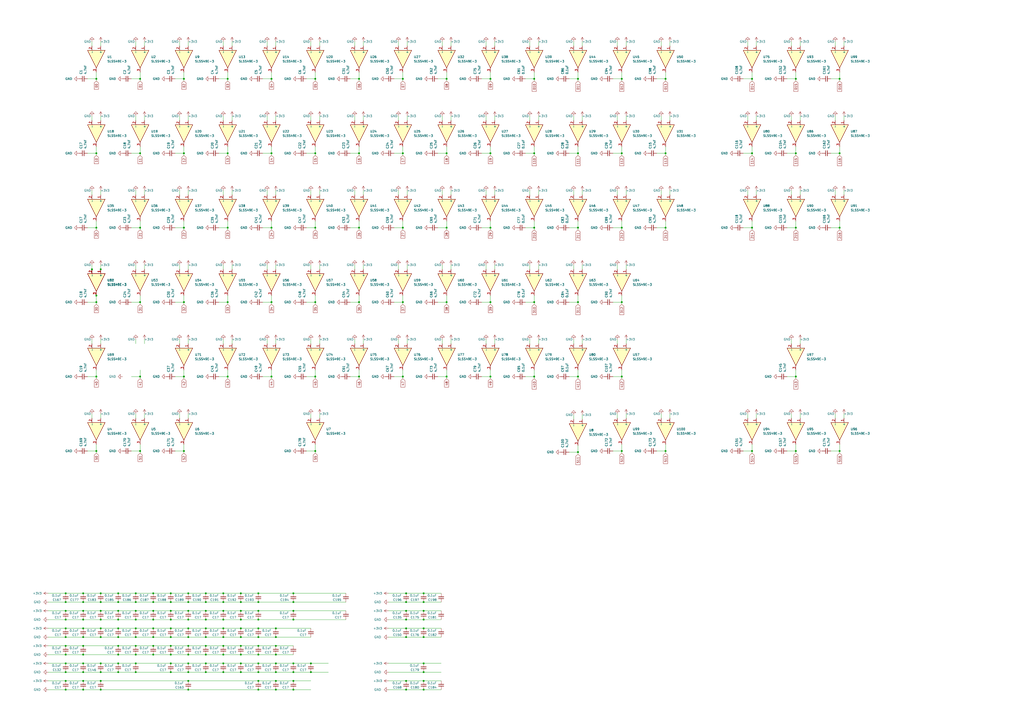
<source format=kicad_sch>
(kicad_sch (version 20231120) (generator "eeschema") (generator_version "8.0")
  (paper "A2")
  (junction (at 48.26 369.57))
  (junction (at 235.585 344.17))
  (junction (at 55.88 132.08))
  (junction (at 119.38 344.17))
  (junction (at 81.28 218.44))
  (junction (at 129.54 389.89))
  (junction (at 149.86 374.65))
  (junction (at 88.9 364.49))
  (junction (at 487.045 88.9))
  (junction (at 99.06 384.81))
  (junction (at 149.86 394.97))
  (junction (at 139.7 364.49))
  (junction (at 235.585 394.97))
  (junction (at 157.48 218.44))
  (junction (at 335.28 88.9))
  (junction (at 129.54 359.41))
  (junction (at 38.1 354.33))
  (junction (at 160.02 374.65))
  (junction (at 245.745 394.97))
  (junction (at 132.08 132.08))
  (junction (at 99.06 379.73))
  (junction (at 38.1 374.65))
  (junction (at 68.58 359.41))
  (junction (at 55.88 45.72))
  (junction (at 106.68 175.26))
  (junction (at 48.26 344.17))
  (junction (at 119.38 364.49))
  (junction (at 48.26 349.25))
  (junction (at 170.18 359.41))
  (junction (at 109.22 359.41))
  (junction (at 335.28 45.72))
  (junction (at 386.08 45.72))
  (junction (at 88.9 359.41))
  (junction (at 139.7 379.73))
  (junction (at 160.02 400.05))
  (junction (at 335.28 175.26))
  (junction (at 99.06 344.17))
  (junction (at 461.645 218.44))
  (junction (at 58.42 344.17))
  (junction (at 129.54 344.17))
  (junction (at 149.86 384.81))
  (junction (at 119.38 369.57))
  (junction (at 487.045 261.62))
  (junction (at 58.42 384.81))
  (junction (at 160.02 369.57))
  (junction (at 119.38 384.81))
  (junction (at 309.88 88.9))
  (junction (at 109.22 344.17))
  (junction (at 48.26 379.73))
  (junction (at 129.54 354.33))
  (junction (at 81.28 175.26))
  (junction (at 78.74 369.57))
  (junction (at 48.26 374.65))
  (junction (at 182.88 175.26))
  (junction (at 461.645 88.9))
  (junction (at 170.18 344.17))
  (junction (at 99.06 389.89))
  (junction (at 99.06 359.41))
  (junction (at 58.42 359.41))
  (junction (at 106.68 218.44))
  (junction (at 109.22 384.81))
  (junction (at 284.48 175.26))
  (junction (at 58.42 364.49))
  (junction (at 48.26 394.97))
  (junction (at 48.26 389.89))
  (junction (at 78.74 349.25))
  (junction (at 48.26 359.41))
  (junction (at 119.38 354.33))
  (junction (at 149.86 359.41))
  (junction (at 208.28 88.9))
  (junction (at 386.08 261.62))
  (junction (at 386.08 88.9))
  (junction (at 139.7 374.65))
  (junction (at 109.22 369.57))
  (junction (at 160.02 364.49))
  (junction (at 160.02 384.81))
  (junction (at 78.74 384.81))
  (junction (at 55.88 88.9))
  (junction (at 180.34 389.89))
  (junction (at 58.42 394.97))
  (junction (at 58.42 400.05))
  (junction (at 88.9 379.73))
  (junction (at 170.18 400.05))
  (junction (at 109.22 374.65))
  (junction (at 149.86 369.57))
  (junction (at 139.7 344.17))
  (junction (at 284.48 45.72))
  (junction (at 68.58 354.33))
  (junction (at 436.245 88.9))
  (junction (at 182.88 132.08))
  (junction (at 139.7 354.33))
  (junction (at 170.18 384.81))
  (junction (at 461.645 261.62))
  (junction (at 149.86 354.33))
  (junction (at 309.88 45.72))
  (junction (at 149.86 389.89))
  (junction (at 78.74 354.33))
  (junction (at 233.68 218.44))
  (junction (at 48.26 354.33))
  (junction (at 119.38 389.89))
  (junction (at 235.585 364.49))
  (junction (at 88.9 344.17))
  (junction (at 245.745 344.17))
  (junction (at 235.585 354.33))
  (junction (at 81.28 132.08))
  (junction (at 68.58 379.73))
  (junction (at 436.245 132.08))
  (junction (at 160.02 379.73))
  (junction (at 170.18 394.97))
  (junction (at 360.68 88.9))
  (junction (at 182.88 45.72))
  (junction (at 78.74 389.89))
  (junction (at 78.74 374.65))
  (junction (at 208.28 218.44))
  (junction (at 58.42 349.25))
  (junction (at 149.86 364.49))
  (junction (at 132.08 45.72))
  (junction (at 129.54 384.81))
  (junction (at 68.58 384.81))
  (junction (at 38.1 359.41))
  (junction (at 88.9 354.33))
  (junction (at 157.48 132.08))
  (junction (at 78.74 359.41))
  (junction (at 106.68 261.62))
  (junction (at 157.48 45.72))
  (junction (at 245.745 364.49))
  (junction (at 129.54 364.49))
  (junction (at 149.86 344.17))
  (junction (at 259.08 218.44))
  (junction (at 99.06 349.25))
  (junction (at 68.58 374.65))
  (junction (at 38.1 364.49))
  (junction (at 48.26 400.05))
  (junction (at 78.74 364.49))
  (junction (at 284.48 132.08))
  (junction (at 139.7 389.89))
  (junction (at 119.38 374.65))
  (junction (at 259.08 45.72))
  (junction (at 55.88 171.45))
  (junction (at 109.22 394.97))
  (junction (at 132.08 218.44))
  (junction (at 208.28 132.08))
  (junction (at 149.86 379.73))
  (junction (at 360.68 175.26))
  (junction (at 68.58 389.89))
  (junction (at 149.86 400.05))
  (junction (at 58.42 369.57))
  (junction (at 129.54 379.73))
  (junction (at 106.68 45.72))
  (junction (at 233.68 175.26))
  (junction (at 461.645 45.72))
  (junction (at 208.28 45.72))
  (junction (at 309.88 175.26))
  (junction (at 360.68 132.08))
  (junction (at 235.585 369.57))
  (junction (at 58.42 354.33))
  (junction (at 360.68 45.72))
  (junction (at 132.08 175.26))
  (junction (at 245.745 349.25))
  (junction (at 109.22 354.33))
  (junction (at 119.38 349.25))
  (junction (at 129.54 369.57))
  (junction (at 38.1 349.25))
  (junction (at 259.08 88.9))
  (junction (at 48.26 384.81))
  (junction (at 170.18 354.33))
  (junction (at 38.1 394.97))
  (junction (at 55.88 261.62))
  (junction (at 386.08 132.08))
  (junction (at 170.18 349.25))
  (junction (at 99.06 369.57))
  (junction (at 157.48 88.9))
  (junction (at 53.34 156.21))
  (junction (at 180.34 384.81))
  (junction (at 81.28 88.9))
  (junction (at 81.28 261.62))
  (junction (at 235.585 400.05))
  (junction (at 245.745 389.89))
  (junction (at 78.74 379.73))
  (junction (at 235.585 359.41))
  (junction (at 88.9 374.65))
  (junction (at 259.08 132.08))
  (junction (at 182.88 88.9))
  (junction (at 160.02 389.89))
  (junction (at 109.22 364.49))
  (junction (at 109.22 400.05))
  (junction (at 68.58 364.49))
  (junction (at 335.28 132.08))
  (junction (at 245.745 400.05))
  (junction (at 38.1 344.17))
  (junction (at 436.245 45.72))
  (junction (at 78.74 344.17))
  (junction (at 335.28 218.44))
  (junction (at 88.9 369.57))
  (junction (at 487.045 132.08))
  (junction (at 58.42 156.21))
  (junction (at 139.7 359.41))
  (junction (at 149.86 349.25))
  (junction (at 284.48 88.9))
  (junction (at 55.88 175.26))
  (junction (at 245.745 359.41))
  (junction (at 245.745 384.81))
  (junction (at 233.68 45.72))
  (junction (at 106.68 132.08))
  (junction (at 160.02 394.97))
  (junction (at 461.645 132.08))
  (junction (at 139.7 384.81))
  (junction (at 157.48 175.26))
  (junction (at 109.22 379.73))
  (junction (at 88.9 349.25))
  (junction (at 58.42 389.89))
  (junction (at 99.06 364.49))
  (junction (at 81.28 45.72))
  (junction (at 182.88 261.62))
  (junction (at 139.7 369.57))
  (junction (at 106.68 88.9))
  (junction (at 55.88 218.44))
  (junction (at 38.1 369.57))
  (junction (at 284.48 218.44))
  (junction (at 436.245 261.62))
  (junction (at 259.08 175.26))
  (junction (at 38.1 379.73))
  (junction (at 208.28 175.26))
  (junction (at 119.38 359.41))
  (junction (at 245.745 369.57))
  (junction (at 109.22 389.89))
  (junction (at 182.88 218.44))
  (junction (at 38.1 400.05))
  (junction (at 235.585 349.25))
  (junction (at 487.045 45.72))
  (junction (at 309.88 218.44))
  (junction (at 68.58 344.17))
  (junction (at 360.68 261.62))
  (junction (at 129.54 374.65))
  (junction (at 309.88 132.08))
  (junction (at 139.7 349.25))
  (junction (at 233.68 88.9))
  (junction (at 129.54 349.25))
  (junction (at 48.26 364.49))
  (junction (at 68.58 369.57))
  (junction (at 360.68 218.44))
  (junction (at 119.38 379.73))
  (junction (at 38.1 384.81))
  (junction (at 233.68 132.08))
  (junction (at 170.18 389.89))
  (junction (at 109.22 349.25))
  (junction (at 99.06 354.33))
  (junction (at 335.28 262.255))
  (junction (at 38.1 389.89))
  (junction (at 245.745 354.33))
  (junction (at 99.06 374.65))
  (junction (at 68.58 349.25))
  (junction (at 132.08 88.9))
  (wire (pts (xy 335.28 258.445) (xy 335.28 262.255)))
  (wire (pts (xy 101.6 132.08) (xy 106.68 132.08)))
  (wire (pts (xy 433.705 24.13) (xy 433.705 26.67)))
  (wire (pts (xy 386.08 261.62) (xy 386.08 262.89)))
  (wire (pts (xy 235.585 394.97) (xy 245.745 394.97)))
  (wire (pts (xy 134.62 196.85) (xy 134.62 199.39)))
  (wire (pts (xy 177.8 218.44) (xy 182.88 218.44)))
  (wire (pts (xy 58.42 240.03) (xy 58.42 242.57)))
  (wire (pts (xy 261.62 67.31) (xy 261.62 69.85)))
  (wire (pts (xy 129.54 67.31) (xy 129.54 69.85)))
  (wire (pts (xy 256.54 110.49) (xy 256.54 113.03)))
  (wire (pts (xy 261.62 196.85) (xy 261.62 199.39)))
  (wire (pts (xy 284.48 132.08) (xy 284.48 133.35)))
  (wire (pts (xy 149.86 400.05) (xy 160.02 400.05)))
  (wire (pts (xy 210.82 110.49) (xy 210.82 113.03)))
  (wire (pts (xy 48.26 359.41) (xy 58.42 359.41)))
  (wire (pts (xy 88.9 344.17) (xy 99.06 344.17)))
  (wire (pts (xy 259.08 132.08) (xy 259.08 133.35)))
  (wire (pts (xy 185.42 240.03) (xy 185.42 242.57)))
  (wire (pts (xy 185.42 110.49) (xy 185.42 113.03)))
  (wire (pts (xy 208.28 45.72) (xy 208.28 46.99)))
  (wire (pts (xy 182.88 218.44) (xy 182.88 219.71)))
  (wire (pts (xy 461.645 214.63) (xy 461.645 218.44)))
  (wire (pts (xy 157.48 171.45) (xy 157.48 175.26)))
  (wire (pts (xy 484.505 24.13) (xy 484.505 26.67)))
  (wire (pts (xy 182.88 175.26) (xy 182.88 176.53)))
  (wire (pts (xy 48.26 379.73) (xy 68.58 379.73)))
  (wire (pts (xy 149.86 394.97) (xy 160.02 394.97)))
  (wire (pts (xy 360.68 132.08) (xy 360.68 133.35)))
  (wire (pts (xy 76.2 261.62) (xy 81.28 261.62)))
  (wire (pts (xy 386.08 132.08) (xy 386.08 133.35)))
  (wire (pts (xy 129.54 153.67) (xy 129.54 156.21)))
  (wire (pts (xy 48.26 354.33) (xy 58.42 354.33)))
  (wire (pts (xy 157.48 41.91) (xy 157.48 45.72)))
  (wire (pts (xy 134.62 24.13) (xy 134.62 26.67)))
  (wire (pts (xy 245.745 344.17) (xy 255.905 344.17)))
  (wire (pts (xy 363.22 153.67) (xy 363.22 156.21)))
  (wire (pts (xy 88.9 349.25) (xy 99.06 349.25)))
  (wire (pts (xy 383.54 24.13) (xy 383.54 26.67)))
  (wire (pts (xy 160.02 369.57) (xy 180.34 369.57)))
  (wire (pts (xy 261.62 110.49) (xy 261.62 113.03)))
  (wire (pts (xy 68.58 369.57) (xy 78.74 369.57)))
  (wire (pts (xy 109.22 153.67) (xy 109.22 156.21)))
  (wire (pts (xy 101.6 175.26) (xy 106.68 175.26)))
  (wire (pts (xy 459.105 240.03) (xy 459.105 242.57)))
  (wire (pts (xy 129.54 364.49) (xy 139.7 364.49)))
  (wire (pts (xy 431.165 132.08) (xy 436.245 132.08)))
  (wire (pts (xy 436.245 132.08) (xy 436.245 133.35)))
  (wire (pts (xy 109.22 67.31) (xy 109.22 69.85)))
  (wire (pts (xy 177.8 88.9) (xy 182.88 88.9)))
  (wire (pts (xy 431.165 88.9) (xy 436.245 88.9)))
  (wire (pts (xy 436.245 88.9) (xy 436.245 90.17)))
  (wire (pts (xy 50.8 175.26) (xy 55.88 175.26)))
  (wire (pts (xy 109.22 359.41) (xy 119.38 359.41)))
  (wire (pts (xy 233.68 88.9) (xy 233.68 90.17)))
  (wire (pts (xy 55.88 85.09) (xy 55.88 88.9)))
  (wire (pts (xy 139.7 384.81) (xy 149.86 384.81)))
  (wire (pts (xy 119.38 379.73) (xy 129.54 379.73)))
  (wire (pts (xy 284.48 214.63) (xy 284.48 218.44)))
  (wire (pts (xy 335.28 45.72) (xy 335.28 46.99)))
  (wire (pts (xy 254 132.08) (xy 259.08 132.08)))
  (wire (pts (xy 109.22 374.65) (xy 119.38 374.65)))
  (wire (pts (xy 438.785 110.49) (xy 438.785 113.03)))
  (wire (pts (xy 106.68 88.9) (xy 106.68 90.17)))
  (wire (pts (xy 332.74 240.665) (xy 332.74 243.205)))
  (wire (pts (xy 287.02 153.67) (xy 287.02 156.21)))
  (wire (pts (xy 129.54 374.65) (xy 139.7 374.65)))
  (wire (pts (xy 106.68 171.45) (xy 106.68 175.26)))
  (wire (pts (xy 203.2 132.08) (xy 208.28 132.08)))
  (wire (pts (xy 330.2 132.08) (xy 335.28 132.08)))
  (wire (pts (xy 99.06 364.49) (xy 109.22 364.49)))
  (wire (pts (xy 287.02 24.13) (xy 287.02 26.67)))
  (wire (pts (xy 256.54 67.31) (xy 256.54 69.85)))
  (wire (pts (xy 132.08 41.91) (xy 132.08 45.72)))
  (wire (pts (xy 132.08 171.45) (xy 132.08 175.26)))
  (wire (pts (xy 461.645 41.91) (xy 461.645 45.72)))
  (wire (pts (xy 104.14 196.85) (xy 104.14 199.39)))
  (wire (pts (xy 134.62 110.49) (xy 134.62 113.03)))
  (wire (pts (xy 208.28 41.91) (xy 208.28 45.72)))
  (wire (pts (xy 88.9 369.57) (xy 99.06 369.57)))
  (wire (pts (xy 170.18 359.41) (xy 200.66 359.41)))
  (wire (pts (xy 129.54 24.13) (xy 129.54 26.67)))
  (wire (pts (xy 456.565 45.72) (xy 461.645 45.72)))
  (wire (pts (xy 182.88 88.9) (xy 182.88 90.17)))
  (wire (pts (xy 81.28 261.62) (xy 81.28 262.89)))
  (wire (pts (xy 330.2 262.255) (xy 335.28 262.255)))
  (wire (pts (xy 27.94 379.73) (xy 38.1 379.73)))
  (wire (pts (xy 134.62 153.67) (xy 134.62 156.21)))
  (wire (pts (xy 337.82 153.67) (xy 337.82 156.21)))
  (wire (pts (xy 58.42 110.49) (xy 58.42 113.03)))
  (wire (pts (xy 335.28 128.27) (xy 335.28 132.08)))
  (wire (pts (xy 88.9 379.73) (xy 99.06 379.73)))
  (wire (pts (xy 152.4 218.44) (xy 157.48 218.44)))
  (wire (pts (xy 180.34 67.31) (xy 180.34 69.85)))
  (wire (pts (xy 160.02 400.05) (xy 170.18 400.05)))
  (wire (pts (xy 78.74 354.33) (xy 88.9 354.33)))
  (wire (pts (xy 38.1 369.57) (xy 48.26 369.57)))
  (wire (pts (xy 78.74 384.81) (xy 99.06 384.81)))
  (wire (pts (xy 88.9 374.65) (xy 99.06 374.65)))
  (wire (pts (xy 236.22 196.85) (xy 236.22 199.39)))
  (wire (pts (xy 78.74 344.17) (xy 88.9 344.17)))
  (wire (pts (xy 68.58 379.73) (xy 78.74 379.73)))
  (wire (pts (xy 160.02 196.85) (xy 160.02 199.39)))
  (wire (pts (xy 129.54 359.41) (xy 139.7 359.41)))
  (wire (pts (xy 182.88 41.91) (xy 182.88 45.72)))
  (wire (pts (xy 438.785 67.31) (xy 438.785 69.85)))
  (wire (pts (xy 48.26 344.17) (xy 58.42 344.17)))
  (wire (pts (xy 383.54 67.31) (xy 383.54 69.85)))
  (wire (pts (xy 27.94 369.57) (xy 38.1 369.57)))
  (wire (pts (xy 170.18 344.17) (xy 200.66 344.17)))
  (wire (pts (xy 27.94 394.97) (xy 38.1 394.97)))
  (wire (pts (xy 180.34 389.89) (xy 190.5 389.89)))
  (wire (pts (xy 180.34 196.85) (xy 180.34 199.39)))
  (wire (pts (xy 139.7 359.41) (xy 149.86 359.41)))
  (wire (pts (xy 157.48 218.44) (xy 157.48 219.71)))
  (wire (pts (xy 388.62 110.49) (xy 388.62 113.03)))
  (wire (pts (xy 487.045 261.62) (xy 487.045 262.89)))
  (wire (pts (xy 388.62 240.03) (xy 388.62 242.57)))
  (wire (pts (xy 360.68 214.63) (xy 360.68 218.44)))
  (wire (pts (xy 456.565 132.08) (xy 461.645 132.08)))
  (wire (pts (xy 245.745 400.05) (xy 255.905 400.05)))
  (wire (pts (xy 157.48 132.08) (xy 157.48 133.35)))
  (wire (pts (xy 53.34 196.85) (xy 53.34 199.39)))
  (wire (pts (xy 185.42 24.13) (xy 185.42 26.67)))
  (wire (pts (xy 132.08 45.72) (xy 132.08 46.99)))
  (wire (pts (xy 106.68 45.72) (xy 106.68 46.99)))
  (wire (pts (xy 279.4 175.26) (xy 284.48 175.26)))
  (wire (pts (xy 284.48 175.26) (xy 284.48 176.53)))
  (wire (pts (xy 381 132.08) (xy 386.08 132.08)))
  (wire (pts (xy 160.02 153.67) (xy 160.02 156.21)))
  (wire (pts (xy 160.02 364.49) (xy 180.34 364.49)))
  (wire (pts (xy 235.585 400.05) (xy 245.745 400.05)))
  (wire (pts (xy 119.38 364.49) (xy 129.54 364.49)))
  (wire (pts (xy 132.08 128.27) (xy 132.08 132.08)))
  (wire (pts (xy 182.88 128.27) (xy 182.88 132.08)))
  (wire (pts (xy 132.08 88.9) (xy 132.08 90.17)))
  (wire (pts (xy 55.88 261.62) (xy 55.88 262.89)))
  (wire (pts (xy 127 218.44) (xy 132.08 218.44)))
  (wire (pts (xy 386.08 41.91) (xy 386.08 45.72)))
  (wire (pts (xy 58.42 67.31) (xy 58.42 69.85)))
  (wire (pts (xy 436.245 45.72) (xy 436.245 46.99)))
  (wire (pts (xy 254 88.9) (xy 259.08 88.9)))
  (wire (pts (xy 236.22 110.49) (xy 236.22 113.03)))
  (wire (pts (xy 38.1 359.41) (xy 48.26 359.41)))
  (wire (pts (xy 83.82 196.85) (xy 83.82 199.39)))
  (wire (pts (xy 58.42 369.57) (xy 68.58 369.57)))
  (wire (pts (xy 78.74 374.65) (xy 88.9 374.65)))
  (wire (pts (xy 386.08 85.09) (xy 386.08 88.9)))
  (wire (pts (xy 360.68 88.9) (xy 360.68 90.17)))
  (wire (pts (xy 48.26 400.05) (xy 58.42 400.05)))
  (wire (pts (xy 388.62 24.13) (xy 388.62 26.67)))
  (wire (pts (xy 386.08 45.72) (xy 386.08 46.99)))
  (wire (pts (xy 235.585 369.57) (xy 245.745 369.57)))
  (wire (pts (xy 284.48 218.44) (xy 284.48 219.71)))
  (wire (pts (xy 208.28 218.44) (xy 208.28 219.71)))
  (wire (pts (xy 78.74 67.31) (xy 78.74 69.85)))
  (wire (pts (xy 134.62 67.31) (xy 134.62 69.85)))
  (wire (pts (xy 459.105 24.13) (xy 459.105 26.67)))
  (wire (pts (xy 358.14 24.13) (xy 358.14 26.67)))
  (wire (pts (xy 208.28 171.45) (xy 208.28 175.26)))
  (wire (pts (xy 309.88 41.91) (xy 309.88 45.72)))
  (wire (pts (xy 129.54 379.73) (xy 139.7 379.73)))
  (wire (pts (xy 287.02 196.85) (xy 287.02 199.39)))
  (wire (pts (xy 58.42 349.25) (xy 68.58 349.25)))
  (wire (pts (xy 109.22 369.57) (xy 119.38 369.57)))
  (wire (pts (xy 68.58 344.17) (xy 78.74 344.17)))
  (wire (pts (xy 335.28 214.63) (xy 335.28 218.44)))
  (wire (pts (xy 149.86 374.65) (xy 160.02 374.65)))
  (wire (pts (xy 279.4 88.9) (xy 284.48 88.9)))
  (wire (pts (xy 236.22 24.13) (xy 236.22 26.67)))
  (wire (pts (xy 386.08 128.27) (xy 386.08 132.08)))
  (wire (pts (xy 109.22 344.17) (xy 119.38 344.17)))
  (wire (pts (xy 208.28 85.09) (xy 208.28 88.9)))
  (wire (pts (xy 203.2 45.72) (xy 208.28 45.72)))
  (wire (pts (xy 55.88 128.27) (xy 55.88 132.08)))
  (wire (pts (xy 231.14 153.67) (xy 231.14 156.21)))
  (wire (pts (xy 332.74 24.13) (xy 332.74 26.67)))
  (wire (pts (xy 481.965 45.72) (xy 487.045 45.72)))
  (wire (pts (xy 355.6 261.62) (xy 360.68 261.62)))
  (wire (pts (xy 104.14 67.31) (xy 104.14 69.85)))
  (wire (pts (xy 256.54 24.13) (xy 256.54 26.67)))
  (wire (pts (xy 330.2 88.9) (xy 335.28 88.9)))
  (wire (pts (xy 109.22 354.33) (xy 119.38 354.33)))
  (wire (pts (xy 225.425 394.97) (xy 235.585 394.97)))
  (wire (pts (xy 109.22 349.25) (xy 119.38 349.25)))
  (wire (pts (xy 235.585 354.33) (xy 245.745 354.33)))
  (wire (pts (xy 337.82 240.665) (xy 337.82 243.205)))
  (wire (pts (xy 55.88 171.45) (xy 55.88 175.26)))
  (wire (pts (xy 106.68 85.09) (xy 106.68 88.9)))
  (wire (pts (xy 109.22 110.49) (xy 109.22 113.03)))
  (wire (pts (xy 259.08 41.91) (xy 259.08 45.72)))
  (wire (pts (xy 68.58 359.41) (xy 78.74 359.41)))
  (wire (pts (xy 233.68 132.08) (xy 233.68 133.35)))
  (wire (pts (xy 81.28 85.09) (xy 81.28 88.9)))
  (wire (pts (xy 461.645 257.81) (xy 461.645 261.62)))
  (wire (pts (xy 284.48 85.09) (xy 284.48 88.9)))
  (wire (pts (xy 50.8 261.62) (xy 55.88 261.62)))
  (wire (pts (xy 185.42 67.31) (xy 185.42 69.85)))
  (wire (pts (xy 170.18 384.81) (xy 180.34 384.81)))
  (wire (pts (xy 106.68 218.44) (xy 106.68 219.71)))
  (wire (pts (xy 119.38 384.81) (xy 129.54 384.81)))
  (wire (pts (xy 335.28 41.91) (xy 335.28 45.72)))
  (wire (pts (xy 38.1 364.49) (xy 48.26 364.49)))
  (wire (pts (xy 50.8 88.9) (xy 55.88 88.9)))
  (wire (pts (xy 259.08 88.9) (xy 259.08 90.17)))
  (wire (pts (xy 99.06 359.41) (xy 109.22 359.41)))
  (wire (pts (xy 83.82 67.31) (xy 83.82 69.85)))
  (wire (pts (xy 27.94 389.89) (xy 38.1 389.89)))
  (wire (pts (xy 381 88.9) (xy 386.08 88.9)))
  (wire (pts (xy 38.1 400.05) (xy 48.26 400.05)))
  (wire (pts (xy 489.585 24.13) (xy 489.585 26.67)))
  (wire (pts (xy 149.86 344.17) (xy 170.18 344.17)))
  (wire (pts (xy 160.02 24.13) (xy 160.02 26.67)))
  (wire (pts (xy 177.8 132.08) (xy 182.88 132.08)))
  (wire (pts (xy 106.68 41.91) (xy 106.68 45.72)))
  (wire (pts (xy 235.585 349.25) (xy 245.745 349.25)))
  (wire (pts (xy 81.28 128.27) (xy 81.28 132.08)))
  (wire (pts (xy 208.28 175.26) (xy 208.28 176.53)))
  (wire (pts (xy 309.88 175.26) (xy 309.88 176.53)))
  (wire (pts (xy 381 45.72) (xy 386.08 45.72)))
  (wire (pts (xy 254 175.26) (xy 259.08 175.26)))
  (wire (pts (xy 101.6 261.62) (xy 106.68 261.62)))
  (wire (pts (xy 99.06 354.33) (xy 109.22 354.33)))
  (wire (pts (xy 119.38 369.57) (xy 129.54 369.57)))
  (wire (pts (xy 99.06 379.73) (xy 109.22 379.73)))
  (wire (pts (xy 182.88 214.63) (xy 182.88 218.44)))
  (wire (pts (xy 312.42 24.13) (xy 312.42 26.67)))
  (wire (pts (xy 228.6 45.72) (xy 233.68 45.72)))
  (wire (pts (xy 335.28 175.26) (xy 335.28 176.53)))
  (wire (pts (xy 233.68 214.63) (xy 233.68 218.44)))
  (wire (pts (xy 76.2 218.44) (xy 81.28 218.44)))
  (wire (pts (xy 50.8 45.72) (xy 55.88 45.72)))
  (wire (pts (xy 104.14 110.49) (xy 104.14 113.03)))
  (wire (pts (xy 309.88 171.45) (xy 309.88 175.26)))
  (wire (pts (xy 38.1 379.73) (xy 48.26 379.73)))
  (wire (pts (xy 363.22 196.85) (xy 363.22 199.39)))
  (wire (pts (xy 78.74 240.03) (xy 78.74 242.57)))
  (wire (pts (xy 139.7 364.49) (xy 149.86 364.49)))
  (wire (pts (xy 160.02 110.49) (xy 160.02 113.03)))
  (wire (pts (xy 154.94 153.67) (xy 154.94 156.21)))
  (wire (pts (xy 58.42 394.97) (xy 109.22 394.97)))
  (wire (pts (xy 358.14 153.67) (xy 358.14 156.21)))
  (wire (pts (xy 50.8 218.44) (xy 55.88 218.44)))
  (wire (pts (xy 208.28 88.9) (xy 208.28 90.17)))
  (wire (pts (xy 58.42 24.13) (xy 58.42 26.67)))
  (wire (pts (xy 337.82 196.85) (xy 337.82 199.39)))
  (wire (pts (xy 360.68 218.44) (xy 360.68 219.71)))
  (wire (pts (xy 228.6 132.08) (xy 233.68 132.08)))
  (wire (pts (xy 330.2 45.72) (xy 335.28 45.72)))
  (wire (pts (xy 205.74 110.49) (xy 205.74 113.03)))
  (wire (pts (xy 459.105 196.85) (xy 459.105 199.39)))
  (wire (pts (xy 27.94 344.17) (xy 38.1 344.17)))
  (wire (pts (xy 304.8 88.9) (xy 309.88 88.9)))
  (wire (pts (xy 489.585 67.31) (xy 489.585 69.85)))
  (wire (pts (xy 132.08 132.08) (xy 132.08 133.35)))
  (wire (pts (xy 360.68 171.45) (xy 360.68 175.26)))
  (wire (pts (xy 208.28 128.27) (xy 208.28 132.08)))
  (wire (pts (xy 48.26 369.57) (xy 58.42 369.57)))
  (wire (pts (xy 210.82 67.31) (xy 210.82 69.85)))
  (wire (pts (xy 231.14 196.85) (xy 231.14 199.39)))
  (wire (pts (xy 129.54 369.57) (xy 139.7 369.57)))
  (wire (pts (xy 55.88 214.63) (xy 55.88 218.44)))
  (wire (pts (xy 464.185 24.13) (xy 464.185 26.67)))
  (wire (pts (xy 484.505 240.03) (xy 484.505 242.57)))
  (wire (pts (xy 139.7 389.89) (xy 149.86 389.89)))
  (wire (pts (xy 58.42 400.05) (xy 109.22 400.05)))
  (wire (pts (xy 464.185 240.03) (xy 464.185 242.57)))
  (wire (pts (xy 388.62 67.31) (xy 388.62 69.85)))
  (wire (pts (xy 487.045 132.08) (xy 487.045 133.35)))
  (wire (pts (xy 309.88 45.72) (xy 309.88 46.99)))
  (wire (pts (xy 309.88 132.08) (xy 309.88 133.35)))
  (wire (pts (xy 99.06 374.65) (xy 109.22 374.65)))
  (wire (pts (xy 309.88 218.44) (xy 309.88 219.71)))
  (wire (pts (xy 363.22 240.03) (xy 363.22 242.57)))
  (wire (pts (xy 309.88 128.27) (xy 309.88 132.08)))
  (wire (pts (xy 81.28 175.26) (xy 81.28 176.53)))
  (wire (pts (xy 170.18 400.05) (xy 180.34 400.05)))
  (wire (pts (xy 83.82 110.49) (xy 83.82 113.03)))
  (wire (pts (xy 360.68 45.72) (xy 360.68 46.99)))
  (wire (pts (xy 259.08 218.44) (xy 259.08 219.71)))
  (wire (pts (xy 170.18 389.89) (xy 180.34 389.89)))
  (wire (pts (xy 358.14 67.31) (xy 358.14 69.85)))
  (wire (pts (xy 180.34 24.13) (xy 180.34 26.67)))
  (wire (pts (xy 245.745 369.57) (xy 255.905 369.57)))
  (wire (pts (xy 152.4 175.26) (xy 157.48 175.26)))
  (wire (pts (xy 149.86 384.81) (xy 160.02 384.81)))
  (wire (pts (xy 225.425 349.25) (xy 235.585 349.25)))
  (wire (pts (xy 127 175.26) (xy 132.08 175.26)))
  (wire (pts (xy 307.34 196.85) (xy 307.34 199.39)))
  (wire (pts (xy 312.42 196.85) (xy 312.42 199.39)))
  (wire (pts (xy 312.42 110.49) (xy 312.42 113.03)))
  (wire (pts (xy 129.54 344.17) (xy 139.7 344.17)))
  (wire (pts (xy 58.42 196.85) (xy 58.42 199.39)))
  (wire (pts (xy 81.28 45.72) (xy 81.28 46.99)))
  (wire (pts (xy 149.86 359.41) (xy 170.18 359.41)))
  (wire (pts (xy 106.68 261.62) (xy 106.68 262.89)))
  (wire (pts (xy 335.28 171.45) (xy 335.28 175.26)))
  (wire (pts (xy 225.425 344.17) (xy 235.585 344.17)))
  (wire (pts (xy 487.045 128.27) (xy 487.045 132.08)))
  (wire (pts (xy 489.585 110.49) (xy 489.585 113.03)))
  (wire (pts (xy 78.74 359.41) (xy 88.9 359.41)))
  (wire (pts (xy 433.705 110.49) (xy 433.705 113.03)))
  (wire (pts (xy 431.165 45.72) (xy 436.245 45.72)))
  (wire (pts (xy 78.74 369.57) (xy 88.9 369.57)))
  (wire (pts (xy 459.105 67.31) (xy 459.105 69.85)))
  (wire (pts (xy 157.48 214.63) (xy 157.48 218.44)))
  (wire (pts (xy 58.42 344.17) (xy 68.58 344.17)))
  (wire (pts (xy 261.62 153.67) (xy 261.62 156.21)))
  (wire (pts (xy 203.2 175.26) (xy 208.28 175.26)))
  (wire (pts (xy 332.74 110.49) (xy 332.74 113.03)))
  (wire (pts (xy 38.1 374.65) (xy 48.26 374.65)))
  (wire (pts (xy 487.045 257.81) (xy 487.045 261.62)))
  (wire (pts (xy 48.26 364.49) (xy 58.42 364.49)))
  (wire (pts (xy 157.48 85.09) (xy 157.48 88.9)))
  (wire (pts (xy 360.68 261.62) (xy 360.68 262.89)))
  (wire (pts (xy 149.86 354.33) (xy 170.18 354.33)))
  (wire (pts (xy 160.02 394.97) (xy 170.18 394.97)))
  (wire (pts (xy 360.68 128.27) (xy 360.68 132.08)))
  (wire (pts (xy 279.4 45.72) (xy 284.48 45.72)))
  (wire (pts (xy 281.94 110.49) (xy 281.94 113.03)))
  (wire (pts (xy 436.245 85.09) (xy 436.245 88.9)))
  (wire (pts (xy 119.38 349.25) (xy 129.54 349.25)))
  (wire (pts (xy 208.28 132.08) (xy 208.28 133.35)))
  (wire (pts (xy 48.26 394.97) (xy 58.42 394.97)))
  (wire (pts (xy 58.42 359.41) (xy 68.58 359.41)))
  (wire (pts (xy 154.94 110.49) (xy 154.94 113.03)))
  (wire (pts (xy 76.2 45.72) (xy 81.28 45.72)))
  (wire (pts (xy 149.86 379.73) (xy 160.02 379.73)))
  (wire (pts (xy 337.82 24.13) (xy 337.82 26.67)))
  (wire (pts (xy 78.74 364.49) (xy 88.9 364.49)))
  (wire (pts (xy 225.425 400.05) (xy 235.585 400.05)))
  (wire (pts (xy 170.18 349.25) (xy 200.66 349.25)))
  (wire (pts (xy 256.54 153.67) (xy 256.54 156.21)))
  (wire (pts (xy 307.34 110.49) (xy 307.34 113.03)))
  (wire (pts (xy 182.88 261.62) (xy 182.88 262.89)))
  (wire (pts (xy 332.74 67.31) (xy 332.74 69.85)))
  (wire (pts (xy 487.045 88.9) (xy 487.045 90.17)))
  (wire (pts (xy 245.745 354.33) (xy 255.905 354.33)))
  (wire (pts (xy 281.94 153.67) (xy 281.94 156.21)))
  (wire (pts (xy 284.48 41.91) (xy 284.48 45.72)))
  (wire (pts (xy 233.68 85.09) (xy 233.68 88.9)))
  (wire (pts (xy 360.68 175.26) (xy 360.68 176.53)))
  (wire (pts (xy 464.185 110.49) (xy 464.185 113.03)))
  (wire (pts (xy 182.88 132.08) (xy 182.88 133.35)))
  (wire (pts (xy 139.7 354.33) (xy 149.86 354.33)))
  (wire (pts (xy 182.88 171.45) (xy 182.88 175.26)))
  (wire (pts (xy 154.94 196.85) (xy 154.94 199.39)))
  (wire (pts (xy 287.02 110.49) (xy 287.02 113.03)))
  (wire (pts (xy 182.88 45.72) (xy 182.88 46.99)))
  (wire (pts (xy 235.585 364.49) (xy 245.745 364.49)))
  (wire (pts (xy 355.6 88.9) (xy 360.68 88.9)))
  (wire (pts (xy 129.54 110.49) (xy 129.54 113.03)))
  (wire (pts (xy 281.94 196.85) (xy 281.94 199.39)))
  (wire (pts (xy 235.585 359.41) (xy 245.745 359.41)))
  (wire (pts (xy 154.94 67.31) (xy 154.94 69.85)))
  (wire (pts (xy 139.7 374.65) (xy 149.86 374.65)))
  (wire (pts (xy 109.22 384.81) (xy 119.38 384.81)))
  (wire (pts (xy 78.74 349.25) (xy 88.9 349.25)))
  (wire (pts (xy 68.58 389.89) (xy 78.74 389.89)))
  (wire (pts (xy 231.14 110.49) (xy 231.14 113.03)))
  (wire (pts (xy 332.74 196.85) (xy 332.74 199.39)))
  (wire (pts (xy 210.82 153.67) (xy 210.82 156.21)))
  (wire (pts (xy 225.425 389.89) (xy 245.745 389.89)))
  (wire (pts (xy 461.645 128.27) (xy 461.645 132.08)))
  (wire (pts (xy 210.82 24.13) (xy 210.82 26.67)))
  (wire (pts (xy 225.425 384.81) (xy 245.745 384.81)))
  (wire (pts (xy 235.585 344.17) (xy 245.745 344.17)))
  (wire (pts (xy 461.645 261.62) (xy 461.645 262.89)))
  (wire (pts (xy 177.8 45.72) (xy 182.88 45.72)))
  (wire (pts (xy 360.68 257.81) (xy 360.68 261.62)))
  (wire (pts (xy 78.74 153.67) (xy 78.74 156.21)))
  (wire (pts (xy 307.34 153.67) (xy 307.34 156.21)))
  (wire (pts (xy 309.88 214.63) (xy 309.88 218.44)))
  (wire (pts (xy 335.28 85.09) (xy 335.28 88.9)))
  (wire (pts (xy 236.22 153.67) (xy 236.22 156.21)))
  (wire (pts (xy 481.965 132.08) (xy 487.045 132.08)))
  (wire (pts (xy 335.28 218.44) (xy 335.28 219.71)))
  (wire (pts (xy 381 261.62) (xy 386.08 261.62)))
  (wire (pts (xy 337.82 67.31) (xy 337.82 69.85)))
  (wire (pts (xy 363.22 110.49) (xy 363.22 113.03)))
  (wire (pts (xy 177.8 261.62) (xy 182.88 261.62)))
  (wire (pts (xy 459.105 110.49) (xy 459.105 113.03)))
  (wire (pts (xy 456.565 88.9) (xy 461.645 88.9)))
  (wire (pts (xy 180.34 240.03) (xy 180.34 242.57)))
  (wire (pts (xy 83.82 240.03) (xy 83.82 242.57)))
  (wire (pts (xy 312.42 153.67) (xy 312.42 156.21)))
  (wire (pts (xy 358.14 196.85) (xy 358.14 199.39)))
  (wire (pts (xy 27.94 364.49) (xy 38.1 364.49)))
  (wire (pts (xy 55.88 132.08) (xy 55.88 133.35)))
  (wire (pts (xy 76.2 175.26) (xy 81.28 175.26)))
  (wire (pts (xy 53.34 67.31) (xy 53.34 69.85)))
  (wire (pts (xy 464.185 196.85) (xy 464.185 199.39)))
  (wire (pts (xy 88.9 364.49) (xy 99.06 364.49)))
  (wire (pts (xy 180.34 153.67) (xy 180.34 156.21)))
  (wire (pts (xy 129.54 389.89) (xy 139.7 389.89)))
  (wire (pts (xy 225.425 369.57) (xy 235.585 369.57)))
  (wire (pts (xy 27.94 374.65) (xy 38.1 374.65)))
  (wire (pts (xy 170.18 354.33) (xy 200.66 354.33)))
  (wire (pts (xy 383.54 110.49) (xy 383.54 113.03)))
  (wire (pts (xy 245.745 364.49) (xy 255.905 364.49)))
  (wire (pts (xy 461.645 45.72) (xy 461.645 46.99)))
  (wire (pts (xy 38.1 354.33) (xy 48.26 354.33)))
  (wire (pts (xy 132.08 85.09) (xy 132.08 88.9)))
  (wire (pts (xy 436.245 41.91) (xy 436.245 45.72)))
  (wire (pts (xy 461.645 85.09) (xy 461.645 88.9)))
  (wire (pts (xy 259.08 45.72) (xy 259.08 46.99)))
  (wire (pts (xy 101.6 88.9) (xy 106.68 88.9)))
  (wire (pts (xy 335.28 262.255) (xy 335.28 263.525)))
  (wire (pts (xy 78.74 110.49) (xy 78.74 113.03)))
  (wire (pts (xy 48.26 389.89) (xy 58.42 389.89)))
  (wire (pts (xy 68.58 349.25) (xy 78.74 349.25)))
  (wire (pts (xy 233.68 218.44) (xy 233.68 219.71)))
  (wire (pts (xy 231.14 67.31) (xy 231.14 69.85)))
  (wire (pts (xy 132.08 214.63) (xy 132.08 218.44)))
  (wire (pts (xy 259.08 214.63) (xy 259.08 218.44)))
  (wire (pts (xy 99.06 389.89) (xy 109.22 389.89)))
  (wire (pts (xy 245.745 384.81) (xy 255.905 384.81)))
  (wire (pts (xy 360.68 85.09) (xy 360.68 88.9)))
  (wire (pts (xy 53.34 153.67) (xy 53.34 156.21)))
  (wire (pts (xy 358.14 240.03) (xy 358.14 242.57)))
  (wire (pts (xy 119.38 359.41) (xy 129.54 359.41)))
  (wire (pts (xy 78.74 389.89) (xy 99.06 389.89)))
  (wire (pts (xy 487.045 41.91) (xy 487.045 45.72)))
  (wire (pts (xy 233.68 41.91) (xy 233.68 45.72)))
  (wire (pts (xy 149.86 349.25) (xy 170.18 349.25)))
  (wire (pts (xy 279.4 218.44) (xy 284.48 218.44)))
  (wire (pts (xy 180.34 110.49) (xy 180.34 113.03)))
  (wire (pts (xy 88.9 354.33) (xy 99.06 354.33)))
  (wire (pts (xy 386.08 257.81) (xy 386.08 261.62)))
  (wire (pts (xy 245.745 359.41) (xy 255.905 359.41)))
  (wire (pts (xy 81.28 132.08) (xy 81.28 133.35)))
  (wire (pts (xy 281.94 67.31) (xy 281.94 69.85)))
  (wire (pts (xy 109.22 379.73) (xy 119.38 379.73)))
  (wire (pts (xy 106.68 257.81) (xy 106.68 261.62)))
  (wire (pts (xy 68.58 384.81) (xy 78.74 384.81)))
  (wire (pts (xy 330.2 218.44) (xy 335.28 218.44)))
  (wire (pts (xy 48.26 349.25) (xy 58.42 349.25)))
  (wire (pts (xy 309.88 88.9) (xy 309.88 90.17)))
  (wire (pts (xy 231.14 24.13) (xy 231.14 26.67)))
  (wire (pts (xy 55.88 257.81) (xy 55.88 261.62)))
  (wire (pts (xy 304.8 218.44) (xy 309.88 218.44)))
  (wire (pts (xy 50.8 132.08) (xy 55.88 132.08)))
  (wire (pts (xy 81.28 41.91) (xy 81.28 45.72)))
  (wire (pts (xy 81.28 257.81) (xy 81.28 261.62)))
  (wire (pts (xy 58.42 153.67) (xy 58.42 156.21)))
  (wire (pts (xy 281.94 24.13) (xy 281.94 26.67)))
  (wire (pts (xy 55.88 175.26) (xy 55.88 176.53)))
  (wire (pts (xy 433.705 67.31) (xy 433.705 69.85)))
  (wire (pts (xy 284.48 171.45) (xy 284.48 175.26)))
  (wire (pts (xy 55.88 88.9) (xy 55.88 90.17)))
  (wire (pts (xy 225.425 364.49) (xy 235.585 364.49)))
  (wire (pts (xy 139.7 349.25) (xy 149.86 349.25)))
  (wire (pts (xy 106.68 214.63) (xy 106.68 218.44)))
  (wire (pts (xy 304.8 132.08) (xy 309.88 132.08)))
  (wire (pts (xy 81.28 218.44) (xy 81.28 219.71)))
  (wire (pts (xy 330.2 175.26) (xy 335.28 175.26)))
  (wire (pts (xy 309.88 85.09) (xy 309.88 88.9)))
  (wire (pts (xy 489.585 240.03) (xy 489.585 242.57)))
  (wire (pts (xy 438.785 240.03) (xy 438.785 242.57)))
  (wire (pts (xy 27.94 354.33) (xy 38.1 354.33)))
  (wire (pts (xy 76.2 88.9) (xy 81.28 88.9)))
  (wire (pts (xy 363.22 67.31) (xy 363.22 69.85)))
  (wire (pts (xy 27.94 384.81) (xy 38.1 384.81)))
  (wire (pts (xy 109.22 394.97) (xy 149.86 394.97)))
  (wire (pts (xy 360.68 41.91) (xy 360.68 45.72)))
  (wire (pts (xy 177.8 175.26) (xy 182.88 175.26)))
  (wire (pts (xy 307.34 24.13) (xy 307.34 26.67)))
  (wire (pts (xy 104.14 153.67) (xy 104.14 156.21)))
  (wire (pts (xy 304.8 45.72) (xy 309.88 45.72)))
  (wire (pts (xy 259.08 171.45) (xy 259.08 175.26)))
  (wire (pts (xy 106.68 128.27) (xy 106.68 132.08)))
  (wire (pts (xy 456.565 261.62) (xy 461.645 261.62)))
  (wire (pts (xy 99.06 369.57) (xy 109.22 369.57)))
  (wire (pts (xy 152.4 45.72) (xy 157.48 45.72)))
  (wire (pts (xy 81.28 214.63) (xy 81.28 218.44)))
  (wire (pts (xy 256.54 196.85) (xy 256.54 199.39)))
  (wire (pts (xy 233.68 45.72) (xy 233.68 46.99)))
  (wire (pts (xy 154.94 24.13) (xy 154.94 26.67)))
  (wire (pts (xy 149.86 369.57) (xy 160.02 369.57)))
  (wire (pts (xy 180.34 384.81) (xy 190.5 384.81)))
  (wire (pts (xy 129.54 349.25) (xy 139.7 349.25)))
  (wire (pts (xy 210.82 196.85) (xy 210.82 199.39)))
  (wire (pts (xy 259.08 85.09) (xy 259.08 88.9)))
  (wire (pts (xy 58.42 384.81) (xy 68.58 384.81)))
  (wire (pts (xy 160.02 379.73) (xy 170.18 379.73)))
  (wire (pts (xy 182.88 85.09) (xy 182.88 88.9)))
  (wire (pts (xy 205.74 196.85) (xy 205.74 199.39)))
  (wire (pts (xy 88.9 359.41) (xy 99.06 359.41)))
  (wire (pts (xy 160.02 384.81) (xy 170.18 384.81)))
  (wire (pts (xy 284.48 128.27) (xy 284.48 132.08)))
  (wire (pts (xy 139.7 379.73) (xy 149.86 379.73)))
  (wire (pts (xy 245.745 394.97) (xy 255.905 394.97)))
  (wire (pts (xy 106.68 132.08) (xy 106.68 133.35)))
  (wire (pts (xy 225.425 359.41) (xy 235.585 359.41)))
  (wire (pts (xy 335.28 88.9) (xy 335.28 90.17)))
  (wire (pts (xy 55.88 41.91) (xy 55.88 45.72)))
  (wire (pts (xy 157.48 175.26) (xy 157.48 176.53)))
  (wire (pts (xy 236.22 67.31) (xy 236.22 69.85)))
  (wire (pts (xy 358.14 110.49) (xy 358.14 113.03)))
  (wire (pts (xy 55.88 218.44) (xy 55.88 219.71)))
  (wire (pts (xy 38.1 384.81) (xy 48.26 384.81)))
  (wire (pts (xy 205.74 67.31) (xy 205.74 69.85)))
  (wire (pts (xy 129.54 384.81) (xy 139.7 384.81)))
  (wire (pts (xy 279.4 132.08) (xy 284.48 132.08)))
  (wire (pts (xy 38.1 344.17) (xy 48.26 344.17)))
  (wire (pts (xy 55.88 45.72) (xy 55.88 46.99)))
  (wire (pts (xy 104.14 240.03) (xy 104.14 242.57)))
  (wire (pts (xy 48.26 384.81) (xy 58.42 384.81)))
  (wire (pts (xy 99.06 344.17) (xy 109.22 344.17)))
  (wire (pts (xy 304.8 175.26) (xy 309.88 175.26)))
  (wire (pts (xy 228.6 175.26) (xy 233.68 175.26)))
  (wire (pts (xy 386.08 88.9) (xy 386.08 90.17)))
  (wire (pts (xy 76.2 132.08) (xy 81.28 132.08)))
  (wire (pts (xy 284.48 45.72) (xy 284.48 46.99)))
  (wire (pts (xy 233.68 175.26) (xy 233.68 176.53)))
  (wire (pts (xy 254 218.44) (xy 259.08 218.44)))
  (wire (pts (xy 106.68 175.26) (xy 106.68 176.53)))
  (wire (pts (xy 119.38 389.89) (xy 129.54 389.89)))
  (wire (pts (xy 38.1 389.89) (xy 48.26 389.89)))
  (wire (pts (xy 254 45.72) (xy 259.08 45.72)))
  (wire (pts (xy 484.505 67.31) (xy 484.505 69.85)))
  (wire (pts (xy 456.565 218.44) (xy 461.645 218.44)))
  (wire (pts (xy 337.82 110.49) (xy 337.82 113.03)))
  (wire (pts (xy 109.22 400.05) (xy 149.86 400.05)))
  (wire (pts (xy 27.94 349.25) (xy 38.1 349.25)))
  (wire (pts (xy 355.6 132.08) (xy 360.68 132.08)))
  (wire (pts (xy 208.28 214.63) (xy 208.28 218.44)))
  (wire (pts (xy 101.6 218.44) (xy 106.68 218.44)))
  (wire (pts (xy 436.245 257.81) (xy 436.245 261.62)))
  (wire (pts (xy 68.58 364.49) (xy 78.74 364.49)))
  (wire (pts (xy 109.22 364.49) (xy 119.38 364.49)))
  (wire (pts (xy 48.26 374.65) (xy 68.58 374.65)))
  (wire (pts (xy 109.22 389.89) (xy 119.38 389.89)))
  (wire (pts (xy 53.34 110.49) (xy 53.34 113.03)))
  (wire (pts (xy 205.74 153.67) (xy 205.74 156.21)))
  (wire (pts (xy 27.94 359.41) (xy 38.1 359.41)))
  (wire (pts (xy 484.505 110.49) (xy 484.505 113.03)))
  (wire (pts (xy 433.705 240.03) (xy 433.705 242.57)))
  (wire (pts (xy 38.1 394.97) (xy 48.26 394.97)))
  (wire (pts (xy 259.08 175.26) (xy 259.08 176.53)))
  (wire (pts (xy 461.645 88.9) (xy 461.645 90.17)))
  (wire (pts (xy 127 45.72) (xy 132.08 45.72)))
  (wire (pts (xy 160.02 389.89) (xy 170.18 389.89)))
  (wire (pts (xy 157.48 88.9) (xy 157.48 90.17)))
  (wire (pts (xy 132.08 175.26) (xy 132.08 176.53)))
  (wire (pts (xy 38.1 349.25) (xy 48.26 349.25)))
  (wire (pts (xy 461.645 218.44) (xy 461.645 219.71)))
  (wire (pts (xy 307.34 67.31) (xy 307.34 69.85)))
  (wire (pts (xy 129.54 196.85) (xy 129.54 199.39)))
  (wire (pts (xy 157.48 128.27) (xy 157.48 132.08)))
  (wire (pts (xy 205.74 24.13) (xy 205.74 26.67)))
  (wire (pts (xy 438.785 24.13) (xy 438.785 26.67)))
  (wire (pts (xy 284.48 88.9) (xy 284.48 90.17)))
  (wire (pts (xy 225.425 354.33) (xy 235.585 354.33)))
  (wire (pts (xy 228.6 218.44) (xy 233.68 218.44)))
  (wire (pts (xy 332.74 153.67) (xy 332.74 156.21)))
  (wire (pts (xy 78.74 379.73) (xy 88.9 379.73)))
  (wire (pts (xy 261.62 24.13) (xy 261.62 26.67)))
  (wire (pts (xy 127 88.9) (xy 132.08 88.9)))
  (wire (pts (xy 83.82 153.67) (xy 83.82 156.21)))
  (wire (pts (xy 152.4 88.9) (xy 157.48 88.9)))
  (wire (pts (xy 78.74 196.85) (xy 78.74 199.39)))
  (wire (pts (xy 245.745 389.89) (xy 255.905 389.89)))
  (wire (pts (xy 127 132.08) (xy 132.08 132.08)))
  (wire (pts (xy 233.68 128.27) (xy 233.68 132.08)))
  (wire (pts (xy 170.18 394.97) (xy 180.34 394.97)))
  (wire (pts (xy 312.42 67.31) (xy 312.42 69.85)))
  (wire (pts (xy 185.42 196.85) (xy 185.42 199.39)))
  (wire (pts (xy 58.42 389.89) (xy 68.58 389.89)))
  (wire (pts (xy 58.42 354.33) (xy 68.58 354.33)))
  (wire (pts (xy 233.68 171.45) (xy 233.68 175.26)))
  (wire (pts (xy 109.22 196.85) (xy 109.22 199.39)))
  (wire (pts (xy 160.02 374.65) (xy 170.18 374.65)))
  (wire (pts (xy 99.06 349.25) (xy 109.22 349.25)))
  (wire (pts (xy 81.28 88.9) (xy 81.28 90.17)))
  (wire (pts (xy 152.4 132.08) (xy 157.48 132.08)))
  (wire (pts (xy 203.2 218.44) (xy 208.28 218.44)))
  (wire (pts (xy 58.42 364.49) (xy 68.58 364.49)))
  (wire (pts (xy 464.185 67.31) (xy 464.185 69.85)))
  (wire (pts (xy 68.58 354.33) (xy 78.74 354.33)))
  (wire (pts (xy 481.965 88.9) (xy 487.045 88.9)))
  (wire (pts (xy 287.02 67.31) (xy 287.02 69.85)))
  (wire (pts (xy 383.54 240.03) (xy 383.54 242.57)))
  (wire (pts (xy 53.34 240.03) (xy 53.34 242.57)))
  (wire (pts (xy 119.38 344.17) (xy 129.54 344.17)))
  (wire (pts (xy 487.045 45.72) (xy 487.045 46.99)))
  (wire (pts (xy 481.965 261.62) (xy 487.045 261.62)))
  (wire (pts (xy 109.22 240.03) (xy 109.22 242.57)))
  (wire (pts (xy 149.86 364.49) (xy 160.02 364.49)))
  (wire (pts (xy 83.82 24.13) (xy 83.82 26.67)))
  (wire (pts (xy 355.6 175.26) (xy 360.68 175.26)))
  (wire (pts (xy 203.2 88.9) (xy 208.28 88.9)))
  (wire (pts (xy 160.02 67.31) (xy 160.02 69.85)))
  (wire (pts (xy 78.74 24.13) (xy 78.74 26.67)))
  (wire (pts (xy 139.7 344.17) (xy 149.86 344.17)))
  (wire (pts (xy 157.48 45.72) (xy 157.48 46.99)))
  (wire (pts (xy 99.06 384.81) (xy 109.22 384.81)))
  (wire (pts (xy 149.86 389.89) (xy 160.02 389.89)))
  (wire (pts (xy 101.6 45.72) (xy 106.68 45.72)))
  (wire (pts (xy 119.38 354.33) (xy 129.54 354.33)))
  (wire (pts (xy 245.745 349.25) (xy 255.905 349.25)))
  (wire (pts (xy 129.54 354.33) (xy 139.7 354.33)))
  (wire (pts (xy 431.165 261.62) (xy 436.245 261.62)))
  (wire (pts (xy 104.14 24.13) (xy 104.14 26.67)))
  (wire (pts (xy 259.08 128.27) (xy 259.08 132.08)))
  (wire (pts (xy 27.94 400.05) (xy 38.1 400.05)))
  (wire (pts (xy 487.045 85.09) (xy 487.045 88.9)))
  (wire (pts (xy 355.6 218.44) (xy 360.68 218.44)))
  (wire (pts (xy 53.34 24.13) (xy 53.34 26.67)))
  (wire (pts (xy 119.38 374.65) (xy 129.54 374.65)))
  (wire (pts (xy 132.08 218.44) (xy 132.08 219.71)))
  (wire (pts (xy 182.88 257.81) (xy 182.88 261.62)))
  (wire (pts (xy 109.22 24.13) (xy 109.22 26.67)))
  (wire (pts (xy 81.28 171.45) (xy 81.28 175.26)))
  (wire (pts (xy 228.6 88.9) (xy 233.68 88.9)))
  (wire (pts (xy 68.58 374.65) (xy 78.74 374.65)))
  (wire (pts (xy 139.7 369.57) (xy 149.86 369.57)))
  (wire (pts (xy 355.6 45.72) (xy 360.68 45.72)))
  (wire (pts (xy 461.645 132.08) (xy 461.645 133.35)))
  (wire (pts (xy 436.245 261.62) (xy 436.245 262.89)))
  (wire (pts (xy 335.28 132.08) (xy 335.28 133.35)))
  (wire (pts (xy 436.245 128.27) (xy 436.245 132.08)))
  (wire (pts (xy 363.22 24.13) (xy 363.22 26.67)))
  (wire (pts (xy 185.42 153.67) (xy 185.42 156.21)))
  (global_label "25" (shape input) (at 182.88 133.35 270) (property "Intersheetrefs" "${INTERSHEET_REFS}" (effects (hide yes))))
  (global_label "013" (shape input) (at 386.08 46.99 270) (property "Intersheetrefs" "${INTERSHEET_REFS}" (effects (hide yes))))
  (global_label "29" (shape input) (at 284.48 133.35 270) (property "Intersheetrefs" "${INTERSHEET_REFS}" (effects (hide yes))))
  (global_label "114" (shape input) (at 436.245 90.17 270) (property "Intersheetrefs" "${INTERSHEET_REFS}" (effects (hide yes))))
  (global_label "34" (shape input) (at 157.48 176.53 270) (property "Intersheetrefs" "${INTERSHEET_REFS}" (effects (hide yes))))
  (global_label "13" (shape input) (at 132.08 90.17 270) (property "Intersheetrefs" "${INTERSHEET_REFS}" (effects (hide yes))))
  (global_label "51" (shape input) (at 81.28 262.89 270) (property "Intersheetrefs" "${INTERSHEET_REFS}" (effects (hide yes))))
  (global_label "01" (shape input) (at 81.28 46.99 270) (property "Intersheetrefs" "${INTERSHEET_REFS}" (effects (hide yes))))
  (global_label "42" (shape input) (at 106.68 219.71 270) (property "Intersheetrefs" "${INTERSHEET_REFS}" (effects (hide yes))))
  (global_label "M4_IO9" (shape input) (at 685.8 285.75 270) (property "Intersheetrefs" "${INTERSHEET_REFS}" (effects (hide yes))))
  (global_label "115" (shape input) (at 461.645 90.17 270) (property "Intersheetrefs" "${INTERSHEET_REFS}" (effects (hide yes))))
  (global_label "12" (shape input) (at 106.68 90.17 270) (property "Intersheetrefs" "${INTERSHEET_REFS}" (effects (hide yes))))
  (global_label "49" (shape input) (at 284.48 219.71 270) (property "Intersheetrefs" "${INTERSHEET_REFS}" (effects (hide yes))))
  (global_label "50" (shape input) (at 55.88 262.89 270) (property "Intersheetrefs" "${INTERSHEET_REFS}" (effects (hide yes))))
  (global_label "28" (shape input) (at 259.08 133.35 270) (property "Intersheetrefs" "${INTERSHEET_REFS}" (effects (hide yes))))
  (global_label "111" (shape input) (at 335.28 90.17 270) (property "Intersheetrefs" "${INTERSHEET_REFS}" (effects (hide yes))))
  (global_label "M4_IO1" (shape input) (at 698.5 285.75 270) (property "Intersheetrefs" "${INTERSHEET_REFS}" (effects (hide yes))))
  (global_label "116" (shape input) (at 487.045 90.17 270) (property "Intersheetrefs" "${INTERSHEET_REFS}" (effects (hide yes))))
  (global_label "04" (shape input) (at 157.48 46.99 270) (property "Intersheetrefs" "${INTERSHEET_REFS}" (effects (hide yes))))
  (global_label "55" (shape input) (at 182.88 262.89 270) (property "Intersheetrefs" "${INTERSHEET_REFS}" (effects (hide yes))))
  (global_label "216" (shape input) (at 487.045 133.35 270) (property "Intersheetrefs" "${INTERSHEET_REFS}" (effects (hide yes))))
  (global_label "412" (shape input) (at 360.68 219.71 270) (property "Intersheetrefs" "${INTERSHEET_REFS}" (effects (hide yes))))
  (global_label "39" (shape input) (at 284.48 176.53 270) (property "Intersheetrefs" "${INTERSHEET_REFS}" (effects (hide yes))))
  (global_label "411" (shape input) (at 335.28 219.71 270) (property "Intersheetrefs" "${INTERSHEET_REFS}" (effects (hide yes))))
  (global_label "M5_IO8" (shape input) (at 680.72 285.75 270) (property "Intersheetrefs" "${INTERSHEET_REFS}" (effects (hide yes))))
  (global_label "19" (shape input) (at 284.48 90.17 270) (property "Intersheetrefs" "${INTERSHEET_REFS}" (effects (hide yes))))
  (global_label "14" (shape input) (at 157.48 90.17 270) (property "Intersheetrefs" "${INTERSHEET_REFS}" (effects (hide yes))))
  (global_label "45" (shape input) (at 182.88 219.71 270) (property "Intersheetrefs" "${INTERSHEET_REFS}" (effects (hide yes))))
  (global_label "03" (shape input) (at 132.08 46.99 270) (property "Intersheetrefs" "${INTERSHEET_REFS}" (effects (hide yes))))
  (global_label "47" (shape input) (at 233.68 219.71 270) (property "Intersheetrefs" "${INTERSHEET_REFS}" (effects (hide yes))))
  (global_label "37" (shape input) (at 233.68 176.53 270) (property "Intersheetrefs" "${INTERSHEET_REFS}" (effects (hide yes))))
  (global_label "113" (shape input) (at 386.08 90.17 270) (property "Intersheetrefs" "${INTERSHEET_REFS}" (effects (hide yes))))
  (global_label "014" (shape input) (at 436.245 46.99 270) (property "Intersheetrefs" "${INTERSHEET_REFS}" (effects (hide yes))))
  (global_label "M4_IO0" (shape input) (at 701.04 285.75 270) (property "Intersheetrefs" "${INTERSHEET_REFS}" (effects (hide yes))))
  (global_label "52" (shape input) (at 106.68 262.89 270) (property "Intersheetrefs" "${INTERSHEET_REFS}" (effects (hide yes))))
  (global_label "M3_IO0" (shape input) (at 695.96 285.75 270) (property "Intersheetrefs" "${INTERSHEET_REFS}" (effects (hide yes))))
  (global_label "16" (shape input) (at 208.28 90.17 270) (property "Intersheetrefs" "${INTERSHEET_REFS}" (effects (hide yes))))
  (global_label "M3_IO9" (shape input) (at 690.88 285.75 270) (property "Intersheetrefs" "${INTERSHEET_REFS}" (effects (hide yes))))
  (global_label "20" (shape input) (at 55.88 133.35 270) (property "Intersheetrefs" "${INTERSHEET_REFS}" (effects (hide yes))))
  (global_label "09" (shape input) (at 284.48 46.99 270) (property "Intersheetrefs" "${INTERSHEET_REFS}" (effects (hide yes))))
  (global_label "310" (shape input) (at 309.88 176.53 270) (property "Intersheetrefs" "${INTERSHEET_REFS}" (effects (hide yes))))
  (global_label "011" (shape input) (at 335.28 46.99 270) (property "Intersheetrefs" "${INTERSHEET_REFS}" (effects (hide yes))))
  (global_label "02" (shape input) (at 106.68 46.99 270) (property "Intersheetrefs" "${INTERSHEET_REFS}" (effects (hide yes))))
  (global_label "15" (shape input) (at 182.88 90.17 270) (property "Intersheetrefs" "${INTERSHEET_REFS}" (effects (hide yes))))
  (global_label "M4_IO10" (shape input) (at 683.26 285.75 270) (property "Intersheetrefs" "${INTERSHEET_REFS}" (effects (hide yes))))
  (global_label "215" (shape input) (at 461.645 133.35 270) (property "Intersheetrefs" "${INTERSHEET_REFS}" (effects (hide yes))))
  (global_label "211" (shape input) (at 335.28 133.35 270) (property "Intersheetrefs" "${INTERSHEET_REFS}" (effects (hide yes))))
  (global_label "44" (shape input) (at 157.48 219.71 270) (property "Intersheetrefs" "${INTERSHEET_REFS}" (effects (hide yes))))
  (global_label "213" (shape input) (at 386.08 133.35 270) (property "Intersheetrefs" "${INTERSHEET_REFS}" (effects (hide yes))))
  (global_label "24" (shape input) (at 157.48 133.35 270) (property "Intersheetrefs" "${INTERSHEET_REFS}" (effects (hide yes))))
  (global_label "210" (shape input) (at 309.88 133.35 270) (property "Intersheetrefs" "${INTERSHEET_REFS}" (effects (hide yes))))
  (global_label "M5_IO9" (shape input) (at 703.58 285.75 270) (property "Intersheetrefs" "${INTERSHEET_REFS}" (effects (hide yes))))
  (global_label "38" (shape input) (at 259.08 176.53 270) (property "Intersheetrefs" "${INTERSHEET_REFS}" (effects (hide yes))))
  (global_label "M4_IO8" (shape input) (at 688.34 285.75 270) (property "Intersheetrefs" "${INTERSHEET_REFS}" (effects (hide yes))))
  (global_label "110" (shape input) (at 309.88 90.17 270) (property "Intersheetrefs" "${INTERSHEET_REFS}" (effects (hide yes))))
  (global_label "513" (shape input) (at 386.08 262.89 270) (property "Intersheetrefs" "${INTERSHEET_REFS}" (effects (hide yes))))
  (global_label "514" (shape input) (at 436.245 262.89 270) (property "Intersheetrefs" "${INTERSHEET_REFS}" (effects (hide yes))))
  (global_label "010" (shape input) (at 309.88 46.99 270) (property "Intersheetrefs" "${INTERSHEET_REFS}" (effects (hide yes))))
  (global_label "212" (shape input) (at 360.68 133.35 270) (property "Intersheetrefs" "${INTERSHEET_REFS}" (effects (hide yes))))
  (global_label "015" (shape input) (at 461.645 46.99 270) (property "Intersheetrefs" "${INTERSHEET_REFS}" (effects (hide yes))))
  (global_label "32" (shape input) (at 106.68 176.53 270) (property "Intersheetrefs" "${INTERSHEET_REFS}" (effects (hide yes))))
  (global_label "00" (shape input) (at 55.88 46.99 270) (property "Intersheetrefs" "${INTERSHEET_REFS}" (effects (hide yes))))
  (global_label "012" (shape input) (at 360.68 46.99 270) (property "Intersheetrefs" "${INTERSHEET_REFS}" (effects (hide yes))))
  (global_label "516" (shape input) (at 487.045 262.89 270) (property "Intersheetrefs" "${INTERSHEET_REFS}" (effects (hide yes))))
  (global_label "512" (shape input) (at 360.68 262.89 270) (property "Intersheetrefs" "${INTERSHEET_REFS}" (effects (hide yes))))
  (global_label "18" (shape input) (at 259.08 90.17 270) (property "Intersheetrefs" "${INTERSHEET_REFS}" (effects (hide yes))))
  (global_label "06" (shape input) (at 208.28 46.99 270) (property "Intersheetrefs" "${INTERSHEET_REFS}" (effects (hide yes))))
  (global_label "17" (shape input) (at 233.68 90.17 270) (property "Intersheetrefs" "${INTERSHEET_REFS}" (effects (hide yes))))
  (global_label "31" (shape input) (at 81.28 176.53 270) (property "Intersheetrefs" "${INTERSHEET_REFS}" (effects (hide yes))))
  (global_label "07" (shape input) (at 233.68 46.99 270) (property "Intersheetrefs" "${INTERSHEET_REFS}" (effects (hide yes))))
  (global_label "312" (shape input) (at 360.68 176.53 270) (property "Intersheetrefs" "${INTERSHEET_REFS}" (effects (hide yes))))
  (global_label "311" (shape input) (at 335.28 176.53 270) (property "Intersheetrefs" "${INTERSHEET_REFS}" (effects (hide yes))))
  (global_label "05" (shape input) (at 182.88 46.99 270) (property "Intersheetrefs" "${INTERSHEET_REFS}" (effects (hide yes))))
  (global_label "36" (shape input) (at 208.28 176.53 270) (property "Intersheetrefs" "${INTERSHEET_REFS}" (effects (hide yes))))
  (global_label "214" (shape input) (at 436.245 133.35 270) (property "Intersheetrefs" "${INTERSHEET_REFS}" (effects (hide yes))))
  (global_label "21" (shape input) (at 81.28 133.35 270) (property "Intersheetrefs" "${INTERSHEET_REFS}" (effects (hide yes))))
  (global_label "08" (shape input) (at 259.08 46.99 270) (property "Intersheetrefs" "${INTERSHEET_REFS}" (effects (hide yes))))
  (global_label "40" (shape input) (at 55.88 219.71 270) (property "Intersheetrefs" "${INTERSHEET_REFS}" (effects (hide yes))))
  (global_label "511" (shape input) (at 335.28 263.525 270) (property "Intersheetrefs" "${INTERSHEET_REFS}" (effects (hide yes))))
  (global_label "46" (shape input) (at 208.28 219.71 270) (property "Intersheetrefs" "${INTERSHEET_REFS}" (effects (hide yes))))
  (global_label "23" (shape input) (at 132.08 133.35 270) (property "Intersheetrefs" "${INTERSHEET_REFS}" (effects (hide yes))))
  (global_label "016" (shape input) (at 487.045 46.99 270) (property "Intersheetrefs" "${INTERSHEET_REFS}" (effects (hide yes))))
  (global_label "26" (shape input) (at 208.28 133.35 270) (property "Intersheetrefs" "${INTERSHEET_REFS}" (effects (hide yes))))
  (global_label "410" (shape input) (at 309.88 219.71 270) (property "Intersheetrefs" "${INTERSHEET_REFS}" (effects (hide yes))))
  (global_label "112" (shape input) (at 360.68 90.17 270) (property "Intersheetrefs" "${INTERSHEET_REFS}" (effects (hide yes))))
  (global_label "33" (shape input) (at 132.08 176.53 270) (property "Intersheetrefs" "${INTERSHEET_REFS}" (effects (hide yes))))
  (global_label "43" (shape input) (at 132.08 219.71 270) (property "Intersheetrefs" "${INTERSHEET_REFS}" (effects (hide yes))))
  (global_label "10" (shape input) (at 55.88 90.17 270) (property "Intersheetrefs" "${INTERSHEET_REFS}" (effects (hide yes))))
  (global_label "22" (shape input) (at 106.68 133.35 270) (property "Intersheetrefs" "${INTERSHEET_REFS}" (effects (hide yes))))
  (global_label "M3_IO8" (shape input) (at 693.42 285.75 270) (property "Intersheetrefs" "${INTERSHEET_REFS}" (effects (hide yes))))
  (global_label "413" (shape input) (at 461.645 219.71 270) (property "Intersheetrefs" "${INTERSHEET_REFS}" (effects (hide yes))))
  (global_label "30" (shape input) (at 55.88 176.53 270) (property "Intersheetrefs" "${INTERSHEET_REFS}" (effects (hide yes))))
  (global_label "27" (shape input) (at 233.68 133.35 270) (property "Intersheetrefs" "${INTERSHEET_REFS}" (effects (hide yes))))
  (global_label "41" (shape input) (at 81.28 219.71 270) (property "Intersheetrefs" "${INTERSHEET_REFS}" (effects (hide yes))))
  (global_label "11" (shape input) (at 81.28 90.17 270) (property "Intersheetrefs" "${INTERSHEET_REFS}" (effects (hide yes))))
  (global_label "515" (shape input) (at 461.645 262.89 270) (property "Intersheetrefs" "${INTERSHEET_REFS}" (effects (hide yes))))
  (global_label "35" (shape input) (at 182.88 176.53 270) (property "Intersheetrefs" "${INTERSHEET_REFS}" (effects (hide yes))))
  (global_label "48" (shape input) (at 259.08 219.71 270) (property "Intersheetrefs" "${INTERSHEET_REFS}" (effects (hide yes))))
  (symbol (lib_name "SLSS49E-3_1") (lib_id "Salane Personal Symbol:SLSS49E-3") (at 132.08 77.47 270) (unit 1)
    (property "Reference" "U21" (at 138.43 76.2 90) (effects (justify left)))
    (property "Value" "SLSS49E-3" (at 138.43 78.74 90) (effects (justify left)))
    (property "Footprint" "Hall_Sensor_Keyboard:SLSS49E_MX_1U" (effects (hide yes)))
    (property "Datasheet" "https://datasheet.lcsc.com/lcsc/2110081930_Slkor-SLKORMICRO-Elec--SLSS49E-3_C2904393.pdf" (effects (hide yes)))
  )
  (symbol (lib_id "power:+3V3") (at 58.42 67.31 0) (unit 1)
    (property "Reference" "#PWR054" (effects (hide yes)))
    (property "Value" "+3V3" (at 60.96 67.31 0))
  )
  (symbol (lib_id "power:GND") (at 358.14 67.31 180) (unit 1)
    (property "Reference" "#PWR089" (effects (hide yes)))
    (property "Value" "GND" (at 355.6 67.31 0))
  )
  (symbol (lib_id "power:+3V3") (at 160.02 153.67 0) (unit 1)
    (property "Reference" "#PWR0168" (effects (hide yes)))
    (property "Value" "+3V3" (at 162.56 153.67 0))
  )
  (symbol (lib_id "power:+3V3") (at 464.185 196.85 0) (unit 1)
    (property "Reference" "#PWR0332" (effects (hide yes)))
    (property "Value" "+3V3" (at 466.725 196.85 0))
  )
  (symbol (lib_name "SLSS49E-3_1") (lib_id "Salane Personal Symbol:SLSS49E-3") (at 386.08 250.19 270) (unit 1)
    (property "Reference" "U100" (at 392.43 248.92 90) (effects (justify left)))
    (property "Value" "SLSS49E-3" (at 392.43 251.46 90) (effects (justify left)))
    (property "Footprint" "Hall_Sensor_Keyboard:SLSS49E_MX_1.5U" (effects (hide yes)))
    (property "Datasheet" "https://datasheet.lcsc.com/lcsc/2110081930_Slkor-SLKORMICRO-Elec--SLSS49E-3_C2904393.pdf" (effects (hide yes)))
  )
  (symbol (lib_id "power:GND") (at 383.54 110.49 180) (unit 1)
    (property "Reference" "#PWR0143" (effects (hide yes)))
    (property "Value" "GND" (at 381 110.49 0))
  )
  (symbol (lib_name "SLSS49E-3_1") (lib_id "Salane Personal Symbol:SLSS49E-3") (at 81.28 120.65 270) (unit 1)
    (property "Reference" "U36" (at 87.63 119.38 90) (effects (justify left)))
    (property "Value" "SLSS49E-3" (at 87.63 121.92 90) (effects (justify left)))
    (property "Footprint" "Hall_Sensor_Keyboard:SLSS49E_MX_1U" (effects (hide yes)))
    (property "Datasheet" "https://datasheet.lcsc.com/lcsc/2110081930_Slkor-SLKORMICRO-Elec--SLSS49E-3_C2904393.pdf" (effects (hide yes)))
  )
  (symbol (lib_id "power:GND") (at 223.52 45.72 270) (unit 1)
    (property "Reference" "#PWR0180" (effects (hide yes)))
    (property "Value" "GND" (at 219.71 45.72 90) (effects (justify right)))
  )
  (symbol (lib_id "Device:C_Small") (at 38.1 387.35 180) (unit 1)
    (property "Reference" "C132" (at 35.56 388.6138 0) (effects (justify left)))
    (property "Value" "0.1uF" (at 35.56 386.0738 0) (effects (justify left)))
    (property "Footprint" "Common_Footprint:C_0402" (effects (hide yes)))
  )
  (symbol (lib_name "SLSS49E-3_1") (lib_id "Salane Personal Symbol:SLSS49E-3") (at 208.28 120.65 270) (unit 1)
    (property "Reference" "U41" (at 214.63 119.38 90) (effects (justify left)))
    (property "Value" "SLSS49E-3" (at 214.63 121.92 90) (effects (justify left)))
    (property "Footprint" "Hall_Sensor_Keyboard:SLSS49E_MX_1U" (effects (hide yes)))
    (property "Datasheet" "https://datasheet.lcsc.com/lcsc/2110081930_Slkor-SLKORMICRO-Elec--SLSS49E-3_C2904393.pdf" (effects (hide yes)))
  )
  (symbol (lib_id "power:+3V3") (at 489.585 240.03 0) (unit 1)
    (property "Reference" "#PWR0351" (effects (hide yes)))
    (property "Value" "+3V3" (at 492.125 240.03 0))
  )
  (symbol (lib_id "power:GND") (at 198.12 88.9 270) (unit 1)
    (property "Reference" "#PWR070" (effects (hide yes)))
    (property "Value" "GND" (at 194.31 88.9 90) (effects (justify right)))
  )
  (symbol (lib_id "power:GND") (at 375.92 261.62 270) (unit 1)
    (property "Reference" "#PWR0204" (effects (hide yes)))
    (property "Value" "GND" (at 372.11 261.62 90) (effects (justify right)))
  )
  (symbol (lib_id "Device:C_Small") (at 124.46 88.9 90) (unit 1)
    (property "Reference" "C20" (at 123.1962 86.36 0) (effects (justify left)))
    (property "Value" "4.7nF" (at 125.7362 86.36 0) (effects (justify left)))
    (property "Footprint" "Common_Footprint:C_0402" (effects (hide yes)))
  )
  (symbol (lib_id "Device:C_Small") (at 175.26 132.08 90) (unit 1)
    (property "Reference" "C47" (at 173.9962 129.54 0) (effects (justify left)))
    (property "Value" "4.7nF" (at 176.5362 129.54 0) (effects (justify left)))
    (property "Footprint" "Common_Footprint:C_0402" (effects (hide yes)))
  )
  (symbol (lib_id "Device:C_Small") (at 327.66 88.9 90) (unit 1)
    (property "Reference" "C28" (at 326.3962 86.36 0) (effects (justify left)))
    (property "Value" "0.1uF" (at 328.9362 86.36 0) (effects (justify left)))
    (property "Footprint" "Common_Footprint:C_0402" (effects (hide yes)))
  )
  (symbol (lib_id "Device:C_Small") (at 454.025 88.9 90) (unit 1)
    (property "Reference" "C154" (at 452.7612 86.36 0) (effects (justify left)))
    (property "Value" "4.7nF" (at 455.3012 86.36 0) (effects (justify left)))
    (property "Footprint" "Common_Footprint:C_0402" (effects (hide yes)))
  )
  (symbol (lib_name "SLSS49E-3_1") (lib_id "Salane Personal Symbol:SLSS49E-3") (at 284.48 34.29 270) (unit 1)
    (property "Reference" "U38" (at 290.83 33.02 90) (effects (justify left)))
    (property "Value" "SLSS49E-3" (at 290.83 35.56 90) (effects (justify left)))
    (property "Footprint" "Hall_Sensor_Keyboard:SLSS49E_MX_1U" (effects (hide yes)))
    (property "Datasheet" "https://datasheet.lcsc.com/lcsc/2110081930_Slkor-SLKORMICRO-Elec--SLSS49E-3_C2904393.pdf" (effects (hide yes)))
  )
  (symbol (lib_id "power:GND") (at 104.14 196.85 180) (unit 1)
    (property "Reference" "#PWR0212" (effects (hide yes)))
    (property "Value" "GND" (at 101.6 196.85 0))
  )
  (symbol (lib_id "Device:C_Small") (at 78.74 356.87 180) (unit 1)
    (property "Reference" "C17" (at 76.2 358.1338 0) (effects (justify left)))
    (property "Value" "0.1uF" (at 76.2 355.5938 0) (effects (justify left)))
    (property "Footprint" "Common_Footprint:C_0402" (effects (hide yes)))
  )
  (symbol (lib_name "SLSS49E-3_1") (lib_id "Salane Personal Symbol:SLSS49E-3") (at 335.28 207.01 270) (unit 1)
    (property "Reference" "U80" (at 341.63 205.74 90) (effects (justify left)))
    (property "Value" "SLSS49E-3" (at 341.63 208.28 90) (effects (justify left)))
    (property "Footprint" "Hall_Sensor_Keyboard:SLSS49E_MX_1U" (effects (hide yes)))
    (property "Datasheet" "https://datasheet.lcsc.com/lcsc/2110081930_Slkor-SLKORMICRO-Elec--SLSS49E-3_C2904393.pdf" (effects (hide yes)))
  )
  (symbol (lib_name "SLSS49E-3_1") (lib_id "Salane Personal Symbol:SLSS49E-3") (at 259.08 207.01 270) (unit 1)
    (property "Reference" "U77" (at 265.43 205.74 90) (effects (justify left)))
    (property "Value" "SLSS49E-3" (at 265.43 208.28 90) (effects (justify left)))
    (property "Footprint" "Hall_Sensor_Keyboard:SLSS49E_MX_1U" (effects (hide yes)))
    (property "Datasheet" "https://datasheet.lcsc.com/lcsc/2110081930_Slkor-SLKORMICRO-Elec--SLSS49E-3_C2904393.pdf" (effects (hide yes)))
  )
  (symbol (lib_id "power:GND") (at 53.34 24.13 180) (unit 1)
    (property "Reference" "#PWR03" (effects (hide yes)))
    (property "Value" "GND" (at 50.8 24.13 0))
  )
  (symbol (lib_id "Device:C_Small") (at 109.22 367.03 180) (unit 1)
    (property "Reference" "C17" (at 106.68 368.2938 0) (effects (justify left)))
    (property "Value" "0.1uF" (at 106.68 365.7538 0) (effects (justify left)))
    (property "Footprint" "Common_Footprint:C_0402" (effects (hide yes)))
  )
  (symbol (lib_name "SLSS49E-3_1") (lib_id "Salane Personal Symbol:SLSS49E-3") (at 106.68 120.65 270) (unit 1)
    (property "Reference" "U37" (at 113.03 119.38 90) (effects (justify left)))
    (property "Value" "SLSS49E-3" (at 113.03 121.92 90) (effects (justify left)))
    (property "Footprint" "Hall_Sensor_Keyboard:SLSS49E_MX_1U" (effects (hide yes)))
    (property "Datasheet" "https://datasheet.lcsc.com/lcsc/2110081930_Slkor-SLKORMICRO-Elec--SLSS49E-3_C2904393.pdf" (effects (hide yes)))
  )
  (symbol (lib_id "power:GND") (at 325.12 132.08 270) (unit 1)
    (property "Reference" "#PWR0235" (effects (hide yes)))
    (property "Value" "GND" (at 321.31 132.08 90) (effects (justify right)))
  )
  (symbol (lib_id "power:+3V3") (at 160.02 24.13 0) (unit 1)
    (property "Reference" "#PWR0138" (effects (hide yes)))
    (property "Value" "+3V3" (at 162.56 24.13 0))
  )
  (symbol (lib_name "SLSS49E-3_1") (lib_id "Salane Personal Symbol:SLSS49E-3") (at 132.08 34.29 270) (unit 1)
    (property "Reference" "U13" (at 138.43 33.02 90) (effects (justify left)))
    (property "Value" "SLSS49E-3" (at 138.43 35.56 90) (effects (justify left)))
    (property "Footprint" "Hall_Sensor_Keyboard:SLSS49E_MX_1U" (effects (hide yes)))
    (property "Datasheet" "https://datasheet.lcsc.com/lcsc/2110081930_Slkor-SLKORMICRO-Elec--SLSS49E-3_C2904393.pdf" (effects (hide yes)))
  )
  (symbol (lib_name "SLSS49E-3_1") (lib_id "Salane Personal Symbol:SLSS49E-3") (at 81.28 34.29 270) (unit 1)
    (property "Reference" "U2" (at 87.63 33.02 90) (effects (justify left)))
    (property "Value" "SLSS49E-3" (at 87.63 35.56 90) (effects (justify left)))
    (property "Footprint" "Hall_Sensor_Keyboard:SLSS49E_MX_1U" (effects (hide yes)))
    (property "Datasheet" "https://datasheet.lcsc.com/lcsc/2110081930_Slkor-SLKORMICRO-Elec--SLSS49E-3_C2904393.pdf" (effects (hide yes)))
  )
  (symbol (lib_name "SLSS49E-3_1") (lib_id "Salane Personal Symbol:SLSS49E-3") (at 55.88 120.65 270) (unit 1)
    (property "Reference" "U35" (at 62.23 119.38 90) (effects (justify left)))
    (property "Value" "SLSS49E-3" (at 62.23 121.92 90) (effects (justify left)))
    (property "Footprint" "Hall_Sensor_Keyboard:SLSS49E_MX_1.5U" (effects (hide yes)))
    (property "Datasheet" "https://datasheet.lcsc.com/lcsc/2110081930_Slkor-SLKORMICRO-Elec--SLSS49E-3_C2904393.pdf" (effects (hide yes)))
  )
  (symbol (lib_id "power:GND") (at 358.14 196.85 180) (unit 1)
    (property "Reference" "#PWR0245" (effects (hide yes)))
    (property "Value" "GND" (at 355.6 196.85 0))
  )
  (symbol (lib_id "power:GND") (at 78.74 24.13 180) (unit 1)
    (property "Reference" "#PWR06" (effects (hide yes)))
    (property "Value" "GND" (at 76.2 24.13 0))
  )
  (symbol (lib_id "Device:C_Small") (at 276.86 175.26 90) (unit 1)
    (property "Reference" "C72" (at 275.5962 172.72 0) (effects (justify left)))
    (property "Value" "4.7nF" (at 278.1362 172.72 0) (effects (justify left)))
    (property "Footprint" "Common_Footprint:C_0402" (effects (hide yes)))
  )
  (symbol (lib_id "power:GND") (at 307.34 110.49 180) (unit 1)
    (property "Reference" "#PWR0134" (effects (hide yes)))
    (property "Value" "GND" (at 304.8 110.49 0))
  )
  (symbol (lib_id "power:+3V3") (at 337.82 196.85 0) (unit 1)
    (property "Reference" "#PWR0240" (effects (hide yes)))
    (property "Value" "+3V3" (at 340.36 196.85 0))
  )
  (symbol (lib_id "power:+3V3") (at 287.02 67.31 0) (unit 1)
    (property "Reference" "#PWR081" (effects (hide yes)))
    (property "Value" "+3V3" (at 289.56 67.31 0))
  )
  (symbol (lib_id "power:+3V3") (at 261.62 24.13 0) (unit 1)
    (property "Reference" "#PWR0222" (effects (hide yes)))
    (property "Value" "+3V3" (at 264.16 24.13 0))
  )
  (symbol (lib_id "Device:C_Small") (at 327.66 132.08 90) (unit 1)
    (property "Reference" "C83" (at 326.3962 129.54 0) (effects (justify left)))
    (property "Value" "0.1uF" (at 328.9362 129.54 0) (effects (justify left)))
    (property "Footprint" "Common_Footprint:C_0402" (effects (hide yes)))
  )
  (symbol (lib_id "power:+3V3") (at 225.425 354.33 90) (unit 1)
    (property "Reference" "#PWR037" (effects (hide yes)))
    (property "Value" "+3V3" (at 219.075 354.33 90))
  )
  (symbol (lib_id "power:+3V3") (at 363.22 67.31 0) (unit 1)
    (property "Reference" "#PWR090" (effects (hide yes)))
    (property "Value" "+3V3" (at 365.76 67.31 0))
  )
  (symbol (lib_id "power:GND") (at 426.085 45.72 270) (unit 1)
    (property "Reference" "#PWR033" (effects (hide yes)))
    (property "Value" "GND" (at 422.275 45.72 90) (effects (justify right)))
  )
  (symbol (lib_id "power:GND") (at 172.72 218.44 270) (unit 1)
    (property "Reference" "#PWR0139" (effects (hide yes)))
    (property "Value" "GND" (at 168.91 218.44 90) (effects (justify right)))
  )
  (symbol (lib_id "Device:C_Small") (at 226.06 175.26 90) (unit 1)
    (property "Reference" "C60" (at 224.7962 172.72 0) (effects (justify left)))
    (property "Value" "4.7nF" (at 227.3362 172.72 0) (effects (justify left)))
    (property "Footprint" "Common_Footprint:C_0402" (effects (hide yes)))
  )
  (symbol (lib_id "power:GND") (at 154.94 153.67 180) (unit 1)
    (property "Reference" "#PWR0167" (effects (hide yes)))
    (property "Value" "GND" (at 152.4 153.67 0))
  )
  (symbol (lib_id "power:+3V3") (at 27.94 374.65 90) (unit 1)
    (property "Reference" "#PWR0279" (effects (hide yes)))
    (property "Value" "+3V3" (at 21.59 374.65 90))
  )
  (symbol (lib_name "SLSS49E-3_1") (lib_id "Salane Personal Symbol:SLSS49E-3") (at 233.68 207.01 270) (unit 1)
    (property "Reference" "U76" (at 240.03 205.74 90) (effects (justify left)))
    (property "Value" "SLSS49E-3" (at 240.03 208.28 90) (effects (justify left)))
    (property "Footprint" "Hall_Sensor_Keyboard:SLSS49E_MX_1U" (effects (hide yes)))
    (property "Datasheet" "https://datasheet.lcsc.com/lcsc/2110081930_Slkor-SLKORMICRO-Elec--SLSS49E-3_C2904393.pdf" (effects (hide yes)))
  )
  (symbol (lib_id "Device:C_Small") (at 78.74 377.19 180) (unit 1)
    (property "Reference" "C17" (at 76.2 378.4538 0) (effects (justify left)))
    (property "Value" "0.1uF" (at 76.2 375.9138 0) (effects (justify left)))
    (property "Footprint" "Common_Footprint:C_0402" (effects (hide yes)))
  )
  (symbol (lib_id "Device:C_Small") (at 226.06 132.08 90) (unit 1)
    (property "Reference" "C59" (at 224.7962 129.54 0) (effects (justify left)))
    (property "Value" "4.7nF" (at 227.3362 129.54 0) (effects (justify left)))
    (property "Footprint" "Common_Footprint:C_0402" (effects (hide yes)))
  )
  (symbol (lib_id "power:GND") (at 274.32 132.08 270) (unit 1)
    (property "Reference" "#PWR0207" (effects (hide yes)))
    (property "Value" "GND" (at 270.51 132.08 90) (effects (justify right)))
  )
  (symbol (lib_id "power:GND") (at 307.34 196.85 180) (unit 1)
    (property "Reference" "#PWR0236" (effects (hide yes)))
    (property "Value" "GND" (at 304.8 196.85 0))
  )
  (symbol (lib_id "power:GND") (at 53.34 110.49 180) (unit 1)
    (property "Reference" "#PWR0104" (effects (hide yes)))
    (property "Value" "GND" (at 50.8 110.49 0))
  )
  (symbol (lib_id "power:GND") (at 375.92 132.08 270) (unit 1)
    (property "Reference" "#PWR0241" (effects (hide yes)))
    (property "Value" "GND" (at 372.11 132.08 90) (effects (justify right)))
  )
  (symbol (lib_id "Device:C_Small") (at 149.86 45.72 90) (unit 1)
    (property "Reference" "C5" (at 148.5962 43.18 0) (effects (justify left)))
    (property "Value" "4.7nF" (at 151.1362 43.18 0) (effects (justify left)))
    (property "Footprint" "Common_Footprint:C_0402" (effects (hide yes)))
  )
  (symbol (lib_id "power:GND") (at 307.34 67.31 180) (unit 1)
    (property "Reference" "#PWR083" (effects (hide yes)))
    (property "Value" "GND" (at 304.8 67.31 0))
  )
  (symbol (lib_id "Device:C_Small") (at 139.7 377.19 180) (unit 1)
    (property "Reference" "C17" (at 137.16 378.4538 0) (effects (justify left)))
    (property "Value" "0.1uF" (at 137.16 375.9138 0) (effects (justify left)))
    (property "Footprint" "Common_Footprint:C_0402" (effects (hide yes)))
  )
  (symbol (lib_id "power:GND") (at 332.74 24.13 180) (unit 1)
    (property "Reference" "#PWR0259" (effects (hide yes)))
    (property "Value" "GND" (at 330.2 24.13 0))
  )
  (symbol (lib_id "Device:C_Small") (at 109.22 356.87 180) (unit 1)
    (property "Reference" "C17" (at 106.68 358.1338 0) (effects (justify left)))
    (property "Value" "0.1uF" (at 106.68 355.5938 0) (effects (justify left)))
    (property "Footprint" "Common_Footprint:C_0402" (effects (hide yes)))
  )
  (symbol (lib_id "power:+3V3") (at 210.82 110.49 0) (unit 1)
    (property "Reference" "#PWR0123" (effects (hide yes)))
    (property "Value" "+3V3" (at 213.36 110.49 0))
  )
  (symbol (lib_id "power:GND") (at 350.52 132.08 270) (unit 1)
    (property "Reference" "#PWR0240" (effects (hide yes)))
    (property "Value" "GND" (at 346.71 132.08 90) (effects (justify right)))
  )
  (symbol (lib_id "power:GND") (at 121.92 88.9 270) (unit 1)
    (property "Reference" "#PWR061" (effects (hide yes)))
    (property "Value" "GND" (at 118.11 88.9 90) (effects (justify right)))
  )
  (symbol (lib_id "power:GND") (at 231.14 196.85 180) (unit 1)
    (property "Reference" "#PWR0227" (effects (hide yes)))
    (property "Value" "GND" (at 228.6 196.85 0))
  )
  (symbol (lib_name "SLSS49E-3_1") (lib_id "Salane Personal Symbol:SLSS49E-3") (at 335.28 77.47 270) (unit 1)
    (property "Reference" "U29" (at 341.63 76.2 90) (effects (justify left)))
    (property "Value" "SLSS49E-3" (at 341.63 78.74 90) (effects (justify left)))
    (property "Footprint" "Hall_Sensor_Keyboard:SLSS49E_MX_1U" (effects (hide yes)))
    (property "Datasheet" "https://datasheet.lcsc.com/lcsc/2110081930_Slkor-SLKORMICRO-Elec--SLSS49E-3_C2904393.pdf" (effects (hide yes)))
  )
  (symbol (lib_id "Device:C_Small") (at 73.66 132.08 90) (unit 1)
    (property "Reference" "C23" (at 72.3962 129.54 0) (effects (justify left)))
    (property "Value" "4.7nF" (at 74.9362 129.54 0) (effects (justify left)))
    (property "Footprint" "Common_Footprint:C_0402" (effects (hide yes)))
  )
  (symbol (lib_id "Device:C_Small") (at 38.1 377.19 180) (unit 1)
    (property "Reference" "C17" (at 35.56 378.4538 0) (effects (justify left)))
    (property "Value" "0.1uF" (at 35.56 375.9138 0) (effects (justify left)))
    (property "Footprint" "Common_Footprint:C_0402" (effects (hide yes)))
  )
  (symbol (lib_id "Device:C_Small") (at 38.1 367.03 180) (unit 1)
    (property "Reference" "C17" (at 35.56 368.2938 0) (effects (justify left)))
    (property "Value" "0.1uF" (at 35.56 365.7538 0) (effects (justify left)))
    (property "Footprint" "Common_Footprint:C_0402" (effects (hide yes)))
  )
  (symbol (lib_id "Device:C_Small") (at 353.06 45.72 90) (unit 1)
    (property "Reference" "C94" (at 351.7962 43.18 0) (effects (justify left)))
    (property "Value" "4.7nF" (at 354.3362 43.18 0) (effects (justify left)))
    (property "Footprint" "Common_Footprint:C_0402" (effects (hide yes)))
  )
  (symbol (lib_name "SLSS49E-3_1") (lib_id "Salane Personal Symbol:SLSS49E-3") (at 461.645 34.29 270) (unit 1)
    (property "Reference" "U93" (at 467.995 33.02 90) (effects (justify left)))
    (property "Value" "SLSS49E-3" (at 467.995 35.56 90) (effects (justify left)))
    (property "Footprint" "Hall_Sensor_Keyboard:SLSS49E_MX_1U" (effects (hide yes)))
    (property "Datasheet" "https://datasheet.lcsc.com/lcsc/2110081930_Slkor-SLKORMICRO-Elec--SLSS49E-3_C2904393.pdf" (effects (hide yes)))
  )
  (symbol (lib_id "power:+3V3") (at 236.22 110.49 0) (unit 1)
    (property "Reference" "#PWR0126" (effects (hide yes)))
    (property "Value" "+3V3" (at 238.76 110.49 0))
  )
  (symbol (lib_id "power:GND") (at 104.14 24.13 180) (unit 1)
    (property "Reference" "#PWR09" (effects (hide yes)))
    (property "Value" "GND" (at 101.6 24.13 0))
  )
  (symbol (lib_id "power:GND") (at 96.52 261.62 270) (unit 1)
    (property "Reference" "#PWR0198" (effects (hide yes)))
    (property "Value" "GND" (at 92.71 261.62 90) (effects (justify right)))
  )
  (symbol (lib_name "SLSS49E-3_1") (lib_id "Salane Personal Symbol:SLSS49E-3") (at 284.48 163.83 270) (unit 1)
    (property "Reference" "U61" (at 290.83 162.56 90) (effects (justify left)))
    (property "Value" "SLSS49E-3" (at 290.83 165.1 90) (effects (justify left)))
    (property "Footprint" "Hall_Sensor_Keyboard:SLSS49E_MX_1U" (effects (hide yes)))
    (property "Datasheet" "https://datasheet.lcsc.com/lcsc/2110081930_Slkor-SLKORMICRO-Elec--SLSS49E-3_C2904393.pdf" (effects (hide yes)))
  )
  (symbol (lib_id "power:GND") (at 45.72 45.72 270) (unit 1)
    (property "Reference" "#PWR02" (effects (hide yes)))
    (property "Value" "GND" (at 41.91 45.72 90) (effects (justify right)))
  )
  (symbol (lib_id "power:GND") (at 451.485 261.62 270) (unit 1)
    (property "Reference" "#PWR0321" (effects (hide yes)))
    (property "Value" "GND" (at 447.675 261.62 90) (effects (justify right)))
  )
  (symbol (lib_id "power:GND") (at 476.885 88.9 270) (unit 1)
    (property "Reference" "#PWR0335" (effects (hide yes)))
    (property "Value" "GND" (at 473.075 88.9 90) (effects (justify right)))
  )
  (symbol (lib_id "Device:C_Small") (at 302.26 132.08 90) (unit 1)
    (property "Reference" "C77" (at 300.9962 129.54 0) (effects (justify left)))
    (property "Value" "0.1uF" (at 303.5362 129.54 0) (effects (justify left)))
    (property "Footprint" "Common_Footprint:C_0402" (effects (hide yes)))
  )
  (symbol (lib_id "power:+3V3") (at 185.42 196.85 0) (unit 1)
    (property "Reference" "#PWR0222" (effects (hide yes)))
    (property "Value" "+3V3" (at 187.96 196.85 0))
  )
  (symbol (lib_id "power:GND") (at 281.94 67.31 180) (unit 1)
    (property "Reference" "#PWR080" (effects (hide yes)))
    (property "Value" "GND" (at 279.4 67.31 0))
  )
  (symbol (lib_id "Device:C_Small") (at 245.745 346.71 180) (unit 1)
    (property "Reference" "C197" (at 243.205 347.9738 0) (effects (justify left)))
    (property "Value" "0.1uF" (at 243.205 345.4338 0) (effects (justify left)))
    (property "Footprint" "Common_Footprint:C_0402" (effects (hide yes)))
  )
  (symbol (lib_id "power:GND") (at 121.92 175.26 270) (unit 1)
    (property "Reference" "#PWR0100" (effects (hide yes)))
    (property "Value" "GND" (at 118.11 175.26 90) (effects (justify right)))
  )
  (symbol (lib_id "Device:C_Small") (at 48.26 377.19 180) (unit 1)
    (property "Reference" "C17" (at 45.72 378.4538 0) (effects (justify left)))
    (property "Value" "0.1uF" (at 45.72 375.9138 0) (effects (justify left)))
    (property "Footprint" "Common_Footprint:C_0402" (effects (hide yes)))
  )
  (symbol (lib_id "power:+3V3") (at 464.185 24.13 0) (unit 1)
    (property "Reference" "#PWR0328" (effects (hide yes)))
    (property "Value" "+3V3" (at 466.725 24.13 0))
  )
  (symbol (lib_id "Device:C_Small") (at 149.86 88.9 90) (unit 1)
    (property "Reference" "C21" (at 148.5962 86.36 0) (effects (justify left)))
    (property "Value" "4.7nF" (at 151.1362 86.36 0) (effects (justify left)))
    (property "Footprint" "Common_Footprint:C_0402" (effects (hide yes)))
  )
  (symbol (lib_id "Device:C_Small") (at 245.745 387.35 180) (unit 1)
    (property "Reference" "C179" (at 243.205 388.6138 0) (effects (justify left)))
    (property "Value" "0.1uF" (at 243.205 386.0738 0) (effects (justify left)))
    (property "Footprint" "Common_Footprint:C_0402" (effects (hide yes)))
  )
  (symbol (lib_id "power:GND") (at 231.14 67.31 180) (unit 1)
    (property "Reference" "#PWR074" (effects (hide yes)))
    (property "Value" "GND" (at 228.6 67.31 0))
  )
  (symbol (lib_id "Device:C_Small") (at 48.26 45.72 90) (unit 1)
    (property "Reference" "C1" (at 46.9962 43.18 0) (effects (justify left)))
    (property "Value" "4.7nF" (at 49.5362 43.18 0) (effects (justify left)))
    (property "Footprint" "Common_Footprint:C_0402" (effects (hide yes)))
  )
  (symbol (lib_id "power:GND") (at 71.12 261.62 270) (unit 1)
    (property "Reference" "#PWR0193" (effects (hide yes)))
    (property "Value" "GND" (at 67.31 261.62 90) (effects (justify right)))
  )
  (symbol (lib_id "power:GND") (at 476.885 45.72 270) (unit 1)
    (property "Reference" "#PWR0334" (effects (hide yes)))
    (property "Value" "GND" (at 473.075 45.72 90) (effects (justify right)))
  )
  (symbol (lib_id "power:+3V3") (at 312.42 153.67 0) (unit 1)
    (property "Reference" "#PWR0186" (effects (hide yes)))
    (property "Value" "+3V3" (at 314.96 153.67 0))
  )
  (symbol (lib_id "Device:C_Small") (at 124.46 45.72 90) (unit 1)
    (property "Reference" "C4" (at 123.1962 43.18 0) (effects (justify left)))
    (property "Value" "4.7nF" (at 125.7362 43.18 0) (effects (justify left)))
    (property "Footprint" "Common_Footprint:C_0402" (effects (hide yes)))
  )
  (symbol (lib_id "power:+3V3") (at 185.42 153.67 0) (unit 1)
    (property "Reference" "#PWR0171" (effects (hide yes)))
    (property "Value" "+3V3" (at 187.96 153.67 0))
  )
  (symbol (lib_id "power:GND") (at 172.72 132.08 270) (unit 1)
    (property "Reference" "#PWR0135" (effects (hide yes)))
    (property "Value" "GND" (at 168.91 132.08 90) (effects (justify right)))
  )
  (symbol (lib_id "Device:C_Small") (at 139.7 346.71 180) (unit 1)
    (property "Reference" "C192" (at 137.16 347.9738 0) (effects (justify left)))
    (property "Value" "0.1uF" (at 137.16 345.4338 0) (effects (justify left)))
    (property "Footprint" "Common_Footprint:C_0402" (effects (hide yes)))
  )
  (symbol (lib_id "power:GND") (at 350.52 261.62 270) (unit 1)
    (property "Reference" "#PWR0199" (effects (hide yes)))
    (property "Value" "GND" (at 346.71 261.62 90) (effects (justify right)))
  )
  (symbol (lib_name "SLSS49E-3_1") (lib_id "Salane Personal Symbol:SLSS49E-3") (at 55.88 250.19 270) (unit 1)
    (property "Reference" "U4" (at 62.23 248.92 90) (effects (justify left)))
    (property "Value" "SLSS49E-3" (at 62.23 251.46 90) (effects (justify left)))
    (property "Footprint" "Hall_Sensor_Keyboard:SLSS49E_MX_1.5U" (effects (hide yes)))
    (property "Datasheet" "https://datasheet.lcsc.com/lcsc/2110081930_Slkor-SLKORMICRO-Elec--SLSS49E-3_C2904393.pdf" (effects (hide yes)))
  )
  (symbol (lib_id "power:GND") (at 172.72 88.9 270) (unit 1)
    (property "Reference" "#PWR067" (effects (hide yes)))
    (property "Value" "GND" (at 168.91 88.9 90) (effects (justify right)))
  )
  (symbol (lib_id "power:+3V3") (at 83.82 240.03 0) (unit 1)
    (property "Reference" "#PWR0261" (effects (hide yes)))
    (property "Value" "+3V3" (at 86.36 240.03 0))
  )
  (symbol (lib_id "power:GND") (at 53.34 67.31 180) (unit 1)
    (property "Reference" "#PWR053" (effects (hide yes)))
    (property "Value" "GND" (at 50.8 67.31 0))
  )
  (symbol (lib_id "Device:C_Small") (at 454.025 261.62 90) (unit 1)
    (property "Reference" "C157" (at 452.7612 259.08 0) (effects (justify left)))
    (property "Value" "4.7nF" (at 455.3012 259.08 0) (effects (justify left)))
    (property "Footprint" "Common_Footprint:C_0402" (effects (hide yes)))
  )
  (symbol (lib_id "Device:C_Small") (at 276.86 218.44 90) (unit 1)
    (property "Reference" "C79" (at 275.5962 215.9 0) (effects (justify left)))
    (property "Value" "4.7nF" (at 278.1362 215.9 0) (effects (justify left)))
    (property "Footprint" "Common_Footprint:C_0402" (effects (hide yes)))
  )
  (symbol (lib_id "power:+3V3") (at 109.22 240.03 0) (unit 1)
    (property "Reference" "#PWR0264" (effects (hide yes)))
    (property "Value" "+3V3" (at 111.76 240.03 0))
  )
  (symbol (lib_id "Device:C_Small") (at 160.02 387.35 180) (unit 1)
    (property "Reference" "C17" (at 157.48 388.6138 0) (effects (justify left)))
    (property "Value" "0.1uF" (at 157.48 386.0738 0) (effects (justify left)))
    (property "Footprint" "Common_Footprint:C_0402" (effects (hide yes)))
  )
  (symbol (lib_id "Device:C_Small") (at 428.625 261.62 90) (unit 1)
    (property "Reference" "C151" (at 427.3612 259.08 0) (effects (justify left)))
    (property "Value" "4.7nF" (at 429.9012 259.08 0) (effects (justify left)))
    (property "Footprint" "Common_Footprint:C_0402" (effects (hide yes)))
  )
  (symbol (lib_id "Device:C_Small") (at 378.46 88.9 90) (unit 1)
    (property "Reference" "C15" (at 377.1962 86.36 0) (effects (justify left)))
    (property "Value" "4.7nF" (at 379.7362 86.36 0) (effects (justify left)))
    (property "Footprint" "Common_Footprint:C_0402" (effects (hide yes)))
  )
  (symbol (lib_id "Device:C_Small") (at 124.46 218.44 90) (unit 1)
    (property "Reference" "C43" (at 123.1962 215.9 0) (effects (justify left)))
    (property "Value" "4.7nF" (at 125.7362 215.9 0) (effects (justify left)))
    (property "Footprint" "Common_Footprint:C_0402" (effects (hide yes)))
  )
  (symbol (lib_id "Device:C_Small") (at 99.06 45.72 90) (unit 1)
    (property "Reference" "C3" (at 97.7962 43.18 0) (effects (justify left)))
    (property "Value" "4.7nF" (at 100.3362 43.18 0) (effects (justify left)))
    (property "Footprint" "Common_Footprint:C_0402" (effects (hide yes)))
  )
  (symbol (lib_id "power:+3V3") (at 58.42 110.49 0) (unit 1)
    (property "Reference" "#PWR0105" (effects (hide yes)))
    (property "Value" "+3V3" (at 60.96 110.49 0))
  )
  (symbol (lib_id "power:+3V3") (at 489.585 67.31 0) (unit 1)
    (property "Reference" "#PWR0347" (effects (hide yes)))
    (property "Value" "+3V3" (at 492.125 67.31 0))
  )
  (symbol (lib_id "power:GND") (at 147.32 45.72 270) (unit 1)
    (property "Reference" "#PWR065" (effects (hide yes)))
    (property "Value" "GND" (at 143.51 45.72 90) (effects (justify right)))
  )
  (symbol (lib_id "power:GND") (at 426.085 132.08 270) (unit 1)
    (property "Reference" "#PWR036" (effects (hide yes)))
    (property "Value" "GND" (at 422.275 132.08 90) (effects (justify right)))
  )
  (symbol (lib_id "power:GND") (at 274.32 88.9 270) (unit 1)
    (property "Reference" "#PWR079" (effects (hide yes)))
    (property "Value" "GND" (at 270.51 88.9 90) (effects (justify right)))
  )
  (symbol (lib_id "Device:C_Small") (at 99.06 132.08 90) (unit 1)
    (property "Reference" "C29" (at 97.7962 129.54 0) (effects (justify left)))
    (property "Value" "4.7nF" (at 100.3362 129.54 0) (effects (justify left)))
    (property "Footprint" "Common_Footprint:C_0402" (effects (hide yes)))
  )
  (symbol (lib_name "SLSS49E-3_1") (lib_id "Salane Personal Symbol:SLSS49E-3") (at 55.88 77.47 270) (unit 1)
    (property "Reference" "U18" (at 62.23 76.2 90) (effects (justify left)))
    (property "Value" "SLSS49E-3" (at 62.23 78.74 90) (effects (justify left)))
    (property "Footprint" "Hall_Sensor_Keyboard:SLSS49E_MX_1U" (effects (hide yes)))
    (property "Datasheet" "https://datasheet.lcsc.com/lcsc/2110081930_Slkor-SLKORMICRO-Elec--SLSS49E-3_C2904393.pdf" (effects (hide yes)))
  )
  (symbol (lib_id "power:GND") (at 198.12 175.26 270) (unit 1)
    (property "Reference" "#PWR0154" (effects (hide yes)))
    (property "Value" "GND" (at 194.31 175.26 90) (effects (justify right)))
  )
  (symbol (lib_id "power:GND") (at 459.105 240.03 180) (unit 1)
    (property "Reference" "#PWR0327" (effects (hide yes)))
    (property "Value" "GND" (at 456.565 240.03 0))
  )
  (symbol (lib_id "Device:C_Small") (at 479.425 45.72 90) (unit 1)
    (property "Reference" "C161" (at 478.1612 43.18 0) (effects (justify left)))
    (property "Value" "4.7nF" (at 480.7012 43.18 0) (effects (justify left)))
    (property "Footprint" "Common_Footprint:C_0402" (effects (hide yes)))
  )
  (symbol (lib_id "power:GND") (at 299.72 88.9 270) (unit 1)
    (property "Reference" "#PWR082" (effects (hide yes)))
    (property "Value" "GND" (at 295.91 88.9 90) (effects (justify right)))
  )
  (symbol (lib_id "power:GND") (at 433.705 240.03 180) (unit 1)
    (property "Reference" "#PWR0308" (effects (hide yes)))
    (property "Value" "GND" (at 431.165 240.03 0))
  )
  (symbol (lib_id "power:GND") (at 281.94 24.13 180) (unit 1)
    (property "Reference" "#PWR0228" (effects (hide yes)))
    (property "Value" "GND" (at 279.4 24.13 0))
  )
  (symbol (lib_name "SLSS49E-3_1") (lib_id "Salane Personal Symbol:SLSS49E-3") (at 182.88 163.83 270) (unit 1)
    (property "Reference" "U57" (at 189.23 162.56 90) (effects (justify left)))
    (property "Value" "SLSS49E-3" (at 189.23 165.1 90) (effects (justify left)))
    (property "Footprint" "Hall_Sensor_Keyboard:SLSS49E_MX_1U" (effects (hide yes)))
    (property "Datasheet" "https://datasheet.lcsc.com/lcsc/2110081930_Slkor-SLKORMICRO-Elec--SLSS49E-3_C2904393.pdf" (effects (hide yes)))
  )
  (symbol (lib_id "power:GND") (at 96.52 88.9 270) (unit 1)
    (property "Reference" "#PWR058" (effects (hide yes)))
    (property "Value" "GND" (at 92.71 88.9 90) (effects (justify right)))
  )
  (symbol (lib_id "power:GND") (at 154.94 24.13 180) (unit 1)
    (property "Reference" "#PWR0120" (effects (hide yes)))
    (property "Value" "GND" (at 152.4 24.13 0))
  )
  (symbol (lib_id "Device:C_Small") (at 235.585 346.71 180) (unit 1)
    (property "Reference" "C196" (at 233.045 347.9738 0) (effects (justify left)))
    (property "Value" "0.1uF" (at 233.045 345.4338 0) (effects (justify left)))
    (property "Footprint" "Common_Footprint:C_0402" (effects (hide yes)))
  )
  (symbol (lib_id "Device:C_Small") (at 58.42 387.35 180) (unit 1)
    (property "Reference" "C146" (at 55.88 388.6138 0) (effects (justify left)))
    (property "Value" "0.1uF" (at 55.88 386.0738 0) (effects (justify left)))
    (property "Footprint" "Common_Footprint:C_0402" (effects (hide yes)))
  )
  (symbol (lib_id "Device:C_Small") (at 276.86 132.08 90) (unit 1)
    (property "Reference" "C71" (at 275.5962 129.54 0) (effects (justify left)))
    (property "Value" "4.7nF" (at 278.1362 129.54 0) (effects (justify left)))
    (property "Footprint" "Common_Footprint:C_0402" (effects (hide yes)))
  )
  (symbol (lib_id "power:GND") (at 350.52 88.9 270) (unit 1)
    (property "Reference" "#PWR088" (effects (hide yes)))
    (property "Value" "GND" (at 346.71 88.9 90) (effects (justify right)))
  )
  (symbol (lib_id "Device:C_Small") (at 149.86 367.03 180) (unit 1)
    (property "Reference" "C17" (at 147.32 368.2938 0) (effects (justify left)))
    (property "Value" "0.1uF" (at 147.32 365.7538 0) (effects (justify left)))
    (property "Footprint" "Common_Footprint:C_0402" (effects (hide yes)))
  )
  (symbol (lib_id "Device:C_Small") (at 327.66 218.44 90) (unit 1)
    (property "Reference" "C97" (at 326.3962 215.9 0) (effects (justify left)))
    (property "Value" "0.1uF" (at 328.9362 215.9 0) (effects (justify left)))
    (property "Footprint" "Common_Footprint:C_0402" (effects (hide yes)))
  )
  (symbol (lib_name "SLSS49E-3_1") (lib_id "Salane Personal Symbol:SLSS49E-3") (at 309.88 77.47 270) (unit 1)
    (property "Reference" "U28" (at 316.23 76.2 90) (effects (justify left)))
    (property "Value" "SLSS49E-3" (at 316.23 78.74 90) (effects (justify left)))
    (property "Footprint" "Hall_Sensor_Keyboard:SLSS49E_MX_1U" (effects (hide yes)))
    (property "Datasheet" "https://datasheet.lcsc.com/lcsc/2110081930_Slkor-SLKORMICRO-Elec--SLSS49E-3_C2904393.pdf" (effects (hide yes)))
  )
  (symbol (lib_id "power:GND") (at 426.085 261.62 270) (unit 1)
    (property "Reference" "#PWR0115" (effects (hide yes)))
    (property "Value" "GND" (at 422.275 261.62 90) (effects (justify right)))
  )
  (symbol (lib_id "power:GND") (at 172.72 261.62 270) (unit 1)
    (property "Reference" "#PWR0217" (effects (hide yes)))
    (property "Value" "GND" (at 168.91 261.62 90) (effects (justify right)))
  )
  (symbol (lib_id "Device:C_Small") (at 58.42 397.51 180) (unit 1)
    (property "Reference" "C17" (at 55.88 398.7738 0) (effects (justify left)))
    (property "Value" "0.1uF" (at 55.88 396.2338 0) (effects (justify left)))
    (property "Footprint" "Common_Footprint:C_0402" (effects (hide yes)))
  )
  (symbol (lib_id "Device:C_Small") (at 99.06 356.87 180) (unit 1)
    (property "Reference" "C17" (at 96.52 358.1338 0) (effects (justify left)))
    (property "Value" "0.1uF" (at 96.52 355.5938 0) (effects (justify left)))
    (property "Footprint" "Common_Footprint:C_0402" (effects (hide yes)))
  )
  (symbol (lib_id "Device:C_Small") (at 200.66 356.87 180) (unit 1)
    (property "Reference" "C17" (at 198.12 358.1338 0) (effects (justify left)))
    (property "Value" "0.1uF" (at 198.12 355.5938 0) (effects (justify left)))
    (property "Footprint" "Common_Footprint:C_0402" (effects (hide yes)))
  )
  (symbol (lib_id "power:GND") (at 459.105 110.49 180) (unit 1)
    (property "Reference" "#PWR0324" (effects (hide yes)))
    (property "Value" "GND" (at 456.565 110.49 0))
  )
  (symbol (lib_id "Device:C_Small") (at 68.58 377.19 180) (unit 1)
    (property "Reference" "C17" (at 66.04 378.4538 0) (effects (justify left)))
    (property "Value" "0.1uF" (at 66.04 375.9138 0) (effects (justify left)))
    (property "Footprint" "Common_Footprint:C_0402" (effects (hide yes)))
  )
  (symbol (lib_name "SLSS49E-3_1") (lib_id "Salane Personal Symbol:SLSS49E-3") (at 436.245 250.19 270) (unit 1)
    (property "Reference" "U94" (at 442.595 248.92 90) (effects (justify left)))
    (property "Value" "SLSS49E-3" (at 442.595 251.46 90) (effects (justify left)))
    (property "Footprint" "Hall_Sensor_Keyboard:SLSS49E_MX_1U" (effects (hide yes)))
    (property "Datasheet" "https://datasheet.lcsc.com/lcsc/2110081930_Slkor-SLKORMICRO-Elec--SLSS49E-3_C2904393.pdf" (effects (hide yes)))
  )
  (symbol (lib_id "power:GND") (at 433.705 110.49 180) (unit 1)
    (property "Reference" "#PWR0304" (effects (hide yes)))
    (property "Value" "GND" (at 431.165 110.49 0))
  )
  (symbol (lib_id "power:GND") (at 451.485 218.44 270) (unit 1)
    (property "Reference" "#PWR0320" (effects (hide yes)))
    (property "Value" "GND" (at 447.675 218.44 90) (effects (justify right)))
  )
  (symbol (lib_id "Device:C_Small") (at 99.06 218.44 90) (unit 1)
    (property "Reference" "C37" (at 97.7962 215.9 0) (effects (justify left)))
    (property "Value" "4.7nF" (at 100.3362 215.9 0) (effects (justify left)))
    (property "Footprint" "Common_Footprint:C_0402" (effects (hide yes)))
  )
  (symbol (lib_id "power:GND") (at 223.52 218.44 270) (unit 1)
    (property "Reference" "#PWR0173" (effects (hide yes)))
    (property "Value" "GND" (at 219.71 218.44 90) (effects (justify right)))
  )
  (symbol (lib_id "Device:C_Small") (at 99.06 175.26 90) (unit 1)
    (property "Reference" "C30" (at 97.7962 172.72 0) (effects (justify left)))
    (property "Value" "4.7nF" (at 100.3362 172.72 0) (effects (justify left)))
    (property "Footprint" "Common_Footprint:C_0402" (effects (hide yes)))
  )
  (symbol (lib_id "power:GND") (at 45.72 261.62 270) (unit 1)
    (property "Reference" "#PWR0192" (effects (hide yes)))
    (property "Value" "GND" (at 41.91 261.62 90) (effects (justify right)))
  )
  (symbol (lib_id "Device:C_Small") (at 68.58 367.03 180) (unit 1)
    (property "Reference" "C17" (at 66.04 368.2938 0) (effects (justify left)))
    (property "Value" "0.1uF" (at 66.04 365.7538 0) (effects (justify left)))
    (property "Footprint" "Common_Footprint:C_0402" (effects (hide yes)))
  )
  (symbol (lib_id "Device:C_Small") (at 149.86 132.08 90) (unit 1)
    (property "Reference" "C41" (at 148.5962 129.54 0) (effects (justify left)))
    (property "Value" "4.7nF" (at 151.1362 129.54 0) (effects (justify left)))
    (property "Footprint" "Common_Footprint:C_0402" (effects (hide yes)))
  )
  (symbol (lib_id "power:GND") (at 172.72 175.26 270) (unit 1)
    (property "Reference" "#PWR0136" (effects (hide yes)))
    (property "Value" "GND" (at 168.91 175.26 90) (effects (justify right)))
  )
  (symbol (lib_id "Device:C_Small") (at 235.585 356.87 180) (unit 1)
    (property "Reference" "C135" (at 233.045 358.1338 0) (effects (justify left)))
    (property "Value" "0.1uF" (at 233.045 355.5938 0) (effects (justify left)))
    (property "Footprint" "Common_Footprint:C_0402" (effects (hide yes)))
  )
  (symbol (lib_id "Device:C_Small") (at 48.26 387.35 180) (unit 1)
    (property "Reference" "C17" (at 45.72 388.6138 0) (effects (justify left)))
    (property "Value" "0.1uF" (at 45.72 386.0738 0) (effects (justify left)))
    (property "Footprint" "Common_Footprint:C_0402" (effects (hide yes)))
  )
  (symbol (lib_id "power:GND") (at 78.74 153.67 180) (unit 1)
    (property "Reference" "#PWR0158" (effects (hide yes)))
    (property "Value" "GND" (at 76.2 153.67 0))
  )
  (symbol (lib_name "SLSS49E-3_1") (lib_id "Salane Personal Symbol:SLSS49E-3") (at 157.48 120.65 270) (unit 1)
    (property "Reference" "U39" (at 163.83 119.38 90) (effects (justify left)))
    (property "Value" "SLSS49E-3" (at 163.83 121.92 90) (effects (justify left)))
    (property "Footprint" "Hall_Sensor_Keyboard:SLSS49E_MX_1U" (effects (hide yes)))
    (property "Datasheet" "https://datasheet.lcsc.com/lcsc/2110081930_Slkor-SLKORMICRO-Elec--SLSS49E-3_C2904393.pdf" (effects (hide yes)))
  )
  (symbol (lib_id "power:GND") (at 383.54 240.03 180) (unit 1)
    (property "Reference" "#PWR0299" (effects (hide yes)))
    (property "Value" "GND" (at 381 240.03 0))
  )
  (symbol (lib_id "Device:C_Small") (at 38.1 346.71 180) (unit 1)
    (property "Reference" "C167" (at 35.56 347.9738 0) (effects (justify left)))
    (property "Value" "0.1uF" (at 35.56 345.4338 0) (effects (justify left)))
    (property "Footprint" "Common_Footprint:C_0402" (effects (hide yes)))
  )
  (symbol (lib_id "power:GND") (at 332.74 67.31 180) (unit 1)
    (property "Reference" "#PWR086" (effects (hide yes)))
    (property "Value" "GND" (at 330.2 67.31 0))
  )
  (symbol (lib_id "power:+3V3") (at 464.185 240.03 0) (unit 1)
    (property "Reference" "#PWR0333" (effects (hide yes)))
    (property "Value" "+3V3" (at 466.725 240.03 0))
  )
  (symbol (lib_name "SLSS49E-3_1") (lib_id "Salane Personal Symbol:SLSS49E-3") (at 309.88 34.29 270) (unit 1)
    (property "Reference" "U39" (at 316.23 33.02 90) (effects (justify left)))
    (property "Value" "SLSS49E-3" (at 316.23 35.56 90) (effects (justify left)))
    (property "Footprint" "Hall_Sensor_Keyboard:SLSS49E_MX_1U" (effects (hide yes)))
    (property "Datasheet" "https://datasheet.lcsc.com/lcsc/2110081930_Slkor-SLKORMICRO-Elec--SLSS49E-3_C2904393.pdf" (effects (hide yes)))
  )
  (symbol (lib_id "power:GND") (at 225.425 359.41 270) (unit 1)
    (property "Reference" "#PWR0114" (effects (hide yes)))
    (property "Value" "GND" (at 219.075 359.41 90))
  )
  (symbol (lib_id "power:GND") (at 78.74 196.85 180) (unit 1)
    (property "Reference" "#PWR0145" (effects (hide yes)))
    (property "Value" "GND" (at 76.2 196.85 0))
  )
  (symbol (lib_name "SLSS49E-3_1") (lib_id "Salane Personal Symbol:SLSS49E-3") (at 259.08 34.29 270) (unit 1)
    (property "Reference" "U32" (at 265.43 33.02 90) (effects (justify left)))
    (property "Value" "SLSS49E-3" (at 265.43 35.56 90) (effects (justify left)))
    (property "Footprint" "Hall_Sensor_Keyboard:SLSS49E_MX_1U" (effects (hide yes)))
    (property "Datasheet" "https://datasheet.lcsc.com/lcsc/2110081930_Slkor-SLKORMICRO-Elec--SLSS49E-3_C2904393.pdf" (effects (hide yes)))
  )
  (symbol (lib_id "Device:C_Small") (at 149.86 356.87 180) (unit 1)
    (property "Reference" "C17" (at 147.32 358.1338 0) (effects (justify left)))
    (property "Value" "0.1uF" (at 147.32 355.5938 0) (effects (justify left)))
    (property "Footprint" "Common_Footprint:C_0402" (effects (hide yes)))
  )
  (symbol (lib_name "SLSS49E-3_1") (lib_id "Salane Personal Symbol:SLSS49E-3") (at 55.88 34.29 270) (unit 1)
    (property "Reference" "U1" (at 62.23 33.02 90) (effects (justify left)))
    (property "Value" "SLSS49E-3" (at 62.23 35.56 90) (effects (justify left)))
    (property "Footprint" "Hall_Sensor_Keyboard:SLSS49E_MX_1U" (effects (hide yes)))
    (property "Datasheet" "https://datasheet.lcsc.com/lcsc/2110081930_Slkor-SLKORMICRO-Elec--SLSS49E-3_C2904393.pdf" (effects (hide yes)))
  )
  (symbol (lib_id "power:+3V3") (at 312.42 24.13 0) (unit 1)
    (property "Reference" "#PWR0247" (effects (hide yes)))
    (property "Value" "+3V3" (at 314.96 24.13 0))
  )
  (symbol (lib_name "SLSS49E-3_1") (lib_id "Salane Personal Symbol:SLSS49E-3") (at 106.68 77.47 270) (unit 1)
    (property "Reference" "U20" (at 113.03 76.2 90) (effects (justify left)))
    (property "Value" "SLSS49E-3" (at 113.03 78.74 90) (effects (justify left)))
    (property "Footprint" "Hall_Sensor_Keyboard:SLSS49E_MX_1U" (effects (hide yes)))
    (property "Datasheet" "https://datasheet.lcsc.com/lcsc/2110081930_Slkor-SLKORMICRO-Elec--SLSS49E-3_C2904393.pdf" (effects (hide yes)))
  )
  (symbol (lib_name "SLSS49E-3_1") (lib_id "Salane Personal Symbol:SLSS49E-3") (at 461.645 77.47 270) (unit 1)
    (property "Reference" "U86" (at 467.995 76.2 90) (effects (justify left)))
    (property "Value" "SLSS49E-3" (at 467.995 78.74 90) (effects (justify left)))
    (property "Footprint" "Hall_Sensor_Keyboard:SLSS49E_MX_1U" (effects (hide yes)))
    (property "Datasheet" "https://datasheet.lcsc.com/lcsc/2110081930_Slkor-SLKORMICRO-Elec--SLSS49E-3_C2904393.pdf" (effects (hide yes)))
  )
  (symbol (lib_id "power:GND") (at 299.72 218.44 270) (unit 1)
    (property "Reference" "#PWR0227" (effects (hide yes)))
    (property "Value" "GND" (at 295.91 218.44 90) (effects (justify right)))
  )
  (symbol (lib_id "Device:C_Small") (at 119.38 356.87 180) (unit 1)
    (property "Reference" "C17" (at 116.84 358.1338 0) (effects (justify left)))
    (property "Value" "0.1uF" (at 116.84 355.5938 0) (effects (justify left)))
    (property "Footprint" "Common_Footprint:C_0402" (effects (hide yes)))
  )
  (symbol (lib_id "power:+3V3") (at 27.94 364.49 90) (unit 1)
    (property "Reference" "#PWR0279" (effects (hide yes)))
    (property "Value" "+3V3" (at 21.59 364.49 90))
  )
  (symbol (lib_id "power:+3V3") (at 83.82 153.67 0) (unit 1)
    (property "Reference" "#PWR0159" (effects (hide yes)))
    (property "Value" "+3V3" (at 86.36 153.67 0))
  )
  (symbol (lib_id "power:+3V3") (at 388.62 24.13 0) (unit 1)
    (property "Reference" "#PWR0270" (effects (hide yes)))
    (property "Value" "+3V3" (at 391.16 24.13 0))
  )
  (symbol (lib_id "Device:C_Small") (at 139.7 367.03 180) (unit 1)
    (property "Reference" "C17" (at 137.16 368.2938 0) (effects (justify left)))
    (property "Value" "0.1uF" (at 137.16 365.7538 0) (effects (justify left)))
    (property "Footprint" "Common_Footprint:C_0402" (effects (hide yes)))
  )
  (symbol (lib_id "power:GND") (at 325.12 45.72 270) (unit 1)
    (property "Reference" "#PWR0253" (effects (hide yes)))
    (property "Value" "GND" (at 321.31 45.72 90) (effects (justify right)))
  )
  (symbol (lib_id "power:GND") (at 27.94 400.05 270) (unit 1)
    (property "Reference" "#PWR0278" (effects (hide yes)))
    (property "Value" "GND" (at 21.59 400.05 90))
  )
  (symbol (lib_id "power:GND") (at 299.72 175.26 270) (unit 1)
    (property "Reference" "#PWR0226" (effects (hide yes)))
    (property "Value" "GND" (at 295.91 175.26 90) (effects (justify right)))
  )
  (symbol (lib_id "power:+3V3") (at 134.62 153.67 0) (unit 1)
    (property "Reference" "#PWR0165" (effects (hide yes)))
    (property "Value" "+3V3" (at 137.16 153.67 0))
  )
  (symbol (lib_id "Device:C_Small") (at 180.34 387.35 180) (unit 1)
    (property "Reference" "C17" (at 177.8 388.6138 0) (effects (justify left)))
    (property "Value" "0.1uF" (at 177.8 386.0738 0) (effects (justify left)))
    (property "Footprint" "Common_Footprint:C_0402" (effects (hide yes)))
  )
  (symbol (lib_id "Device:C_Small") (at 428.625 88.9 90) (unit 1)
    (property "Reference" "C116" (at 427.3612 86.36 0) (effects (justify left)))
    (property "Value" "4.7nF" (at 429.9012 86.36 0) (effects (justify left)))
    (property "Footprint" "Common_Footprint:C_0402" (effects (hide yes)))
  )
  (symbol (lib_id "Device:C_Small") (at 38.1 397.51 180) (unit 1)
    (property "Reference" "C17" (at 35.56 398.7738 0) (effects (justify left)))
    (property "Value" "0.1uF" (at 35.56 396.2338 0) (effects (justify left)))
    (property "Footprint" "Common_Footprint:C_0402" (effects (hide yes)))
  )
  (symbol (lib_id "Device:C_Small") (at 48.26 132.08 90) (unit 1)
    (property "Reference" "C17" (at 46.9962 129.54 0) (effects (justify left)))
    (property "Value" "4.7nF" (at 49.5362 129.54 0) (effects (justify left)))
    (property "Footprint" "Common_Footprint:C_0402" (effects (hide yes)))
  )
  (symbol (lib_id "power:GND") (at 121.92 218.44 270) (unit 1)
    (property "Reference" "#PWR0119" (effects (hide yes)))
    (property "Value" "GND" (at 118.11 218.44 90) (effects (justify right)))
  )
  (symbol (lib_id "Device:C_Small") (at 99.06 377.19 180) (unit 1)
    (property "Reference" "C17" (at 96.52 378.4538 0) (effects (justify left)))
    (property "Value" "0.1uF" (at 96.52 375.9138 0) (effects (justify left)))
    (property "Footprint" "Common_Footprint:C_0402" (effects (hide yes)))
  )
  (symbol (lib_name "SLSS49E-3_1") (lib_id "Salane Personal Symbol:SLSS49E-3") (at 55.88 207.01 270) (unit 1)
    (property "Reference" "U69" (at 62.23 205.74 90) (effects (justify left)))
    (property "Value" "SLSS49E-3" (at 62.23 208.28 90) (effects (justify left)))
    (property "Footprint" "Hall_Sensor_Keyboard:SLSS49E_MX_2.25U" (effects (hide yes)))
    (property "Datasheet" "https://datasheet.lcsc.com/lcsc/2110081930_Slkor-SLKORMICRO-Elec--SLSS49E-3_C2904393.pdf" (effects (hide yes)))
  )
  (symbol (lib_id "power:GND") (at 451.485 45.72 270) (unit 1)
    (property "Reference" "#PWR0316" (effects (hide yes)))
    (property "Value" "GND" (at 447.675 45.72 90) (effects (justify right)))
  )
  (symbol (lib_name "SLSS49E-3_1") (lib_id "Salane Personal Symbol:SLSS49E-3") (at 386.08 77.47 270) (unit 1)
    (property "Reference" "U31" (at 392.43 76.2 90) (effects (justify left)))
    (property "Value" "SLSS49E-3" (at 392.43 78.74 90) (effects (justify left)))
    (property "Footprint" "Hall_Sensor_Keyboard:SLSS49E_MX_2U" (effects (hide yes)))
    (property "Datasheet" "https://datasheet.lcsc.com/lcsc/2110081930_Slkor-SLKORMICRO-Elec--SLSS49E-3_C2904393.pdf" (effects (hide yes)))
  )
  (symbol (lib_id "power:+3V3") (at 83.82 196.85 0) (unit 1)
    (property "Reference" "#PWR0151" (effects (hide yes)))
    (property "Value" "+3V3" (at 86.36 196.85 0))
  )
  (symbol (lib_name "SLSS49E-3_1") (lib_id "Salane Personal Symbol:SLSS49E-3") (at 106.68 34.29 270) (unit 1)
    (property "Reference" "U9" (at 113.03 33.02 90) (effects (justify left)))
    (property "Value" "SLSS49E-3" (at 113.03 35.56 90) (effects (justify left)))
    (property "Footprint" "Hall_Sensor_Keyboard:SLSS49E_MX_1U" (effects (hide yes)))
    (property "Datasheet" "https://datasheet.lcsc.com/lcsc/2110081930_Slkor-SLKORMICRO-Elec--SLSS49E-3_C2904393.pdf" (effects (hide yes)))
  )
  (symbol (lib_id "Device:C_Small") (at 378.46 261.62 90) (unit 1)
    (property "Reference" "C173" (at 377.1962 259.08 0) (effects (justify left)))
    (property "Value" "4.7nF" (at 379.7362 259.08 0) (effects (justify left)))
    (property "Footprint" "Common_Footprint:C_0402" (effects (hide yes)))
  )
  (symbol (lib_name "SLSS49E-3_1") (lib_id "Salane Personal Symbol:SLSS49E-3") (at 436.245 77.47 270) (unit 1)
    (property "Reference" "U80" (at 442.595 76.2 90) (effects (justify left)))
    (property "Value" "SLSS49E-3" (at 442.595 78.74 90) (effects (justify left)))
    (property "Footprint" "Hall_Sensor_Keyboard:SLSS49E_MX_1U" (effects (hide yes)))
    (property "Datasheet" "https://datasheet.lcsc.com/lcsc/2110081930_Slkor-SLKORMICRO-Elec--SLSS49E-3_C2904393.pdf" (effects (hide yes)))
  )
  (symbol (lib_id "power:GND") (at 451.485 132.08 270) (unit 1)
    (property "Reference" "#PWR0318" (effects (hide yes)))
    (property "Value" "GND" (at 447.675 132.08 90) (effects (justify right)))
  )
  (symbol (lib_id "power:+3V3") (at 363.22 196.85 0) (unit 1)
    (property "Reference" "#PWR0246" (effects (hide yes)))
    (property "Value" "+3V3" (at 365.76 196.85 0))
  )
  (symbol (lib_id "power:+3V3") (at 312.42 67.31 0) (unit 1)
    (property "Reference" "#PWR084" (effects (hide yes)))
    (property "Value" "+3V3" (at 314.96 67.31 0))
  )
  (symbol (lib_id "Device:C_Small") (at 226.06 88.9 90) (unit 1)
    (property "Reference" "C24" (at 224.7962 86.36 0) (effects (justify left)))
    (property "Value" "4.7nF" (at 227.3362 86.36 0) (effects (justify left)))
    (property "Footprint" "Common_Footprint:C_0402" (effects (hide yes)))
  )
  (symbol (lib_id "power:GND") (at 375.92 88.9 270) (unit 1)
    (property "Reference" "#PWR091" (effects (hide yes)))
    (property "Value" "GND" (at 372.11 88.9 90) (effects (justify right)))
  )
  (symbol (lib_id "power:GND") (at 71.12 175.26 270) (unit 1)
    (property "Reference" "#PWR064" (effects (hide yes)))
    (property "Value" "GND" (at 67.31 175.26 90) (effects (justify right)))
  )
  (symbol (lib_id "power:+3V3") (at 261.62 196.85 0) (unit 1)
    (property "Reference" "#PWR0231" (effects (hide yes)))
    (property "Value" "+3V3" (at 264.16 196.85 0))
  )
  (symbol (lib_id "Device:C_Small") (at 149.86 175.26 90) (unit 1)
    (property "Reference" "C42" (at 148.5962 172.72 0) (effects (justify left)))
    (property "Value" "4.7nF" (at 151.1362 172.72 0) (effects (justify left)))
    (property "Footprint" "Common_Footprint:C_0402" (effects (hide yes)))
  )
  (symbol (lib_id "power:GND") (at 205.74 196.85 180) (unit 1)
    (property "Reference" "#PWR0224" (effects (hide yes)))
    (property "Value" "GND" (at 203.2 196.85 0))
  )
  (symbol (lib_id "power:+3V3") (at 225.425 344.17 90) (unit 1)
    (property "Reference" "#PWR0338" (effects (hide yes)))
    (property "Value" "+3V3" (at 219.075 344.17 90))
  )
  (symbol (lib_name "SLSS49E-3_1") (lib_id "Salane Personal Symbol:SLSS49E-3") (at 487.045 120.65 270) (unit 1)
    (property "Reference" "U91" (at 493.395 119.38 90) (effects (justify left)))
    (property "Value" "SLSS49E-3" (at 493.395 121.92 90) (effects (justify left)))
    (property "Footprint" "Hall_Sensor_Keyboard:SLSS49E_MX_1U" (effects (hide yes)))
    (property "Datasheet" "https://datasheet.lcsc.com/lcsc/2110081930_Slkor-SLKORMICRO-Elec--SLSS49E-3_C2904393.pdf" (effects (hide yes)))
  )
  (symbol (lib_name "SLSS49E-3_1") (lib_id "Salane Personal Symbol:SLSS49E-3") (at 461.645 250.19 270) (unit 1)
    (property "Reference" "U95" (at 467.995 248.92 90) (effects (justify left)))
    (property "Value" "SLSS49E-3" (at 467.995 251.46 90) (effects (justify left)))
    (property "Footprint" "Hall_Sensor_Keyboard:SLSS49E_MX_1U" (effects (hide yes)))
    (property "Datasheet" "https://datasheet.lcsc.com/lcsc/2110081930_Slkor-SLKORMICRO-Elec--SLSS49E-3_C2904393.pdf" (effects (hide yes)))
  )
  (symbol (lib_id "Device:C_Small") (at 99.06 261.62 90) (unit 1)
    (property "Reference" "C171" (at 97.7962 259.08 0) (effects (justify left)))
    (property "Value" "4.7nF" (at 100.3362 259.08 0) (effects (justify left)))
    (property "Footprint" "Common_Footprint:C_0402" (effects (hide yes)))
  )
  (symbol (lib_id "power:+3V3") (at 287.02 24.13 0) (unit 1)
    (property "Reference" "#PWR0229" (effects (hide yes)))
    (property "Value" "+3V3" (at 289.56 24.13 0))
  )
  (symbol (lib_id "power:+3V3") (at 109.22 110.49 0) (unit 1)
    (property "Reference" "#PWR0111" (effects (hide yes)))
    (property "Value" "+3V3" (at 111.76 110.49 0))
  )
  (symbol (lib_id "Device:C_Small") (at 302.26 175.26 90) (unit 1)
    (property "Reference" "C78" (at 300.9962 172.72 0) (effects (justify left)))
    (property "Value" "0.1uF" (at 303.5362 172.72 0) (effects (justify left)))
    (property "Footprint" "Common_Footprint:C_0402" (effects (hide yes)))
  )
  (symbol (lib_name "SLSS49E-3_1") (lib_id "Salane Personal Symbol:SLSS49E-3") (at 182.88 250.19 270) (unit 1)
    (property "Reference" "U7" (at 189.23 248.92 90) (effects (justify left)))
    (property "Value" "SLSS49E-3" (at 189.23 251.46 90) (effects (justify left)))
    (property "Footprint" "Hall_Sensor_Keyboard:SLSS49E_MX_7U-ReversedStabilizers" (effects (hide yes)))
    (property "Datasheet" "https://datasheet.lcsc.com/lcsc/2110081930_Slkor-SLKORMICRO-Elec--SLSS49E-3_C2904393.pdf" (effects (hide yes)))
  )
  (symbol (lib_id "power:GND") (at 198.12 218.44 270) (unit 1)
    (property "Reference" "#PWR0155" (effects (hide yes)))
    (property "Value" "GND" (at 194.31 218.44 90) (effects (justify right)))
  )
  (symbol (lib_name "SLSS49E-3_1") (lib_id "Salane Personal Symbol:SLSS49E-3") (at 106.68 207.01 270) (unit 1)
    (property "Reference" "U71" (at 113.03 205.74 90) (effects (justify left)))
    (property "Value" "SLSS49E-3" (at 113.03 208.28 90) (effects (justify left)))
    (property "Footprint" "Hall_Sensor_Keyboard:SLSS49E_MX_1U" (effects (hide yes)))
    (property "Datasheet" "https://datasheet.lcsc.com/lcsc/2110081930_Slkor-SLKORMICRO-Elec--SLSS49E-3_C2904393.pdf" (effects (hide yes)))
  )
  (symbol (lib_id "Device:C_Small") (at 353.06 175.26 90) (unit 1)
    (property "Reference" "C90" (at 351.7962 172.72 0) (effects (justify left)))
    (property "Value" "4.7nF" (at 354.3362 172.72 0) (effects (justify left)))
    (property "Footprint" "Common_Footprint:C_0402" (effects (hide yes)))
  )
  (symbol (lib_id "power:+3V3") (at 363.22 240.03 0) (unit 1)
    (property "Reference" "#PWR0297" (effects (hide yes)))
    (property "Value" "+3V3" (at 365.76 240.03 0))
  )
  (symbol (lib_name "SLSS49E-3_1") (lib_id "Salane Personal Symbol:SLSS49E-3") (at 233.68 163.83 270) (unit 1)
    (property "Reference" "U59" (at 240.03 162.56 90) (effects (justify left)))
    (property "Value" "SLSS49E-3" (at 240.03 165.1 90) (effects (justify left)))
    (property "Footprint" "Hall_Sensor_Keyboard:SLSS49E_MX_1U" (effects (hide yes)))
    (property "Datasheet" "https://datasheet.lcsc.com/lcsc/2110081930_Slkor-SLKORMICRO-Elec--SLSS49E-3_C2904393.pdf" (effects (hide yes)))
  )
  (symbol (lib_id "Device:C_Small") (at 276.86 88.9 90) (unit 1)
    (property "Reference" "C26" (at 275.5962 86.36 0) (effects (justify left)))
    (property "Value" "4.7nF" (at 278.1362 86.36 0) (effects (justify left)))
    (property "Footprint" "Common_Footprint:C_0402" (effects (hide yes)))
  )
  (symbol (lib_name "SLSS49E-3_1") (lib_id "Salane Personal Symbol:SLSS49E-3") (at 360.68 77.47 270) (unit 1)
    (property "Reference" "U30" (at 367.03 76.2 90) (effects (justify left)))
    (property "Value" "SLSS49E-3" (at 367.03 78.74 90) (effects (justify left)))
    (property "Footprint" "Hall_Sensor_Keyboard:SLSS49E_MX_1U" (effects (hide yes)))
    (property "Datasheet" "https://datasheet.lcsc.com/lcsc/2110081930_Slkor-SLKORMICRO-Elec--SLSS49E-3_C2904393.pdf" (effects (hide yes)))
  )
  (symbol (lib_id "Device:C_Small") (at 119.38 346.71 180) (unit 1)
    (property "Reference" "C190" (at 116.84 347.9738 0) (effects (justify left)))
    (property "Value" "0.1uF" (at 116.84 345.4338 0) (effects (justify left)))
    (property "Footprint" "Common_Footprint:C_0402" (effects (hide yes)))
  )
  (symbol (lib_name "SLSS49E-3_1") (lib_id "Salane Personal Symbol:SLSS49E-3") (at 335.28 120.65 270) (unit 1)
    (property "Reference" "U46" (at 341.63 119.38 90) (effects (justify left)))
    (property "Value" "SLSS49E-3" (at 341.63 121.92 90) (effects (justify left)))
    (property "Footprint" "Hall_Sensor_Keyboard:SLSS49E_MX_1U" (effects (hide yes)))
    (property "Datasheet" "https://datasheet.lcsc.com/lcsc/2110081930_Slkor-SLKORMICRO-Elec--SLSS49E-3_C2904393.pdf" (effects (hide yes)))
  )
  (symbol (lib_name "SLSS49E-3_1") (lib_id "Salane Personal Symbol:SLSS49E-3") (at 461.645 120.65 270) (unit 1)
    (property "Reference" "U90" (at 467.995 119.38 90) (effects (justify left)))
    (property "Value" "SLSS49E-3" (at 467.995 121.92 90) (effects (justify left)))
    (property "Footprint" "Hall_Sensor_Keyboard:SLSS49E_MX_1U" (effects (hide yes)))
    (property "Datasheet" "https://datasheet.lcsc.com/lcsc/2110081930_Slkor-SLKORMICRO-Elec--SLSS49E-3_C2904393.pdf" (effects (hide yes)))
  )
  (symbol (lib_id "Device:C_Small") (at 479.425 132.08 90) (unit 1)
    (property "Reference" "C166" (at 478.1612 129.54 0) (effects (justify left)))
    (property "Value" "4.7nF" (at 480.7012 129.54 0) (effects (justify left)))
    (property "Footprint" "Common_Footprint:C_0402" (effects (hide yes)))
  )
  (symbol (lib_id "Device:C_Small") (at 68.58 346.71 180) (unit 1)
    (property "Reference" "C185" (at 66.04 347.9738 0) (effects (justify left)))
    (property "Value" "0.1uF" (at 66.04 345.4338 0) (effects (justify left)))
    (property "Footprint" "Common_Footprint:C_0402" (effects (hide yes)))
  )
  (symbol (lib_id "power:GND") (at 274.32 45.72 270) (unit 1)
    (property "Reference" "#PWR0223" (effects (hide yes)))
    (property "Value" "GND" (at 270.51 45.72 90) (effects (justify right)))
  )
  (symbol (lib_id "Device:C_Small") (at 88.9 377.19 180) (unit 1)
    (property "Reference" "C17" (at 86.36 378.4538 0) (effects (justify left)))
    (property "Value" "0.1uF" (at 86.36 375.9138 0) (effects (justify left)))
    (property "Footprint" "Common_Footprint:C_0402" (effects (hide yes)))
  )
  (symbol (lib_id "Device:C_Small") (at 129.54 367.03 180) (unit 1)
    (property "Reference" "C17" (at 127 368.2938 0) (effects (justify left)))
    (property "Value" "0.1uF" (at 127 365.7538 0) (effects (justify left)))
    (property "Footprint" "Common_Footprint:C_0402" (effects (hide yes)))
  )
  (symbol (lib_id "power:+3V3") (at 363.22 24.13 0) (unit 1)
    (property "Reference" "#PWR0264" (effects (hide yes)))
    (property "Value" "+3V3" (at 365.76 24.13 0))
  )
  (symbol (lib_id "power:+3V3") (at 109.22 196.85 0) (unit 1)
    (property "Reference" "#PWR0213" (effects (hide yes)))
    (property "Value" "+3V3" (at 111.76 196.85 0))
  )
  (symbol (lib_id "power:GND") (at 332.74 110.49 180) (unit 1)
    (property "Reference" "#PWR0137" (effects (hide yes)))
    (property "Value" "GND" (at 330.2 110.49 0))
  )
  (symbol (lib_id "power:+3V3") (at 210.82 67.31 0) (unit 1)
    (property "Reference" "#PWR072" (effects (hide yes)))
    (property "Value" "+3V3" (at 213.36 67.31 0))
  )
  (symbol (lib_id "Device:C_Small") (at 99.06 367.03 180) (unit 1)
    (property "Reference" "C17" (at 96.52 368.2938 0) (effects (justify left)))
    (property "Value" "0.1uF" (at 96.52 365.7538 0) (effects (justify left)))
    (property "Footprint" "Common_Footprint:C_0402" (effects (hide yes)))
  )
  (symbol (lib_id "power:GND") (at 129.54 67.31 180) (unit 1)
    (property "Reference" "#PWR062" (effects (hide yes)))
    (property "Value" "GND" (at 127 67.31 0))
  )
  (symbol (lib_name "SLSS49E-3_1") (lib_id "Salane Personal Symbol:SLSS49E-3") (at 436.245 120.65 270) (unit 1)
    (property "Reference" "U88" (at 442.595 119.38 90) (effects (justify left)))
    (property "Value" "SLSS49E-3" (at 442.595 121.92 90) (effects (justify left)))
    (property "Footprint" "Hall_Sensor_Keyboard:SLSS49E_MX_1U" (effects (hide yes)))
    (property "Datasheet" "https://datasheet.lcsc.com/lcsc/2110081930_Slkor-SLKORMICRO-Elec--SLSS49E-3_C2904393.pdf" (effects (hide yes)))
  )
  (symbol (lib_id "power:+3V3") (at 236.22 196.85 0) (unit 1)
    (property "Reference" "#PWR0228" (effects (hide yes)))
    (property "Value" "+3V3" (at 238.76 196.85 0))
  )
  (symbol (lib_id "Device:C_Small") (at 245.745 367.03 180) (unit 1)
    (property "Reference" "C176" (at 243.205 368.2938 0) (effects (justify left)))
    (property "Value" "0.1uF" (at 243.205 365.7538 0) (effects (justify left)))
    (property "Footprint" "Common_Footprint:C_0402" (effects (hide yes)))
  )
  (symbol (lib_id "power:GND") (at 325.12 262.255 270) (unit 1)
    (property "Reference" "#PWR049" (effects (hide yes)))
    (property "Value" "GND" (at 321.31 262.255 90) (effects (justify right)))
  )
  (symbol (lib_name "SLSS49E-3_1") (lib_id "Salane Personal Symbol:SLSS49E-3") (at 386.08 120.65 270) (unit 1)
    (property "Reference" "U48" (at 392.43 119.38 90) (effects (justify left)))
    (property "Value" "SLSS49E-3" (at 392.43 121.92 90) (effects (justify left)))
    (property "Footprint" "Hall_Sensor_Keyboard:SLSS49E_MX_1.5U" (effects (hide yes)))
    (property "Datasheet" "https://datasheet.lcsc.com/lcsc/2110081930_Slkor-SLKORMICRO-Elec--SLSS49E-3_C2904393.pdf" (effects (hide yes)))
  )
  (symbol (lib_id "power:+3V3") (at 225.425 394.97 90) (unit 1)
    (property "Reference" "#PWR0331" (effects (hide yes)))
    (property "Value" "+3V3" (at 219.075 394.97 90))
  )
  (symbol (lib_id "power:GND") (at 231.14 153.67 180) (unit 1)
    (property "Reference" "#PWR0176" (effects (hide yes)))
    (property "Value" "GND" (at 228.6 153.67 0))
  )
  (symbol (lib_id "Device:C_Small") (at 88.9 356.87 180) (unit 1)
    (property "Reference" "C17" (at 86.36 358.1338 0) (effects (justify left)))
    (property "Value" "0.1uF" (at 86.36 355.5938 0) (effects (justify left)))
    (property "Footprint" "Common_Footprint:C_0402" (effects (hide yes)))
  )
  (symbol (lib_id "Device:C_Small") (at 109.22 377.19 180) (unit 1)
    (property "Reference" "C17" (at 106.68 378.4538 0) (effects (justify left)))
    (property "Value" "0.1uF" (at 106.68 375.9138 0) (effects (justify left)))
    (property "Footprint" "Common_Footprint:C_0402" (effects (hide yes)))
  )
  (symbol (lib_id "power:GND") (at 325.12 218.44 270) (unit 1)
    (property "Reference" "#PWR0245" (effects (hide yes)))
    (property "Value" "GND" (at 321.31 218.44 90) (effects (justify right)))
  )
  (symbol (lib_id "power:GND") (at 223.52 88.9 270) (unit 1)
    (property "Reference" "#PWR073" (effects (hide yes)))
    (property "Value" "GND" (at 219.71 88.9 90) (effects (justify right)))
  )
  (symbol (lib_id "Device:C_Small") (at 170.18 387.35 180) (unit 1)
    (property "Reference" "C17" (at 167.64 388.6138 0) (effects (justify left)))
    (property "Value" "0.1uF" (at 167.64 386.0738 0) (effects (justify left)))
    (property "Footprint" "Common_Footprint:C_0402" (effects (hide yes)))
  )
  (symbol (lib_id "power:GND") (at 332.74 196.85 180) (unit 1)
    (property "Reference" "#PWR0239" (effects (hide yes)))
    (property "Value" "GND" (at 330.2 196.85 0))
  )
  (symbol (lib_id "power:GND") (at 45.72 175.26 270) (unit 1)
    (property "Reference" "#PWR046" (effects (hide yes)))
    (property "Value" "GND" (at 41.91 175.26 90) (effects (justify right)))
  )
  (symbol (lib_id "power:+3V3") (at 210.82 153.67 0) (unit 1)
    (property "Reference" "#PWR0174" (effects (hide yes)))
    (property "Value" "+3V3" (at 213.36 153.67 0))
  )
  (symbol (lib_id "Device:C_Small") (at 160.02 377.19 180) (unit 1)
    (property "Reference" "C17" (at 157.48 378.4538 0) (effects (justify left)))
    (property "Value" "0.1uF" (at 157.48 375.9138 0) (effects (justify left)))
    (property "Footprint" "Common_Footprint:C_0402" (effects (hide yes)))
  )
  (symbol (lib_id "power:GND") (at 426.085 88.9 270) (unit 1)
    (property "Reference" "#PWR034" (effects (hide yes)))
    (property "Value" "GND" (at 422.275 88.9 90) (effects (justify right)))
  )
  (symbol (lib_id "Device:C_Small") (at 302.26 218.44 90) (unit 1)
    (property "Reference" "C85" (at 300.9962 215.9 0) (effects (justify left)))
    (property "Value" "0.1uF" (at 303.5362 215.9 0) (effects (justify left)))
    (property "Footprint" "Common_Footprint:C_0402" (effects (hide yes)))
  )
  (symbol (lib_id "Device:C_Small") (at 276.86 45.72 90) (unit 1)
    (property "Reference" "C75" (at 275.5962 43.18 0) (effects (justify left)))
    (property "Value" "4.7nF" (at 278.1362 43.18 0) (effects (justify left)))
    (property "Footprint" "Common_Footprint:C_0402" (effects (hide yes)))
  )
  (symbol (lib_name "SLSS49E-3_1") (lib_id "Salane Personal Symbol:SLSS49E-3") (at 157.48 207.01 270) (unit 1)
    (property "Reference" "U73" (at 163.83 205.74 90) (effects (justify left)))
    (property "Value" "SLSS49E-3" (at 163.83 208.28 90) (effects (justify left)))
    (property "Footprint" "Hall_Sensor_Keyboard:SLSS49E_MX_1U" (effects (hide yes)))
    (property "Datasheet" "https://datasheet.lcsc.com/lcsc/2110081930_Slkor-SLKORMICRO-Elec--SLSS49E-3_C2904393.pdf" (effects (hide yes)))
  )
  (symbol (lib_id "power:GND") (at 225.425 400.05 270) (unit 1)
    (property "Reference" "#PWR0337" (effects (hide yes)))
    (property "Value" "GND" (at 219.075 400.05 90))
  )
  (symbol (lib_name "SLSS49E-3_1") (lib_id "Salane Personal Symbol:SLSS49E-3") (at 284.48 77.47 270) (unit 1)
    (property "Reference" "U27" (at 290.83 76.2 90) (effects (justify left)))
    (property "Value" "SLSS49E-3" (at 290.83 78.74 90) (effects (justify left)))
    (property "Footprint" "Hall_Sensor_Keyboard:SLSS49E_MX_1U" (effects (hide yes)))
    (property "Datasheet" "https://datasheet.lcsc.com/lcsc/2110081930_Slkor-SLKORMICRO-Elec--SLSS49E-3_C2904393.pdf" (effects (hide yes)))
  )
  (symbol (lib_id "power:GND") (at 180.34 110.49 180) (unit 1)
    (property "Reference" "#PWR0119" (effects (hide yes)))
    (property "Value" "GND" (at 177.8 110.49 0))
  )
  (symbol (lib_id "power:+3V3") (at 58.42 24.13 0) (unit 1)
    (property "Reference" "#PWR04" (effects (hide yes)))
    (property "Value" "+3V3" (at 60.96 24.13 0))
  )
  (symbol (lib_id "power:+3V3") (at 27.94 384.81 90) (unit 1)
    (property "Reference" "#PWR0279" (effects (hide yes)))
    (property "Value" "+3V3" (at 21.59 384.81 90))
  )
  (symbol (lib_name "SLSS49E-3_1") (lib_id "Salane Personal Symbol:SLSS49E-3") (at 132.08 163.83 270) (unit 1)
    (property "Reference" "U55" (at 138.43 162.56 90) (effects (justify left)))
    (property "Value" "SLSS49E-3" (at 138.43 165.1 90) (effects (justify left)))
    (property "Footprint" "Hall_Sensor_Keyboard:SLSS49E_MX_1U" (effects (hide yes)))
    (property "Datasheet" "https://datasheet.lcsc.com/lcsc/2110081930_Slkor-SLKORMICRO-Elec--SLSS49E-3_C2904393.pdf" (effects (hide yes)))
  )
  (symbol (lib_name "SLSS49E-3_1") (lib_id "Salane Personal Symbol:SLSS49E-3") (at 81.28 163.83 270) (unit 1)
    (property "Reference" "U53" (at 87.63 162.56 90) (effects (justify left)))
    (property "Value" "SLSS49E-3" (at 87.63 165.1 90) (effects (justify left)))
    (property "Footprint" "Hall_Sensor_Keyboard:SLSS49E_MX_1U" (effects (hide yes)))
    (property "Datasheet" "https://datasheet.lcsc.com/lcsc/2110081930_Slkor-SLKORMICRO-Elec--SLSS49E-3_C2904393.pdf" (effects (hide yes)))
  )
  (symbol (lib_id "power:+3V3") (at 438.785 67.31 0) (unit 1)
    (property "Reference" "#PWR0310" (effects (hide yes)))
    (property "Value" "+3V3" (at 441.325 67.31 0))
  )
  (symbol (lib_id "Device:C_Small") (at 139.7 387.35 180) (unit 1)
    (property "Reference" "C17" (at 137.16 388.6138 0) (effects (justify left)))
    (property "Value" "0.1uF" (at 137.16 386.0738 0) (effects (justify left)))
    (property "Footprint" "Common_Footprint:C_0402" (effects (hide yes)))
  )
  (symbol (lib_id "power:+3V3") (at 337.82 67.31 0) (unit 1)
    (property "Reference" "#PWR087" (effects (hide yes)))
    (property "Value" "+3V3" (at 340.36 67.31 0))
  )
  (symbol (lib_id "power:GND") (at 459.105 24.13 180) (unit 1)
    (property "Reference" "#PWR0322" (effects (hide yes)))
    (property "Value" "GND" (at 456.565 24.13 0))
  )
  (symbol (lib_id "power:GND") (at 225.425 369.57 270) (unit 1)
    (property "Reference" "#PWR0307" (effects (hide yes)))
    (property "Value" "GND" (at 219.075 369.57 90))
  )
  (symbol (lib_id "power:GND") (at 281.94 196.85 180) (unit 1)
    (property "Reference" "#PWR0233" (effects (hide yes)))
    (property "Value" "GND" (at 279.4 196.85 0))
  )
  (symbol (lib_id "power:GND") (at 231.14 110.49 180) (unit 1)
    (property "Reference" "#PWR0125" (effects (hide yes)))
    (property "Value" "GND" (at 228.6 110.49 0))
  )
  (symbol (lib_id "power:GND") (at 256.54 24.13 180) (unit 1)
    (property "Reference" "#PWR0216" (effects (hide yes)))
    (property "Value" "GND" (at 254 24.13 0))
  )
  (symbol (lib_id "power:GND") (at 256.54 153.67 180) (unit 1)
    (property "Reference" "#PWR0179" (effects (hide yes)))
    (property "Value" "GND" (at 254 153.67 0))
  )
  (symbol (lib_id "power:GND") (at 225.425 389.89 270) (unit 1)
    (property "Reference" "#PWR0325" (effects (hide yes)))
    (property "Value" "GND" (at 219.075 389.89 90))
  )
  (symbol (lib_name "SLSS49E-3_1") (lib_id "Salane Personal Symbol:SLSS49E-3") (at 106.68 250.19 270) (unit 1)
    (property "Reference" "U6" (at 113.03 248.92 90) (effects (justify left)))
    (property "Value" "SLSS49E-3" (at 113.03 251.46 90) (effects (justify left)))
    (property "Footprint" "Hall_Sensor_Keyboard:SLSS49E_MX_1.5U" (effects (hide yes)))
    (property "Datasheet" "https://datasheet.lcsc.com/lcsc/2110081930_Slkor-SLKORMICRO-Elec--SLSS49E-3_C2904393.pdf" (effects (hide yes)))
  )
  (symbol (lib_id "power:+3V3") (at 83.82 67.31 0) (unit 1)
    (property "Reference" "#PWR057" (effects (hide yes)))
    (property "Value" "+3V3" (at 86.36 67.31 0))
  )
  (symbol (lib_id "power:GND") (at 27.94 379.73 270) (unit 1)
    (property "Reference" "#PWR0278" (effects (hide yes)))
    (property "Value" "GND" (at 21.59 379.73 90))
  )
  (symbol (lib_id "Device:C_Small") (at 48.26 175.26 90) (unit 1)
    (property "Reference" "C18" (at 46.9962 172.72 0) (effects (justify left)))
    (property "Value" "4.7nF" (at 49.5362 172.72 0) (effects (justify left)))
    (property "Footprint" "Common_Footprint:C_0402" (effects (hide yes)))
  )
  (symbol (lib_id "Device:C_Small") (at 99.06 88.9 90) (unit 1)
    (property "Reference" "C19" (at 97.7962 86.36 0) (effects (justify left)))
    (property "Value" "4.7nF" (at 100.3362 86.36 0) (effects (justify left)))
    (property "Footprint" "Common_Footprint:C_0402" (effects (hide yes)))
  )
  (symbol (lib_id "power:GND") (at 180.34 67.31 180) (unit 1)
    (property "Reference" "#PWR068" (effects (hide yes)))
    (property "Value" "GND" (at 177.8 67.31 0))
  )
  (symbol (lib_id "power:GND") (at 350.52 218.44 270) (unit 1)
    (property "Reference" "#PWR0252" (effects (hide yes)))
    (property "Value" "GND" (at 346.71 218.44 90) (effects (justify right)))
  )
  (symbol (lib_name "SLSS49E-3_1") (lib_id "Salane Personal Symbol:SLSS49E-3") (at 157.48 77.47 270) (unit 1)
    (property "Reference" "U22" (at 163.83 76.2 90) (effects (justify left)))
    (property "Value" "SLSS49E-3" (at 163.83 78.74 90) (effects (justify left)))
    (property "Footprint" "Hall_Sensor_Keyboard:SLSS49E_MX_1U" (effects (hide yes)))
    (property "Datasheet" "https://datasheet.lcsc.com/lcsc/2110081930_Slkor-SLKORMICRO-Elec--SLSS49E-3_C2904393.pdf" (effects (hide yes)))
  )
  (symbol (lib_id "Device:C_Small") (at 129.54 346.71 180) (unit 1)
    (property "Reference" "C191" (at 127 347.9738 0) (effects (justify left)))
    (property "Value" "0.1uF" (at 127 345.4338 0) (effects (justify left)))
    (property "Footprint" "Common_Footprint:C_0402" (effects (hide yes)))
  )
  (symbol (lib_id "Device:C_Small") (at 99.06 387.35 180) (unit 1)
    (property "Reference" "C17" (at 96.52 388.6138 0) (effects (justify left)))
    (property "Value" "0.1uF" (at 96.52 386.0738 0) (effects (justify left)))
    (property "Footprint" "Common_Footprint:C_0402" (effects (hide yes)))
  )
  (symbol (lib_id "Device:C_Small") (at 170.18 377.19 180) (unit 1)
    (property "Reference" "C17" (at 167.64 378.4538 0) (effects (justify left)))
    (property "Value" "0.1uF" (at 167.64 375.9138 0) (effects (justify left)))
    (property "Footprint" "Common_Footprint:C_0402" (effects (hide yes)))
  )
  (symbol (lib_id "power:GND") (at 96.52 132.08 270) (unit 1)
    (property "Reference" "#PWR081" (effects (hide yes)))
    (property "Value" "GND" (at 92.71 132.08 90) (effects (justify right)))
  )
  (symbol (lib_id "Device:C_Small") (at 109.22 397.51 180) (unit 1)
    (property "Reference" "C163" (at 106.68 398.7738 0) (effects (justify left)))
    (property "Value" "0.1uF" (at 106.68 396.2338 0) (effects (justify left)))
    (property "Footprint" "Common_Footprint:C_0402" (effects (hide yes)))
  )
  (symbol (lib_id "power:GND") (at 358.14 153.67 180) (unit 1)
    (property "Reference" "#PWR0191" (effects (hide yes)))
    (property "Value" "GND" (at 355.6 153.67 0))
  )
  (symbol (lib_id "power:GND") (at 231.14 24.13 180) (unit 1)
    (property "Reference" "#PWR0181" (effects (hide yes)))
    (property "Value" "GND" (at 228.6 24.13 0))
  )
  (symbol (lib_id "Device:C_Small") (at 48.26 88.9 90) (unit 1)
    (property "Reference" "C17" (at 46.9962 86.36 0) (effects (justify left)))
    (property "Value" "4.7nF" (at 49.5362 86.36 0) (effects (justify left)))
    (property "Footprint" "Common_Footprint:C_0402" (effects (hide yes)))
  )
  (symbol (lib_id "power:GND") (at 27.94 359.41 270) (unit 1)
    (property "Reference" "#PWR0278" (effects (hide yes)))
    (property "Value" "GND" (at 21.59 359.41 90))
  )
  (symbol (lib_id "power:GND") (at 484.505 67.31 180) (unit 1)
    (property "Reference" "#PWR0341" (effects (hide yes)))
    (property "Value" "GND" (at 481.965 67.31 0))
  )
  (symbol (lib_id "power:GND") (at 248.92 132.08 270) (unit 1)
    (property "Reference" "#PWR0189" (effects (hide yes)))
    (property "Value" "GND" (at 245.11 132.08 90) (effects (justify right)))
  )
  (symbol (lib_id "Device:C_Small") (at 327.66 45.72 90) (unit 1)
    (property "Reference" "C86" (at 326.3962 43.18 0) (effects (justify left)))
    (property "Value" "0.1uF" (at 328.9362 43.18 0) (effects (justify left)))
    (property "Footprint" "Common_Footprint:C_0402" (effects (hide yes)))
  )
  (symbol (lib_id "power:+3V3") (at 83.82 110.49 0) (unit 1)
    (property "Reference" "#PWR0108" (effects (hide yes)))
    (property "Value" "+3V3" (at 86.36 110.49 0))
  )
  (symbol (lib_id "power:GND") (at 78.74 67.31 180) (unit 1)
    (property "Reference" "#PWR056" (effects (hide yes)))
    (property "Value" "GND" (at 76.2 67.31 0))
  )
  (symbol (lib_id "Device:C_Small") (at 119.38 367.03 180) (unit 1)
    (property "Reference" "C17" (at 116.84 368.2938 0) (effects (justify left)))
    (property "Value" "0.1uF" (at 116.84 365.7538 0) (effects (justify left)))
    (property "Footprint" "Common_Footprint:C_0402" (effects (hide yes)))
  )
  (symbol (lib_id "power:GND") (at 205.74 67.31 180) (unit 1)
    (property "Reference" "#PWR071" (effects (hide yes)))
    (property "Value" "GND" (at 203.2 67.31 0))
  )
  (symbol (lib_id "power:GND") (at 71.12 132.08 270) (unit 1)
    (property "Reference" "#PWR063" (effects (hide yes)))
    (property "Value" "GND" (at 67.31 132.08 90) (effects (justify right)))
  )
  (symbol (lib_id "power:GND") (at 484.505 240.03 180) (unit 1)
    (property "Reference" "#PWR0345" (effects (hide yes)))
    (property "Value" "GND" (at 481.965 240.03 0))
  )
  (symbol (lib_id "power:+3V3") (at 261.62 110.49 0) (unit 1)
    (property "Reference" "#PWR0129" (effects (hide yes)))
    (property "Value" "+3V3" (at 264.16 110.49 0))
  )
  (symbol (lib_id "Device:C_Small") (at 149.86 397.51 180) (unit 1)
    (property "Reference" "C17" (at 147.32 398.7738 0) (effects (justify left)))
    (property "Value" "0.1uF" (at 147.32 396.2338 0) (effects (justify left)))
    (property "Footprint" "Common_Footprint:C_0402" (effects (hide yes)))
  )
  (symbol (lib_id "power:+3V3") (at 134.62 67.31 0) (unit 1)
    (property "Reference" "#PWR063" (effects (hide yes)))
    (property "Value" "+3V3" (at 137.16 67.31 0))
  )
  (symbol (lib_name "SLSS49E-3_1") (lib_id "Salane Personal Symbol:SLSS49E-3") (at 208.28 207.01 270) (unit 1)
    (property "Reference" "U75" (at 214.63 205.74 90) (effects (justify left)))
    (property "Value" "SLSS49E-3" (at 214.63 208.28 90) (effects (justify left)))
    (property "Footprint" "Hall_Sensor_Keyboard:SLSS49E_MX_1U" (effects (hide yes)))
    (property "Datasheet" "https://datasheet.lcsc.com/lcsc/2110081930_Slkor-SLKORMICRO-Elec--SLSS49E-3_C2904393.pdf" (effects (hide yes)))
  )
  (symbol (lib_id "Device:C_Small") (at 73.66 88.9 90) (unit 1)
    (property "Reference" "C18" (at 72.3962 86.36 0) (effects (justify left)))
    (property "Value" "4.7nF" (at 74.9362 86.36 0) (effects (justify left)))
    (property "Footprint" "Common_Footprint:C_0402" (effects (hide yes)))
  )
  (symbol (lib_id "power:+3V3") (at 489.585 110.49 0) (unit 1)
    (property "Reference" "#PWR0348" (effects (hide yes)))
    (property "Value" "+3V3" (at 492.125 110.49 0))
  )
  (symbol (lib_id "Device:C_Small") (at 58.42 367.03 180) (unit 1)
    (property "Reference" "C17" (at 55.88 368.2938 0) (effects (justify left)))
    (property "Value" "0.1uF" (at 55.88 365.7538 0) (effects (justify left)))
    (property "Footprint" "Common_Footprint:C_0402" (effects (hide yes)))
  )
  (symbol (lib_id "power:+3V3") (at 109.22 153.67 0) (unit 1)
    (property "Reference" "#PWR0162" (effects (hide yes)))
    (property "Value" "+3V3" (at 111.76 153.67 0))
  )
  (symbol (lib_name "SLSS49E-3_1") (lib_id "Salane Personal Symbol:SLSS49E-3") (at 132.08 120.65 270) (unit 1)
    (property "Reference" "U38" (at 138.43 119.38 90) (effects (justify left)))
    (property "Value" "SLSS49E-3" (at 138.43 121.92 90) (effects (justify left)))
    (property "Footprint" "Hall_Sensor_Keyboard:SLSS49E_MX_1U" (effects (hide yes)))
    (property "Datasheet" "https://datasheet.lcsc.com/lcsc/2110081930_Slkor-SLKORMICRO-Elec--SLSS49E-3_C2904393.pdf" (effects (hide yes)))
  )
  (symbol (lib_id "Device:C_Small") (at 245.745 356.87 180) (unit 1)
    (property "Reference" "C175" (at 243.205 358.1338 0) (effects (justify left)))
    (property "Value" "0.1uF" (at 243.205 355.5938 0) (effects (justify left)))
    (property "Footprint" "Common_Footprint:C_0402" (effects (hide yes)))
  )
  (symbol (lib_name "SLSS49E-3_1") (lib_id "Salane Personal Symbol:SLSS49E-3") (at 487.045 250.19 270) (unit 1)
    (property "Reference" "U96" (at 493.395 248.92 90) (effects (justify left)))
    (property "Value" "SLSS49E-3" (at 493.395 251.46 90) (effects (justify left)))
    (property "Footprint" "Hall_Sensor_Keyboard:SLSS49E_MX_1U" (effects (hide yes)))
    (property "Datasheet" "https://datasheet.lcsc.com/lcsc/2110081930_Slkor-SLKORMICRO-Elec--SLSS49E-3_C2904393.pdf" (effects (hide yes)))
  )
  (symbol (lib_id "power:+3V3") (at 225.425 364.49 90) (unit 1)
    (property "Reference" "#PWR0305" (effects (hide yes)))
    (property "Value" "+3V3" (at 219.075 364.49 90))
  )
  (symbol (lib_id "Device:C_Small") (at 88.9 346.71 180) (unit 1)
    (property "Reference" "C187" (at 86.36 347.9738 0) (effects (justify left)))
    (property "Value" "0.1uF" (at 86.36 345.4338 0) (effects (justify left)))
    (property "Footprint" "Common_Footprint:C_0402" (effects (hide yes)))
  )
  (symbol (lib_id "power:GND") (at 307.34 153.67 180) (unit 1)
    (property "Reference" "#PWR0185" (effects (hide yes)))
    (property "Value" "GND" (at 304.8 153.67 0))
  )
  (symbol (lib_id "Device:C_Small") (at 454.025 45.72 90) (unit 1)
    (property "Reference" "C152" (at 452.7612 43.18 0) (effects (justify left)))
    (property "Value" "4.7nF" (at 455.3012 43.18 0) (effects (justify left)))
    (property "Footprint" "Common_Footprint:C_0402" (effects (hide yes)))
  )
  (symbol (lib_name "SLSS49E-3_1") (lib_id "Salane Personal Symbol:SLSS49E-3") (at 259.08 163.83 270) (unit 1)
    (property "Reference" "U60" (at 265.43 162.56 90) (effects (justify left)))
    (property "Value" "SLSS49E-3" (at 265.43 165.1 90) (effects (justify left)))
    (property "Footprint" "Hall_Sensor_Keyboard:SLSS49E_MX_1U" (effects (hide yes)))
    (property "Datasheet" "https://datasheet.lcsc.com/lcsc/2110081930_Slkor-SLKORMICRO-Elec--SLSS49E-3_C2904393.pdf" (effects (hide yes)))
  )
  (symbol (lib_id "Device:C_Small") (at 119.38 387.35 180) (unit 1)
    (property "Reference" "C17" (at 116.84 388.6138 0) (effects (justify left)))
    (property "Value" "0.1uF" (at 116.84 386.0738 0) (effects (justify left)))
    (property "Footprint" "Common_Footprint:C_0402" (effects (hide yes)))
  )
  (symbol (lib_name "SLSS49E-3_1") (lib_id "Salane Personal Symbol:SLSS49E-3") (at 309.88 163.83 270) (unit 1)
    (property "Reference" "U62" (at 316.23 162.56 90) (effects (justify left)))
    (property "Value" "SLSS49E-3" (at 316.23 165.1 90) (effects (justify left)))
    (property "Footprint" "Hall_Sensor_Keyboard:SLSS49E_MX_1U" (effects (hide yes)))
    (property "Datasheet" "https://datasheet.lcsc.com/lcsc/2110081930_Slkor-SLKORMICRO-Elec--SLSS49E-3_C2904393.pdf" (effects (hide yes)))
  )
  (symbol (lib_id "power:+3V3") (at 160.02 110.49 0) (unit 1)
    (property "Reference" "#PWR0117" (effects (hide yes)))
    (property "Value" "+3V3" (at 162.56 110.49 0))
  )
  (symbol (lib_id "power:GND") (at 27.94 369.57 270) (unit 1)
    (property "Reference" "#PWR0278" (effects (hide yes)))
    (property "Value" "GND" (at 21.59 369.57 90))
  )
  (symbol (lib_id "power:GND") (at 96.52 175.26 270) (unit 1)
    (property "Reference" "#PWR082" (effects (hide yes)))
    (property "Value" "GND" (at 92.71 175.26 90) (effects (justify right)))
  )
  (symbol (lib_id "power:GND") (at 154.94 67.31 180) (unit 1)
    (property "Reference" "#PWR065" (effects (hide yes)))
    (property "Value" "GND" (at 152.4 67.31 0))
  )
  (symbol (lib_id "Device:C_Small") (at 255.905 397.51 180) (unit 1)
    (property "Reference" "C184" (at 253.365 398.7738 0) (effects (justify left)))
    (property "Value" "0.1uF" (at 253.365 396.2338 0) (effects (justify left)))
    (property "Footprint" "Common_Footprint:C_0402" (effects (hide yes)))
  )
  (symbol (lib_id "power:GND") (at 129.54 153.67 180) (unit 1)
    (property "Reference" "#PWR0164" (effects (hide yes)))
    (property "Value" "GND" (at 127 153.67 0))
  )
  (symbol (lib_id "Device:C_Small") (at 251.46 45.72 90) (unit 1)
    (property "Reference" "C62" (at 250.1962 43.18 0) (effects (justify left)))
    (property "Value" "4.7nF" (at 252.7362 43.18 0) (effects (justify left)))
    (property "Footprint" "Common_Footprint:C_0402" (effects (hide yes)))
  )
  (symbol (lib_id "Device:C_Small") (at 58.42 356.87 180) (unit 1)
    (property "Reference" "C17" (at 55.88 358.1338 0) (effects (justify left)))
    (property "Value" "0.1uF" (at 55.88 355.5938 0) (effects (justify left)))
    (property "Footprint" "Common_Footprint:C_0402" (effects (hide yes)))
  )
  (symbol (lib_id "Device:C_Small") (at 124.46 132.08 90) (unit 1)
    (property "Reference" "C35" (at 123.1962 129.54 0) (effects (justify left)))
    (property "Value" "4.7nF" (at 125.7362 129.54 0) (effects (justify left)))
    (property "Footprint" "Common_Footprint:C_0402" (effects (hide yes)))
  )
  (symbol (lib_id "power:GND") (at 147.32 218.44 270) (unit 1)
    (property "Reference" "#PWR0137" (effects (hide yes)))
    (property "Value" "GND" (at 143.51 218.44 90) (effects (justify right)))
  )
  (symbol (lib_id "power:GND") (at 53.34 196.85 180) (unit 1)
    (property "Reference" "#PWR0206" (effects (hide yes)))
    (property "Value" "GND" (at 50.8 196.85 0))
  )
  (symbol (lib_id "Device:C_Small") (at 454.025 132.08 90) (unit 1)
    (property "Reference" "C155" (at 452.7612 129.54 0) (effects (justify left)))
    (property "Value" "4.7nF" (at 455.3012 129.54 0) (effects (justify left)))
    (property "Footprint" "Common_Footprint:C_0402" (effects (hide yes)))
  )
  (symbol (lib_id "Device:C_Small") (at 175.26 218.44 90) (unit 1)
    (property "Reference" "C55" (at 173.9962 215.9 0) (effects (justify left)))
    (property "Value" "4.7nF" (at 176.5362 215.9 0) (effects (justify left)))
    (property "Footprint" "Common_Footprint:C_0402" (effects (hide yes)))
  )
  (symbol (lib_id "power:+3V3") (at 83.82 24.13 0) (unit 1)
    (property "Reference" "#PWR07" (effects (hide yes)))
    (property "Value" "+3V3" (at 86.36 24.13 0))
  )
  (symbol (lib_id "Device:C_Small") (at 353.06 132.08 90) (unit 1)
    (property "Reference" "C89" (at 351.7962 129.54 0) (effects (justify left)))
    (property "Value" "4.7nF" (at 354.3362 129.54 0) (effects (justify left)))
    (property "Footprint" "Common_Footprint:C_0402" (effects (hide yes)))
  )
  (symbol (lib_id "Device:C_Small") (at 139.7 356.87 180) (unit 1)
    (property "Reference" "C17" (at 137.16 358.1338 0) (effects (justify left)))
    (property "Value" "0.1uF" (at 137.16 355.5938 0) (effects (justify left)))
    (property "Footprint" "Common_Footprint:C_0402" (effects (hide yes)))
  )
  (symbol (lib_id "power:+3V3") (at 337.82 110.49 0) (unit 1)
    (property "Reference" "#PWR0138" (effects (hide yes)))
    (property "Value" "+3V3" (at 340.36 110.49 0))
  )
  (symbol (lib_id "power:GND") (at 205.74 24.13 180) (unit 1)
    (property "Reference" "#PWR0162" (effects (hide yes)))
    (property "Value" "GND" (at 203.2 24.13 0))
  )
  (symbol (lib_id "Device:C_Small") (at 200.66 346.71 180) (unit 1)
    (property "Reference" "C195" (at 198.12 347.9738 0) (effects (justify left)))
    (property "Value" "0.1uF" (at 198.12 345.4338 0) (effects (justify left)))
    (property "Footprint" "Common_Footprint:C_0402" (effects (hide yes)))
  )
  (symbol (lib_id "power:+3V3") (at 210.82 196.85 0) (unit 1)
    (property "Reference" "#PWR0225" (effects (hide yes)))
    (property "Value" "+3V3" (at 213.36 196.85 0))
  )
  (symbol (lib_id "power:+3V3") (at 388.62 240.03 0) (unit 1)
    (property "Reference" "#PWR0300" (effects (hide yes)))
    (property "Value" "+3V3" (at 391.16 240.03 0))
  )
  (symbol (lib_id "Device:C_Small") (at 149.86 218.44 90) (unit 1)
    (property "Reference" "C49" (at 148.5962 215.9 0) (effects (justify left)))
    (property "Value" "4.7nF" (at 151.1362 215.9 0) (effects (justify left)))
    (property "Footprint" "Common_Footprint:C_0402" (effects (hide yes)))
  )
  (symbol (lib_id "Device:C_Small") (at 73.66 45.72 90) (unit 1)
    (property "Reference" "C2" (at 72.3962 43.18 0) (effects (justify left)))
    (property "Value" "4.7nF" (at 74.9362 43.18 0) (effects (justify left)))
    (property "Footprint" "Common_Footprint:C_0402" (effects (hide yes)))
  )
  (symbol (lib_id "power:GND") (at 225.425 349.25 270) (unit 1)
    (property "Reference" "#PWR0343" (effects (hide yes)))
    (property "Value" "GND" (at 219.075 349.25 90))
  )
  (symbol (lib_id "power:GND") (at 256.54 67.31 180) (unit 1)
    (property "Reference" "#PWR077" (effects (hide yes)))
    (property "Value" "GND" (at 254 67.31 0))
  )
  (symbol (lib_id "power:GND") (at 154.94 110.49 180) (unit 1)
    (property "Reference" "#PWR0116" (effects (hide yes)))
    (property "Value" "GND" (at 152.4 110.49 0))
  )
  (symbol (lib_id "power:GND") (at 350.52 45.72 270) (unit 1)
    (property "Reference" "#PWR0262" (effects (hide yes)))
    (property "Value" "GND" (at 346.71 45.72 90) (effects (justify right)))
  )
  (symbol (lib_id "Device:C_Small") (at 129.54 356.87 180) (unit 1)
    (property "Reference" "C17" (at 127 358.1338 0) (effects (justify left)))
    (property "Value" "0.1uF" (at 127 355.5938 0) (effects (justify left)))
    (property "Footprint" "Common_Footprint:C_0402" (effects (hide yes)))
  )
  (symbol (lib_id "power:GND") (at 198.12 45.72 270) (unit 1)
    (property "Reference" "#PWR0157" (effects (hide yes)))
    (property "Value" "GND" (at 194.31 45.72 90) (effects (justify right)))
  )
  (symbol (lib_id "power:GND") (at 104.14 110.49 180) (unit 1)
    (property "Reference" "#PWR0110" (effects (hide yes)))
    (property "Value" "GND" (at 101.6 110.49 0))
  )
  (symbol (lib_id "power:GND") (at 53.34 153.67 180) (unit 1)
    (property "Reference" "#PWR0155" (effects (hide yes)))
    (property "Value" "GND" (at 50.8 153.67 0))
  )
  (symbol (lib_name "SLSS49E-3_1") (lib_id "Salane Personal Symbol:SLSS49E-3") (at 55.88 163.83 270) (unit 1)
    (property "Reference" "U52" (at 62.23 162.56 90) (effects (justify left)))
    (property "Value" "SLSS49E-3" (at 62.23 165.1 90) (effects (justify left)))
    (property "Footprint" "Hall_Sensor_Keyboard:SLSS49E_MX_1.75U" (effects (hide yes)))
    (property "Datasheet" "https://datasheet.lcsc.com/lcsc/2110081930_Slkor-SLKORMICRO-Elec--SLSS49E-3_C2904393.pdf" (effects (hide yes)))
  )
  (symbol (lib_name "SLSS49E-3_1") (lib_id "Salane Personal Symbol:SLSS49E-3") (at 208.28 34.29 270) (unit 1)
    (property "Reference" "U26" (at 214.63 33.02 90) (effects (justify left)))
    (property "Value" "SLSS49E-3" (at 214.63 35.56 90) (effects (justify left)))
    (property "Footprint" "Hall_Sensor_Keyboard:SLSS49E_MX_1U" (effects (hide yes)))
    (property "Datasheet" "https://datasheet.lcsc.com/lcsc/2110081930_Slkor-SLKORMICRO-Elec--SLSS49E-3_C2904393.pdf" (effects (hide yes)))
  )
  (symbol (lib_id "power:GND") (at 223.52 132.08 270) (unit 1)
    (property "Reference" "#PWR0171" (effects (hide yes)))
    (property "Value" "GND" (at 219.71 132.08 90) (effects (justify right)))
  )
  (symbol (lib_name "SLSS49E-3_1") (lib_id "Salane Personal Symbol:SLSS49E-3") (at 157.48 163.83 270) (unit 1)
    (property "Reference" "U56" (at 163.83 162.56 90) (effects (justify left)))
    (property "Value" "SLSS49E-3" (at 163.83 165.1 90) (effects (justify left)))
    (property "Footprint" "Hall_Sensor_Keyboard:SLSS49E_MX_1U" (effects (hide yes)))
    (property "Datasheet" "https://datasheet.lcsc.com/lcsc/2110081930_Slkor-SLKORMICRO-Elec--SLSS49E-3_C2904393.pdf" (effects (hide yes)))
  )
  (symbol (lib_id "power:+3V3") (at 261.62 153.67 0) (unit 1)
    (property "Reference" "#PWR0180" (effects (hide yes)))
    (property "Value" "+3V3" (at 264.16 153.67 0))
  )
  (symbol (lib_id "power:GND") (at 459.105 67.31 180) (unit 1)
    (property "Reference" "#PWR0323" (effects (hide yes)))
    (property "Value" "GND" (at 456.565 67.31 0))
  )
  (symbol (lib_id "Device:C_Small") (at 255.905 367.03 180) (unit 1)
    (property "Reference" "C182" (at 253.365 368.2938 0) (effects (justify left)))
    (property "Value" "0.1uF" (at 253.365 365.7538 0) (effects (justify left)))
    (property "Footprint" "Common_Footprint:C_0402" (effects (hide yes)))
  )
  (symbol (lib_id "power:GND") (at 299.72 45.72 270) (unit 1)
    (property "Reference" "#PWR0234" (effects (hide yes)))
    (property "Value" "GND" (at 295.91 45.72 90) (effects (justify right)))
  )
  (symbol (lib_id "Device:C_Small") (at 226.06 45.72 90) (unit 1)
    (property "Reference" "C50" (at 224.7962 43.18 0) (effects (justify left)))
    (property "Value" "4.7nF" (at 227.3362 43.18 0) (effects (justify left)))
    (property "Footprint" "Common_Footprint:C_0402" (effects (hide yes)))
  )
  (symbol (lib_name "SLSS49E-3_1") (lib_id "Salane Personal Symbol:SLSS49E-3") (at 55.88 163.83 270) (unit 1)
    (property "Reference" "U81" (at 62.23 162.56 90) (effects (justify left)))
    (property "Value" "SLSS49E-3" (at 62.23 165.1 90) (effects (justify left)))
    (property "Footprint" "Hall_Sensor_Keyboard:SLSS49E_MX_1.25U" (effects (hide yes)))
    (property "Datasheet" "https://datasheet.lcsc.com/lcsc/2110081930_Slkor-SLKORMICRO-Elec--SLSS49E-3_C2904393.pdf" (effects (hide yes)))
  )
  (symbol (lib_id "Device:C_Small") (at 170.18 397.51 180) (unit 1)
    (property "Reference" "C17" (at 167.64 398.7738 0) (effects (justify left)))
    (property "Value" "0.1uF" (at 167.64 396.2338 0) (effects (justify left)))
    (property "Footprint" "Common_Footprint:C_0402" (effects (hide yes)))
  )
  (symbol (lib_id "Device:C_Small") (at 78.74 367.03 180) (unit 1)
    (property "Reference" "C17" (at 76.2 368.2938 0) (effects (justify left)))
    (property "Value" "0.1uF" (at 76.2 365.7538 0) (effects (justify left)))
    (property "Footprint" "Common_Footprint:C_0402" (effects (hide yes)))
  )
  (symbol (lib_id "power:+3V3") (at 287.02 153.67 0) (unit 1)
    (property "Reference" "#PWR0183" (effects (hide yes)))
    (property "Value" "+3V3" (at 289.56 153.67 0))
  )
  (symbol (lib_id "Device:C_Small") (at 175.26 175.26 90) (unit 1)
    (property "Reference" "C48" (at 173.9962 172.72 0) (effects (justify left)))
    (property "Value" "4.7nF" (at 176.5362 172.72 0) (effects (justify left)))
    (property "Footprint" "Common_Footprint:C_0402" (effects (hide yes)))
  )
  (symbol (lib_id "power:GND") (at 256.54 196.85 180) (unit 1)
    (property "Reference" "#PWR0230" (effects (hide yes)))
    (property "Value" "GND" (at 254 196.85 0))
  )
  (symbol (lib_id "Device:C_Small") (at 48.26 218.44 90) (unit 1)
    (property "Reference" "C19" (at 46.9962 215.9 0) (effects (justify left)))
    (property "Value" "4.7nF" (at 49.5362 215.9 0) (effects (justify left)))
    (property "Footprint" "Common_Footprint:C_0402" (effects (hide yes)))
  )
  (symbol (lib_name "SLSS49E-3_1") (lib_id "Salane Personal Symbol:SLSS49E-3") (at 208.28 77.47 270) (unit 1)
    (property "Reference" "U24" (at 214.63 76.2 90) (effects (justify left)))
    (property "Value" "SLSS49E-3" (at 214.63 78.74 90) (effects (justify left)))
    (property "Footprint" "Hall_Sensor_Keyboard:SLSS49E_MX_1U" (effects (hide yes)))
    (property "Datasheet" "https://datasheet.lcsc.com/lcsc/2110081930_Slkor-SLKORMICRO-Elec--SLSS49E-3_C2904393.pdf" (effects (hide yes)))
  )
  (symbol (lib_id "power:GND") (at 45.72 88.9 270) (unit 1)
    (property "Reference" "#PWR052" (effects (hide yes)))
    (property "Value" "GND" (at 41.91 88.9 90) (effects (justify right)))
  )
  (symbol (lib_id "Device:C_Small") (at 353.06 88.9 90) (unit 1)
    (property "Reference" "C29" (at 351.7962 86.36 0) (effects (justify left)))
    (property "Value" "4.7nF" (at 354.3362 86.36 0) (effects (justify left)))
    (property "Footprint" "Common_Footprint:C_0402" (effects (hide yes)))
  )
  (symbol (lib_id "power:GND") (at 299.72 132.08 270) (unit 1)
    (property "Reference" "#PWR0225" (effects (hide yes)))
    (property "Value" "GND" (at 295.91 132.08 90) (effects (justify right)))
  )
  (symbol (lib_id "power:+3V3") (at 337.82 153.67 0) (unit 1)
    (property "Reference" "#PWR0189" (effects (hide yes)))
    (property "Value" "+3V3" (at 340.36 153.67 0))
  )
  (symbol (lib_id "power:+3V3") (at 27.94 394.97 90) (unit 1)
    (property "Reference" "#PWR0279" (effects (hide yes)))
    (property "Value" "+3V3" (at 21.59 394.97 90))
  )
  (symbol (lib_id "Device:C_Small") (at 255.905 346.71 180) (unit 1)
    (property "Reference" "C198" (at 253.365 347.9738 0) (effects (justify left)))
    (property "Value" "0.1uF" (at 253.365 345.4338 0) (effects (justify left)))
    (property "Footprint" "Common_Footprint:C_0402" (effects (hide yes)))
  )
  (symbol (lib_id "power:GND") (at 325.12 88.9 270) (unit 1)
    (property "Reference" "#PWR085" (effects (hide yes)))
    (property "Value" "GND" (at 321.31 88.9 90) (effects (justify right)))
  )
  (symbol (lib_id "Device:C_Small") (at 109.22 346.71 180) (unit 1)
    (property "Reference" "C189" (at 106.68 347.9738 0) (effects (justify left)))
    (property "Value" "0.1uF" (at 106.68 345.4338 0) (effects (justify left)))
    (property "Footprint" "Common_Footprint:C_0402" (effects (hide yes)))
  )
  (symbol (lib_id "Device:C_Small") (at 160.02 367.03 180) (unit 1)
    (property "Reference" "C17" (at 157.48 368.2938 0) (effects (justify left)))
    (property "Value" "0.1uF" (at 157.48 365.7538 0) (effects (justify left)))
    (property "Footprint" "Common_Footprint:C_0402" (effects (hide yes)))
  )
  (symbol (lib_id "power:GND") (at 433.705 24.13 180) (unit 1)
    (property "Reference" "#PWR0258" (effects (hide yes)))
    (property "Value" "GND" (at 431.165 24.13 0))
  )
  (symbol (lib_id "power:+3V3") (at 489.585 24.13 0) (unit 1)
    (property "Reference" "#PWR0346" (effects (hide yes)))
    (property "Value" "+3V3" (at 492.125 24.13 0))
  )
  (symbol (lib_id "power:GND") (at 476.885 132.08 270) (unit 1)
    (property "Reference" "#PWR0336" (effects (hide yes)))
    (property "Value" "GND" (at 473.075 132.08 90) (effects (justify right)))
  )
  (symbol (lib_name "SLSS49E-3_1") (lib_id "Salane Personal Symbol:SLSS49E-3") (at 461.645 207.01 270) (unit 1)
    (property "Reference" "U97" (at 467.995 205.74 90) (effects (justify left)))
    (property "Value" "SLSS49E-3" (at 467.995 208.28 90) (effects (justify left)))
    (property "Footprint" "Hall_Sensor_Keyboard:SLSS49E_MX_1U" (effects (hide yes)))
    (property "Datasheet" "https://datasheet.lcsc.com/lcsc/2110081930_Slkor-SLKORMICRO-Elec--SLSS49E-3_C2904393.pdf" (effects (hide yes)))
  )
  (symbol (lib_id "power:+3V3") (at 27.94 354.33 90) (unit 1)
    (property "Reference" "#PWR0279" (effects (hide yes)))
    (property "Value" "+3V3" (at 21.59 354.33 90))
  )
  (symbol (lib_id "power:GND") (at 375.92 45.72 270) (unit 1)
    (property "Reference" "#PWR0265" (effects (hide yes)))
    (property "Value" "GND" (at 372.11 45.72 90) (effects (justify right)))
  )
  (symbol (lib_id "power:GND") (at 476.885 261.62 270) (unit 1)
    (property "Reference" "#PWR0339" (effects (hide yes)))
    (property "Value" "GND" (at 473.075 261.62 90) (effects (justify right)))
  )
  (symbol (lib_id "Device:C_Small") (at 251.46 132.08 90) (unit 1)
    (property "Reference" "C65" (at 250.1962 129.54 0) (effects (justify left)))
    (property "Value" "4.7nF" (at 252.7362 129.54 0) (effects (justify left)))
    (property "Footprint" "Common_Footprint:C_0402" (effects (hide yes)))
  )
  (symbol (lib_id "Device:C_Small") (at 68.58 387.35 180) (unit 1)
    (property "Reference" "C17" (at 66.04 388.6138 0) (effects (justify left)))
    (property "Value" "0.1uF" (at 66.04 386.0738 0) (effects (justify left)))
    (property "Footprint" "Common_Footprint:C_0402" (effects (hide yes)))
  )
  (symbol (lib_id "Device:C_Small") (at 251.46 175.26 90) (unit 1)
    (property "Reference" "C66" (at 250.1962 172.72 0) (effects (justify left)))
    (property "Value" "4.7nF" (at 252.7362 172.72 0) (effects (justify left)))
    (property "Footprint" "Common_Footprint:C_0402" (effects (hide yes)))
  )
  (symbol (lib_name "SLSS49E-3_1") (lib_id "Salane Personal Symbol:SLSS49E-3") (at 233.68 77.47 270) (unit 1)
    (property "Reference" "U25" (at 240.03 76.2 90) (effects (justify left)))
    (property "Value" "SLSS49E-3" (at 240.03 78.74 90) (effects (justify left)))
    (property "Footprint" "Hall_Sensor_Keyboard:SLSS49E_MX_1U" (effects (hide yes)))
    (property "Datasheet" "https://datasheet.lcsc.com/lcsc/2110081930_Slkor-SLKORMICRO-Elec--SLSS49E-3_C2904393.pdf" (effects (hide yes)))
  )
  (symbol (lib_name "SLSS49E-3_1") (lib_id "Salane Personal Symbol:SLSS49E-3") (at 233.68 120.65 270) (unit 1)
    (property "Reference" "U42" (at 240.03 119.38 90) (effects (justify left)))
    (property "Value" "SLSS49E-3" (at 240.03 121.92 90) (effects (justify left)))
    (property "Footprint" "Hall_Sensor_Keyboard:SLSS49E_MX_1U" (effects (hide yes)))
    (property "Datasheet" "https://datasheet.lcsc.com/lcsc/2110081930_Slkor-SLKORMICRO-Elec--SLSS49E-3_C2904393.pdf" (effects (hide yes)))
  )
  (symbol (lib_id "Device:C_Small") (at 68.58 356.87 180) (unit 1)
    (property "Reference" "C17" (at 66.04 358.1338 0) (effects (justify left)))
    (property "Value" "0.1uF" (at 66.04 355.5938 0) (effects (justify left)))
    (property "Footprint" "Common_Footprint:C_0402" (effects (hide yes)))
  )
  (symbol (lib_id "power:GND") (at 27.94 389.89 270) (unit 1)
    (property "Reference" "#PWR0278" (effects (hide yes)))
    (property "Value" "GND" (at 21.59 389.89 90))
  )
  (symbol (lib_id "power:GND") (at 129.54 24.13 180) (unit 1)
    (property "Reference" "#PWR022" (effects (hide yes)))
    (property "Value" "GND" (at 127 24.13 0))
  )
  (symbol (lib_id "power:+3V3") (at 464.185 110.49 0) (unit 1)
    (property "Reference" "#PWR0330" (effects (hide yes)))
    (property "Value" "+3V3" (at 466.725 110.49 0))
  )
  (symbol (lib_id "Device:C_Small") (at 38.1 356.87 180) (unit 1)
    (property "Reference" "C17" (at 35.56 358.1338 0) (effects (justify left)))
    (property "Value" "0.1uF" (at 35.56 355.5938 0) (effects (justify left)))
    (property "Footprint" "Common_Footprint:C_0402" (effects (hide yes)))
  )
  (symbol (lib_id "Device:C_Small") (at 48.26 367.03 180) (unit 1)
    (property "Reference" "C17" (at 45.72 368.2938 0) (effects (justify left)))
    (property "Value" "0.1uF" (at 45.72 365.7538 0) (effects (justify left)))
    (property "Footprint" "Common_Footprint:C_0402" (effects (hide yes)))
  )
  (symbol (lib_id "power:GND") (at 71.12 45.72 270) (unit 1)
    (property "Reference" "#PWR05" (effects (hide yes)))
    (property "Value" "GND" (at 67.31 45.72 90) (effects (justify right)))
  )
  (symbol (lib_name "SLSS49E-3_1") (lib_id "Salane Personal Symbol:SLSS49E-3") (at 81.28 250.19 270) (unit 1)
    (property "Reference" "U5" (at 87.63 248.92 90) (effects (justify left)))
    (property "Value" "SLSS49E-3" (at 87.63 251.46 90) (effects (justify left)))
    (property "Footprint" "Hall_Sensor_Keyboard:SLSS49E_MX_1U" (effects (hide yes)))
    (property "Datasheet" "https://datasheet.lcsc.com/lcsc/2110081930_Slkor-SLKORMICRO-Elec--SLSS49E-3_C2904393.pdf" (effects (hide yes)))
  )
  (symbol (lib_name "SLSS49E-3_1") (lib_id "Salane Personal Symbol:SLSS49E-3") (at 182.88 207.01 270) (unit 1)
    (property "Reference" "U74" (at 189.23 205.74 90) (effects (justify left)))
    (property "Value" "SLSS49E-3" (at 189.23 208.28 90) (effects (justify left)))
    (property "Footprint" "Hall_Sensor_Keyboard:SLSS49E_MX_1U" (effects (hide yes)))
    (property "Datasheet" "https://datasheet.lcsc.com/lcsc/2110081930_Slkor-SLKORMICRO-Elec--SLSS49E-3_C2904393.pdf" (effects (hide yes)))
  )
  (symbol (lib_id "power:+3V3") (at 287.02 110.49 0) (unit 1)
    (property "Reference" "#PWR0132" (effects (hide yes)))
    (property "Value" "+3V3" (at 289.56 110.49 0))
  )
  (symbol (lib_id "power:GND") (at 147.32 175.26 270) (unit 1)
    (property "Reference" "#PWR0118" (effects (hide yes)))
    (property "Value" "GND" (at 143.51 175.26 90) (effects (justify right)))
  )
  (symbol (lib_id "power:GND") (at 172.72 45.72 270) (unit 1)
    (property "Reference" "#PWR0144" (effects (hide yes)))
    (property "Value" "GND" (at 168.91 45.72 90) (effects (justify right)))
  )
  (symbol (lib_id "power:GND") (at 45.72 132.08 270) (unit 1)
    (property "Reference" "#PWR045" (effects (hide yes)))
    (property "Value" "GND" (at 41.91 132.08 90) (effects (justify right)))
  )
  (symbol (lib_id "power:+3V3") (at 337.82 240.665 0) (unit 1)
    (property "Reference" "#PWR067" (effects (hide yes)))
    (property "Value" "+3V3" (at 340.36 240.665 0))
  )
  (symbol (lib_id "Device:C_Small") (at 78.74 387.35 180) (unit 1)
    (property "Reference" "C17" (at 76.2 388.6138 0) (effects (justify left)))
    (property "Value" "0.1uF" (at 76.2 386.0738 0) (effects (justify left)))
    (property "Footprint" "Common_Footprint:C_0402" (effects (hide yes)))
  )
  (symbol (lib_id "Device:C_Small") (at 170.18 346.71 180) (unit 1)
    (property "Reference" "C194" (at 167.64 347.9738 0) (effects (justify left)))
    (property "Value" "0.1uF" (at 167.64 345.4338 0) (effects (justify left)))
    (property "Footprint" "Common_Footprint:C_0402" (effects (hide yes)))
  )
  (symbol (lib_name "SLSS49E-3_1") (lib_id "Salane Personal Symbol:SLSS49E-3") (at 157.48 34.29 270) (unit 1)
    (property "Reference" "U14" (at 163.83 33.02 90) (effects (justify left)))
    (property "Value" "SLSS49E-3" (at 163.83 35.56 90) (effects (justify left)))
    (property "Footprint" "Hall_Sensor_Keyboard:SLSS49E_MX_1U" (effects (hide yes)))
    (property "Datasheet" "https://datasheet.lcsc.com/lcsc/2110081930_Slkor-SLKORMICRO-Elec--SLSS49E-3_C2904393.pdf" (effects (hide yes)))
  )
  (symbol (lib_id "power:GND") (at 256.54 110.49 180) (unit 1)
    (property "Reference" "#PWR0128" (effects (hide yes)))
    (property "Value" "GND" (at 254 110.49 0))
  )
  (symbol (lib_name "SLSS49E-3_1") (lib_id "Salane Personal Symbol:SLSS49E-3") (at 309.88 207.01 270) (unit 1)
    (property "Reference" "U79" (at 316.23 205.74 90) (effects (justify left)))
    (property "Value" "SLSS49E-3" (at 316.23 208.28 90) (effects (justify left)))
    (property "Footprint" "Hall_Sensor_Keyboard:SLSS49E_MX_1U" (effects (hide yes)))
    (property "Datasheet" "https://datasheet.lcsc.com/lcsc/2110081930_Slkor-SLKORMICRO-Elec--SLSS49E-3_C2904393.pdf" (effects (hide yes)))
  )
  (symbol (lib_id "power:+3V3") (at 225.425 384.81 90) (unit 1)
    (property "Reference" "#PWR0319" (effects (hide yes)))
    (property "Value" "+3V3" (at 219.075 384.81 90))
  )
  (symbol (lib_id "power:+3V3") (at 160.02 196.85 0) (unit 1)
    (property "Reference" "#PWR0219" (effects (hide yes)))
    (property "Value" "+3V3" (at 162.56 196.85 0))
  )
  (symbol (lib_id "power:+3V3") (at 388.62 110.49 0) (unit 1)
    (property "Reference" "#PWR0144" (effects (hide yes)))
    (property "Value" "+3V3" (at 391.16 110.49 0))
  )
  (symbol (lib_id "power:+3V3") (at 388.62 67.31 0) (unit 1)
    (property "Reference" "#PWR093" (effects (hide yes)))
    (property "Value" "+3V3" (at 391.16 67.31 0))
  )
  (symbol (lib_id "Device:C_Small") (at 454.025 218.44 90) (unit 1)
    (property "Reference" "C145" (at 452.7612 215.9 0) (effects (justify left)))
    (property "Value" "4.7nF" (at 455.3012 215.9 0) (effects (justify left)))
    (property "Footprint" "Common_Footprint:C_0402" (effects (hide yes)))
  )
  (symbol (lib_id "Device:C_Small") (at 99.06 346.71 180) (unit 1)
    (property "Reference" "C188" (at 96.52 347.9738 0) (effects (justify left)))
    (property "Value" "0.1uF" (at 96.52 345.4338 0) (effects (justify left)))
    (property "Footprint" "Common_Footprint:C_0402" (effects (hide yes)))
  )
  (symbol (lib_id "Device:C_Small") (at 175.26 45.72 90) (unit 1)
    (property "Reference" "C6" (at 173.9962 43.18 0) (effects (justify left)))
    (property "Value" "4.7nF" (at 176.5362 43.18 0) (effects (justify left)))
    (property "Footprint" "Common_Footprint:C_0402" (effects (hide yes)))
  )
  (symbol (lib_id "Device:C_Small") (at 58.42 346.71 180) (unit 1)
    (property "Reference" "C183" (at 55.88 347.9738 0) (effects (justify left)))
    (property "Value" "0.1uF" (at 55.88 345.4338 0) (effects (justify left)))
    (property "Footprint" "Common_Footprint:C_0402" (effects (hide yes)))
  )
  (symbol (lib_id "power:+3V3") (at 210.82 24.13 0) (unit 1)
    (property "Reference" "#PWR0163" (effects (hide yes)))
    (property "Value" "+3V3" (at 213.36 24.13 0))
  )
  (symbol (lib_id "power:GND") (at 121.92 132.08 270) (unit 1)
    (property "Reference" "#PWR099" (effects (hide yes)))
    (property "Value" "GND" (at 118.11 132.08 90) (effects (justify right)))
  )
  (symbol (lib_id "power:GND") (at 248.92 88.9 270) (unit 1)
    (property "Reference" "#PWR076" (effects (hide yes)))
    (property "Value" "GND" (at 245.11 88.9 90) (effects (justify right)))
  )
  (symbol (lib_id "Device:C_Small") (at 88.9 367.03 180) (unit 1)
    (property "Reference" "C17" (at 86.36 368.2938 0) (effects (justify left)))
    (property "Value" "0.1uF" (at 86.36 365.7538 0) (effects (justify left)))
    (property "Footprint" "Common_Footprint:C_0402" (effects (hide yes)))
  )
  (symbol (lib_name "SLSS49E-3_1") (lib_id "Salane Personal Symbol:SLSS49E-3") (at 487.045 77.47 270) (unit 1)
    (property "Reference" "U87" (at 493.395 76.2 90) (effects (justify left)))
    (property "Value" "SLSS49E-3" (at 493.395 78.74 90) (effects (justify left)))
    (property "Footprint" "Hall_Sensor_Keyboard:SLSS49E_MX_1U" (effects (hide yes)))
    (property "Datasheet" "https://datasheet.lcsc.com/lcsc/2110081930_Slkor-SLKORMICRO-Elec--SLSS49E-3_C2904393.pdf" (effects (hide yes)))
  )
  (symbol (lib_name "SLSS49E-3_1") (lib_id "Salane Personal Symbol:SLSS49E-3") (at 360.68 120.65 270) (unit 1)
    (property "Reference" "U47" (at 367.03 119.38 90) (effects (justify left)))
    (property "Value" "SLSS49E-3" (at 367.03 121.92 90) (effects (justify left)))
    (property "Footprint" "Hall_Sensor_Keyboard:SLSS49E_MX_1U" (effects (hide yes)))
    (property "Datasheet" "https://datasheet.lcsc.com/lcsc/2110081930_Slkor-SLKORMICRO-Elec--SLSS49E-3_C2904393.pdf" (effects (hide yes)))
  )
  (symbol (lib_id "power:+3V3") (at 236.22 153.67 0) (unit 1)
    (property "Reference" "#PWR0177" (effects (hide yes)))
    (property "Value" "+3V3" (at 238.76 153.67 0))
  )
  (symbol (lib_id "Device:C_Small") (at 119.38 377.19 180) (unit 1)
    (property "Reference" "C17" (at 116.84 378.4538 0) (effects (justify left)))
    (property "Value" "0.1uF" (at 116.84 375.9138 0) (effects (justify left)))
    (property "Footprint" "Common_Footprint:C_0402" (effects (hide yes)))
  )
  (symbol (lib_id "power:GND") (at 180.34 196.85 180) (unit 1)
    (property "Reference" "#PWR0221" (effects (hide yes)))
    (property "Value" "GND" (at 177.8 196.85 0))
  )
  (symbol (lib_name "SLSS49E-3_1") (lib_id "Salane Personal Symbol:SLSS49E-3") (at 360.68 163.83 270) (unit 1)
    (property "Reference" "U64" (at 367.03 162.56 90) (effects (justify left)))
    (property "Value" "SLSS49E-3" (at 367.03 165.1 90) (effects (justify left)))
    (property "Footprint" "Hall_Sensor_Keyboard:SLSS49E_MX_2.25U-ReversedStabilizers" (effects (hide yes)))
    (property "Datasheet" "https://datasheet.lcsc.com/lcsc/2110081930_Slkor-SLKORMICRO-Elec--SLSS49E-3_C2904393.pdf" (effects (hide yes)))
  )
  (symbol (lib_id "power:+3V3") (at 58.42 196.85 0) (unit 1)
    (property "Reference" "#PWR0207" (effects (hide yes)))
    (property "Value" "+3V3" (at 60.96 196.85 0))
  )
  (symbol (lib_name "SLSS49E-3_1") (lib_id "Salane Personal Symbol:SLSS49E-3") (at 335.28 250.825 270) (unit 1)
    (property "Reference" "U8" (at 341.63 249.555 90) (effects (justify left)))
    (property "Value" "SLSS49E-3" (at 341.63 252.095 90) (effects (justify left)))
    (property "Footprint" "Hall_Sensor_Keyboard:SLSS49E_MX_1.5U" (effects (hide yes)))
    (property "Datasheet" "https://datasheet.lcsc.com/lcsc/2110081930_Slkor-SLKORMICRO-Elec--SLSS49E-3_C2904393.pdf" (effects (hide yes)))
  )
  (symbol (lib_id "power:GND") (at 121.92 45.72 270) (unit 1)
    (property "Reference" "#PWR021" (effects (hide yes)))
    (property "Value" "GND" (at 118.11 45.72 90) (effects (justify right)))
  )
  (symbol (lib_id "power:+3V3") (at 312.42 110.49 0) (unit 1)
    (property "Reference" "#PWR0135" (effects (hide yes)))
    (property "Value" "+3V3" (at 314.96 110.49 0))
  )
  (symbol (lib_id "power:GND") (at 78.74 110.49 180) (unit 1)
    (property "Reference" "#PWR0107" (effects (hide yes)))
    (property "Value" "GND" (at 76.2 110.49 0))
  )
  (symbol (lib_id "power:GND") (at 332.74 153.67 180) (unit 1)
    (property "Reference" "#PWR0188" (effects (hide yes)))
    (property "Value" "GND" (at 330.2 153.67 0))
  )
  (symbol (lib_id "power:+3V3") (at 363.22 110.49 0) (unit 1)
    (property "Reference" "#PWR0141" (effects (hide yes)))
    (property "Value" "+3V3" (at 365.76 110.49 0))
  )
  (symbol (lib_id "power:GND") (at 274.32 175.26 270) (unit 1)
    (property "Reference" "#PWR0208" (effects (hide yes)))
    (property "Value" "GND" (at 270.51 175.26 90) (effects (justify right)))
  )
  (symbol (lib_id "power:GND") (at 71.12 218.44 270) (unit 1)
    (property "Reference" "#PWR083" (effects (hide yes)))
    (property "Value" "GND" (at 67.31 218.44 90) (effects (justify right)))
  )
  (symbol (lib_name "SLSS49E-3_1") (lib_id "Salane Personal Symbol:SLSS49E-3") (at 360.68 34.29 270) (unit 1)
    (property "Reference" "U45" (at 367.03 33.02 90) (effects (justify left)))
    (property "Value" "SLSS49E-3" (at 367.03 35.56 90) (effects (justify left)))
    (property "Footprint" "Hall_Sensor_Keyboard:SLSS49E_MX_1U" (effects (hide yes)))
    (property "Datasheet" "https://datasheet.lcsc.com/lcsc/2110081930_Slkor-SLKORMICRO-Elec--SLSS49E-3_C2904393.pdf" (effects (hide yes)))
  )
  (symbol (lib_id "power:GND") (at 129.54 110.49 180) (unit 1)
    (property "Reference" "#PWR0113" (effects (hide yes)))
    (property "Value" "GND" (at 127 110.49 0))
  )
  (symbol (lib_name "SLSS49E-3_1") (lib_id "Salane Personal Symbol:SLSS49E-3") (at 335.28 34.29 270) (unit 1)
    (property "Reference" "U44" (at 341.63 33.02 90) (effects (justify left)))
    (property "Value" "SLSS49E-3" (at 341.63 35.56 90) (effects (justify left)))
    (property "Footprint" "Hall_Sensor_Keyboard:SLSS49E_MX_1U" (effects (hide yes)))
    (property "Datasheet" "https://datasheet.lcsc.com/lcsc/2110081930_Slkor-SLKORMICRO-Elec--SLSS49E-3_C2904393.pdf" (effects (hide yes)))
  )
  (symbol (lib_id "power:GND") (at 307.34 24.13 180) (unit 1)
    (property "Reference" "#PWR0246" (effects (hide yes)))
    (property "Value" "GND" (at 304.8 24.13 0))
  )
  (symbol (lib_id "power:GND") (at 53.34 240.03 180) (unit 1)
    (property "Reference" "#PWR0257" (effects (hide yes)))
    (property "Value" "GND" (at 50.8 240.03 0))
  )
  (symbol (lib_name "SLSS49E-3_1") (lib_id "Salane Personal Symbol:SLSS49E-3") (at 182.88 34.29 270) (unit 1)
    (property "Reference" "U20" (at 189.23 33.02 90) (effects (justify left)))
    (property "Value" "SLSS49E-3" (at 189.23 35.56 90) (effects (justify left)))
    (property "Footprint" "Hall_Sensor_Keyboard:SLSS49E_MX_1U" (effects (hide yes)))
    (property "Datasheet" "https://datasheet.lcsc.com/lcsc/2110081930_Slkor-SLKORMICRO-Elec--SLSS49E-3_C2904393.pdf" (effects (hide yes)))
  )
  (symbol (lib_id "Device:C_Small") (at 149.86 346.71 180) (unit 1)
    (property "Reference" "C193" (at 147.32 347.9738 0) (effects (justify left)))
    (property "Value" "0.1uF" (at 147.32 345.4338 0) (effects (justify left)))
    (property "Footprint" "Common_Footprint:C_0402" (effects (hide yes)))
  )
  (symbol (lib_id "Device:C_Small") (at 48.26 356.87 180) (unit 1)
    (property "Reference" "C17" (at 45.72 358.1338 0) (effects (justify left)))
    (property "Value" "0.1uF" (at 45.72 355.5938 0) (effects (justify left)))
    (property "Footprint" "Common_Footprint:C_0402" (effects (hide yes)))
  )
  (symbol (lib_id "power:GND") (at 325.12 175.26 270) (unit 1)
    (property "Reference" "#PWR0243" (effects (hide yes)))
    (property "Value" "GND" (at 321.31 175.26 90) (effects (justify right)))
  )
  (symbol (lib_id "Device:C_Small") (at 255.905 356.87 180) (unit 1)
    (property "Reference" "C181" (at 253.365 358.1338 0) (effects (justify left)))
    (property "Value" "0.1uF" (at 253.365 355.5938 0) (effects (justify left)))
    (property "Footprint" "Common_Footprint:C_0402" (effects (hide yes)))
  )
  (symbol (lib_id "Device:C_Small") (at 353.06 218.44 90) (unit 1)
    (property "Reference" "C107" (at 351.7962 215.9 0) (effects (justify left)))
    (property "Value" "4.7nF" (at 354.3362 215.9 0) (effects (justify left)))
    (property "Footprint" "Common_Footprint:C_0402" (effects (hide yes)))
  )
  (symbol (lib_id "Device:C_Small") (at 378.46 132.08 90) (unit 1)
    (property "Reference" "C95" (at 377.1962 129.54 0) (effects (justify left)))
    (property "Value" "4.7nF" (at 379.7362 129.54 0) (effects (justify left)))
    (property "Footprint" "Common_Footprint:C_0402" (effects (hide yes)))
  )
  (symbol (lib_id "power:GND") (at 180.34 153.67 180) (unit 1)
    (property "Reference" "#PWR0170" (effects (hide yes)))
    (property "Value" "GND" (at 177.8 153.67 0))
  )
  (symbol (lib_id "power:GND") (at 147.32 132.08 270) (unit 1)
    (property "Reference" "#PWR0117" (effects (hide yes)))
    (property "Value" "GND" (at 143.51 132.08 90) (effects (justify right)))
  )
  (symbol (lib_id "Device:C_Small") (at 428.625 45.72 90) (unit 1)
    (property "Reference" "C108" (at 427.3612 43.18 0) (effects (justify left)))
    (property "Value" "4.7nF" (at 429.9012 43.18 0) (effects (justify left)))
    (property "Footprint" "Common_Footprint:C_0402" (effects (hide yes)))
  )
  (symbol (lib_id "power:GND") (at 180.34 240.03 180) (unit 1)
    (property "Reference" "#PWR038" (effects (hide yes)))
    (property "Value" "GND" (at 177.8 240.03 0))
  )
  (symbol (lib_id "Device:C_Small") (at 200.66 218.44 90) (unit 1)
    (property "Reference" "C61" (at 199.3962 215.9 0) (effects (justify left)))
    (property "Value" "4.7nF" (at 201.9362 215.9 0) (effects (justify left)))
    (property "Footprint" "Common_Footprint:C_0402" (effects (hide yes)))
  )
  (symbol (lib_id "power:+3V3") (at 109.22 67.31 0) (unit 1)
    (property "Reference" "#PWR060" (effects (hide yes)))
    (property "Value" "+3V3" (at 111.76 67.31 0))
  )
  (symbol (lib_id "Device:C_Small") (at 160.02 397.51 180) (unit 1)
    (property "Reference" "C17" (at 157.48 398.7738 0) (effects (justify left)))
    (property "Value" "0.1uF" (at 157.48 396.2338 0) (effects (justify left)))
    (property "Footprint" "Common_Footprint:C_0402" (effects (hide yes)))
  )
  (symbol (lib_id "power:GND") (at 484.505 24.13 180) (unit 1)
    (property "Reference" "#PWR0340" (effects (hide yes)))
    (property "Value" "GND" (at 481.965 24.13 0))
  )
  (symbol (lib_name "SLSS49E-3_1") (lib_id "Salane Personal Symbol:SLSS49E-3") (at 132.08 207.01 270) (unit 1)
    (property "Reference" "U72" (at 138.43 205.74 90) (effects (justify left)))
    (property "Value" "SLSS49E-3" (at 138.43 208.28 90) (effects (justify left)))
    (property "Footprint" "Hall_Sensor_Keyboard:SLSS49E_MX_1U" (effects (hide yes)))
    (property "Datasheet" "https://datasheet.lcsc.com/lcsc/2110081930_Slkor-SLKORMICRO-Elec--SLSS49E-3_C2904393.pdf" (effects (hide yes)))
  )
  (symbol (lib_name "SLSS49E-3_1") (lib_id "Salane Personal Symbol:SLSS49E-3") (at 309.88 120.65 270) (unit 1)
    (property "Reference" "U45" (at 316.23 119.38 90) (effects (justify left)))
    (property "Value" "SLSS49E-3" (at 316.23 121.92 90) (effects (justify left)))
    (property "Footprint" "Hall_Sensor_Keyboard:SLSS49E_MX_1U" (effects (hide yes)))
    (property "Datasheet" "https://datasheet.lcsc.com/lcsc/2110081930_Slkor-SLKORMICRO-Elec--SLSS49E-3_C2904393.pdf" (effects (hide yes)))
  )
  (symbol (lib_id "power:GND") (at 45.72 218.44 270) (unit 1)
    (property "Reference" "#PWR047" (effects (hide yes)))
    (property "Value" "GND" (at 41.91 218.44 90) (effects (justify right)))
  )
  (symbol (lib_id "power:GND") (at 350.52 175.26 270) (unit 1)
    (property "Reference" "#PWR0244" (effects (hide yes)))
    (property "Value" "GND" (at 346.71 175.26 90) (effects (justify right)))
  )
  (symbol (lib_id "power:GND") (at 281.94 110.49 180) (unit 1)
    (property "Reference" "#PWR0131" (effects (hide yes)))
    (property "Value" "GND" (at 279.4 110.49 0))
  )
  (symbol (lib_id "Device:C_Small") (at 327.66 262.255 90) (unit 1)
    (property "Reference" "C100" (at 326.3962 259.715 0) (effects (justify left)))
    (property "Value" "4.7nF" (at 328.9362 259.715 0) (effects (justify left)))
    (property "Footprint" "Common_Footprint:C_0402" (effects (hide yes)))
  )
  (symbol (lib_name "SLSS49E-3_1") (lib_id "Salane Personal Symbol:SLSS49E-3") (at 487.045 34.29 270) (unit 1)
    (property "Reference" "U99" (at 493.395 33.02 90) (effects (justify left)))
    (property "Value" "SLSS49E-3" (at 493.395 35.56 90) (effects (justify left)))
    (property "Footprint" "Hall_Sensor_Keyboard:SLSS49E_MX_1U" (effects (hide yes)))
    (property "Datasheet" "https://datasheet.lcsc.com/lcsc/2110081930_Slkor-SLKORMICRO-Elec--SLSS49E-3_C2904393.pdf" (effects (hide yes)))
  )
  (symbol (lib_id "Device:C_Small") (at 200.66 132.08 90) (unit 1)
    (property "Reference" "C53" (at 199.3962 129.54 0) (effects (justify left)))
    (property "Value" "4.7nF" (at 201.9362 129.54 0) (effects (justify left)))
    (property "Footprint" "Common_Footprint:C_0402" (effects (hide yes)))
  )
  (symbol (lib_id "Device:C_Small") (at 353.06 261.62 90) (unit 1)
    (property "Reference" "C172" (at 351.7962 259.08 0) (effects (justify left)))
    (property "Value" "4.7nF" (at 354.3362 259.08 0) (effects (justify left)))
    (property "Footprint" "Common_Footprint:C_0402" (effects (hide yes)))
  )
  (symbol (lib_id "Device:C_Small") (at 251.46 218.44 90) (unit 1)
    (property "Reference" "C73" (at 250.1962 215.9 0) (effects (justify left)))
    (property "Value" "4.7nF" (at 252.7362 215.9 0) (effects (justify left)))
    (property "Footprint" "Common_Footprint:C_0402" (effects (hide yes)))
  )
  (symbol (lib_id "Device:C_Small") (at 149.86 387.35 180) (unit 1)
    (property "Reference" "C17" (at 147.32 388.6138 0) (effects (justify left)))
    (property "Value" "0.1uF" (at 147.32 386.0738 0) (effects (justify left)))
    (property "Footprint" "Common_Footprint:C_0402" (effects (hide yes)))
  )
  (symbol (lib_id "power:+3V3") (at 363.22 153.67 0) (unit 1)
    (property "Reference" "#PWR0192" (effects (hide yes)))
    (property "Value" "+3V3" (at 365.76 153.67 0))
  )
  (symbol (lib_id "power:GND") (at 459.105 196.85 180) (unit 1)
    (property "Reference" "#PWR0326" (effects (hide yes)))
    (property "Value" "GND" (at 456.565 196.85 0))
  )
  (symbol (lib_id "Device:C_Small") (at 129.54 377.19 180) (unit 1)
    (property "Reference" "C17" (at 127 378.4538 0) (effects (justify left)))
    (property "Value" "0.1uF" (at 127 375.9138 0) (effects (justify left)))
    (property "Footprint" "Common_Footprint:C_0402" (effects (hide yes)))
  )
  (symbol (lib_name "SLSS49E-3_1") (lib_id "Salane Personal Symbol:SLSS49E-3") (at 335.28 163.83 270) (unit 1)
    (property "Reference" "U63" (at 341.63 162.56 90) (effects (justify left)))
    (property "Value" "SLSS49E-3" (at 341.63 165.1 90) (effects (justify left)))
    (property "Footprint" "Hall_Sensor_Keyboard:SLSS49E_MX_1U" (effects (hide yes)))
    (property "Datasheet" "https://datasheet.lcsc.com/lcsc/2110081930_Slkor-SLKORMICRO-Elec--SLSS49E-3_C2904393.pdf" (effects (hide yes)))
  )
  (symbol (lib_id "power:GND") (at 451.485 88.9 270) (unit 1)
    (property "Reference" "#PWR0317" (effects (hide yes)))
    (property "Value" "GND" (at 447.675 88.9 90) (effects (justify right)))
  )
  (symbol (lib_name "SLSS49E-3_1") (lib_id "Salane Personal Symbol:SLSS49E-3") (at 208.28 163.83 270) (unit 1)
    (property "Reference" "U58" (at 214.63 162.56 90) (effects (justify left)))
    (property "Value" "SLSS49E-3" (at 214.63 165.1 90) (effects (justify left)))
    (property "Footprint" "Hall_Sensor_Keyboard:SLSS49E_MX_1U" (effects (hide yes)))
    (property "Datasheet" "https://datasheet.lcsc.com/lcsc/2110081930_Slkor-SLKORMICRO-Elec--SLSS49E-3_C2904393.pdf" (effects (hide yes)))
  )
  (symbol (lib_id "power:GND") (at 147.32 88.9 270) (unit 1)
    (property "Reference" "#PWR064" (effects (hide yes)))
    (property "Value" "GND" (at 143.51 88.9 90) (effects (justify right)))
  )
  (symbol (lib_id "power:GND") (at 383.54 67.31 180) (unit 1)
    (property "Reference" "#PWR092" (effects (hide yes)))
    (property "Value" "GND" (at 381 67.31 0))
  )
  (symbol (lib_id "power:+3V3") (at 312.42 196.85 0) (unit 1)
    (property "Reference" "#PWR0237" (effects (hide yes)))
    (property "Value" "+3V3" (at 314.96 196.85 0))
  )
  (symbol (lib_id "power:GND") (at 358.14 110.49 180) (unit 1)
    (property "Reference" "#PWR0140" (effects (hide yes)))
    (property "Value" "GND" (at 355.6 110.49 0))
  )
  (symbol (lib_id "power:GND") (at 223.52 175.26 270) (unit 1)
    (property "Reference" "#PWR0172" (effects (hide yes)))
    (property "Value" "GND" (at 219.71 175.26 90) (effects (justify right)))
  )
  (symbol (lib_id "power:GND") (at 383.54 24.13 180) (unit 1)
    (property "Reference" "#PWR0269" (effects (hide yes)))
    (property "Value" "GND" (at 381 24.13 0))
  )
  (symbol (lib_id "power:+3V3") (at 185.42 110.49 0) (unit 1)
    (property "Reference" "#PWR0120" (effects (hide yes)))
    (property "Value" "+3V3" (at 187.96 110.49 0))
  )
  (symbol (lib_id "Device:C_Small") (at 109.22 387.35 180) (unit 1)
    (property "Reference" "C17" (at 106.68 388.6138 0) (effects (justify left)))
    (property "Value" "0.1uF" (at 106.68 386.0738 0) (effects (justify left)))
    (property "Footprint" "Common_Footprint:C_0402" (effects (hide yes)))
  )
  (symbol (lib_id "Device:C_Small") (at 479.425 88.9 90) (unit 1)
    (property "Reference" "C162" (at 478.1612 86.36 0) (effects (justify left)))
    (property "Value" "4.7nF" (at 480.7012 86.36 0) (effects (justify left)))
    (property "Footprint" "Common_Footprint:C_0402" (effects (hide yes)))
  )
  (symbol (lib_id "power:+3V3") (at 185.42 67.31 0) (unit 1)
    (property "Reference" "#PWR069" (effects (hide yes)))
    (property "Value" "+3V3" (at 187.96 67.31 0))
  )
  (symbol (lib_id "power:GND") (at 205.74 110.49 180) (unit 1)
    (property "Reference" "#PWR0122" (effects (hide yes)))
    (property "Value" "GND" (at 203.2 110.49 0))
  )
  (symbol (lib_id "power:+3V3") (at 236.22 24.13 0) (unit 1)
    (property "Reference" "#PWR0186" (effects (hide yes)))
    (property "Value" "+3V3" (at 238.76 24.13 0))
  )
  (symbol (lib_name "SLSS49E-3_1") (lib_id "Salane Personal Symbol:SLSS49E-3") (at 81.28 77.47 270) (unit 1)
    (property "Reference" "U19" (at 87.63 76.2 90) (effects (justify left)))
    (property "Value" "SLSS49E-3" (at 87.63 78.74 90) (effects (justify left)))
    (property "Footprint" "Hall_Sensor_Keyboard:SLSS49E_MX_1U" (effects (hide yes)))
    (property "Datasheet" "https://datasheet.lcsc.com/lcsc/2110081930_Slkor-SLKORMICRO-Elec--SLSS49E-3_C2904393.pdf" (effects (hide yes)))
  )
  (symbol (lib_id "power:+3V3") (at 134.62 24.13 0) (unit 1)
    (property "Reference" "#PWR035" (effects (hide yes)))
    (property "Value" "+3V3" (at 137.16 24.13 0))
  )
  (symbol (lib_id "power:+3V3") (at 185.42 240.03 0) (unit 1)
    (property "Reference" "#PWR039" (effects (hide yes)))
    (property "Value" "+3V3" (at 187.96 240.03 0))
  )
  (symbol (lib_id "power:+3V3") (at 438.785 110.49 0) (unit 1)
    (property "Reference" "#PWR0311" (effects (hide yes)))
    (property "Value" "+3V3" (at 441.325 110.49 0))
  )
  (symbol (lib_id "power:GND") (at 104.14 240.03 180) (unit 1)
    (property "Reference" "#PWR0263" (effects (hide yes)))
    (property "Value" "GND" (at 101.6 240.03 0))
  )
  (symbol (lib_id "power:GND") (at 248.92 218.44 270) (unit 1)
    (property "Reference" "#PWR0191" (effects (hide yes)))
    (property "Value" "GND" (at 245.11 218.44 90) (effects (justify right)))
  )
  (symbol (lib_id "Device:C_Small") (at 124.46 175.26 90) (unit 1)
    (property "Reference" "C36" (at 123.1962 172.72 0) (effects (justify left)))
    (property "Value" "4.7nF" (at 125.7362 172.72 0) (effects (justify left)))
    (property "Footprint" "Common_Footprint:C_0402" (effects (hide yes)))
  )
  (symbol (lib_id "power:+3V3") (at 109.22 24.13 0) (unit 1)
    (property "Reference" "#PWR019" (effects (hide yes)))
    (property "Value" "+3V3" (at 111.76 24.13 0))
  )
  (symbol (lib_id "power:+3V3") (at 287.02 196.85 0) (unit 1)
    (property "Reference" "#PWR0234" (effects (hide yes)))
    (property "Value" "+3V3" (at 289.56 196.85 0))
  )
  (symbol (lib_id "power:+3V3") (at 236.22 67.31 0) (unit 1)
    (property "Reference" "#PWR075" (effects (hide yes)))
    (property "Value" "+3V3" (at 238.76 67.31 0))
  )
  (symbol (lib_id "Device:C_Small") (at 302.26 88.9 90) (unit 1)
    (property "Reference" "C27" (at 300.9962 86.36 0) (effects (justify left)))
    (property "Value" "0.1uF" (at 303.5362 86.36 0) (effects (justify left)))
    (property "Footprint" "Common_Footprint:C_0402" (effects (hide yes)))
  )
  (symbol (lib_id "power:GND") (at 180.34 24.13 180) (unit 1)
    (property "Reference" "#PWR0150" (effects (hide yes)))
    (property "Value" "GND" (at 177.8 24.13 0))
  )
  (symbol (lib_id "Device:C_Small") (at 48.26 346.71 180) (unit 1)
    (property "Reference" "C177" (at 45.72 347.9738 0) (effects (justify left)))
    (property "Value" "0.1uF" (at 45.72 345.4338 0) (effects (justify left)))
    (property "Footprint" "Common_Footprint:C_0402" (effects (hide yes)))
  )
  (symbol (lib_id "Device:C_Small") (at 175.26 88.9 90) (unit 1)
    (property "Reference" "C22" (at 173.9962 86.36 0) (effects (justify left)))
    (property "Value" "4.7nF" (at 176.5362 86.36 0) (effects (justify left)))
    (property "Footprint" "Common_Footprint:C_0402" (effects (hide yes)))
  )
  (symbol (lib_id "power:+3V3") (at 438.785 24.13 0) (unit 1)
    (property "Reference" "#PWR0309" (effects (hide yes)))
    (property "Value" "+3V3" (at 441.325 24.13 0))
  )
  (symbol (lib_name "SLSS49E-3_1") (lib_id "Salane Personal Symbol:SLSS49E-3") (at 360.68 207.01 270) (unit 1)
    (property "Reference" "U57" (at 367.03 205.74 90) (effects (justify left)))
    (property "Value" "SLSS49E-3" (at 367.03 208.28 90) (effects (justify left)))
    (property "Footprint" "Hall_Sensor_Keyboard:SLSS49E_MX_2.75U" (effects (hide yes)))
    (property "Datasheet" "https://datasheet.lcsc.com/lcsc/2110081930_Slkor-SLKORMICRO-Elec--SLSS49E-3_C2904393.pdf" (effects (hide yes)))
  )
  (symbol (lib_id "power:GND") (at 78.74 240.03 180) (unit 1)
    (property "Reference" "#PWR0260" (effects (hide yes)))
    (property "Value" "GND" (at 76.2 240.03 0))
  )
  (symbol (lib_id "power:+3V3") (at 134.62 196.85 0) (unit 1)
    (property "Reference" "#PWR0216" (effects (hide yes)))
    (property "Value" "+3V3" (at 137.16 196.85 0))
  )
  (symbol (lib_id "power:GND") (at 433.705 67.31 180) (unit 1)
    (property "Reference" "#PWR0303" (effects (hide yes)))
    (property "Value" "GND" (at 431.165 67.31 0))
  )
  (symbol (lib_id "Device:C_Small") (at 302.26 45.72 90) (unit 1)
    (property "Reference" "C81" (at 300.9962 43.18 0) (effects (justify left)))
    (property "Value" "0.1uF" (at 303.5362 43.18 0) (effects (justify left)))
    (property "Footprint" "Common_Footprint:C_0402" (effects (hide yes)))
  )
  (symbol (lib_id "power:+3V3") (at 160.02 67.31 0) (unit 1)
    (property "Reference" "#PWR066" (effects (hide yes)))
    (property "Value" "+3V3" (at 162.56 67.31 0))
  )
  (symbol (lib_name "SLSS49E-3_1") (lib_id "Salane Personal Symbol:SLSS49E-3") (at 284.48 207.01 270) (unit 1)
    (property "Reference" "U78" (at 290.83 205.74 90) (effects (justify left)))
    (property "Value" "SLSS49E-3" (at 290.83 208.28 90) (effects (justify left)))
    (property "Footprint" "Hall_Sensor_Keyboard:SLSS49E_MX_1U" (effects (hide yes)))
    (property "Datasheet" "https://datasheet.lcsc.com/lcsc/2110081930_Slkor-SLKORMICRO-Elec--SLSS49E-3_C2904393.pdf" (effects (hide yes)))
  )
  (symbol (lib_name "SLSS49E-3_1") (lib_id "Salane Personal Symbol:SLSS49E-3") (at 182.88 120.65 270) (unit 1)
    (property "Reference" "U40" (at 189.23 119.38 90) (effects (justify left)))
    (property "Value" "SLSS49E-3" (at 189.23 121.92 90) (effects (justify left)))
    (property "Footprint" "Hall_Sensor_Keyboard:SLSS49E_MX_1U" (effects (hide yes)))
    (property "Datasheet" "https://datasheet.lcsc.com/lcsc/2110081930_Slkor-SLKORMICRO-Elec--SLSS49E-3_C2904393.pdf" (effects (hide yes)))
  )
  (symbol (lib_id "power:+3V3") (at 134.62 110.49 0) (unit 1)
    (property "Reference" "#PWR0114" (effects (hide yes)))
    (property "Value" "+3V3" (at 137.16 110.49 0))
  )
  (symbol (lib_id "Device:C_Small") (at 73.66 261.62 90) (unit 1)
    (property "Reference" "C170" (at 72.3962 259.08 0) (effects (justify left)))
    (property "Value" "4.7nF" (at 74.9362 259.08 0) (effects (justify left)))
    (property "Footprint" "Common_Footprint:C_0402" (effects (hide yes)))
  )
  (symbol (lib_id "Device:C_Small") (at 378.46 45.72 90) (unit 1)
    (property "Reference" "C98" (at 377.1962 43.18 0) (effects (justify left)))
    (property "Value" "4.7nF" (at 379.7362 43.18 0) (effects (justify left)))
    (property "Footprint" "Common_Footprint:C_0402" (effects (hide yes)))
  )
  (symbol (lib_id "power:+3V3") (at 185.42 24.13 0) (unit 1)
    (property "Reference" "#PWR0156" (effects (hide yes)))
    (property "Value" "+3V3" (at 187.96 24.13 0))
  )
  (symbol (lib_id "power:+3V3") (at 261.62 67.31 0) (unit 1)
    (property "Reference" "#PWR078" (effects (hide yes)))
    (property "Value" "+3V3" (at 264.16 67.31 0))
  )
  (symbol (lib_id "power:GND") (at 332.74 240.665 180) (unit 1)
    (property "Reference" "#PWR055" (effects (hide yes)))
    (property "Value" "GND" (at 330.2 240.665 0))
  )
  (symbol (lib_name "SLSS49E-3_1") (lib_id "Salane Personal Symbol:SLSS49E-3") (at 259.08 120.65 270) (unit 1)
    (property "Reference" "U43" (at 265.43 119.38 90) (effects (justify left)))
    (property "Value" "SLSS49E-3" (at 265.43 121.92 90) (effects (justify left)))
    (property "Footprint" "Hall_Sensor_Keyboard:SLSS49E_MX_1U" (effects (hide yes)))
    (property "Datasheet" "https://datasheet.lcsc.com/lcsc/2110081930_Slkor-SLKORMICRO-Elec--SLSS49E-3_C2904393.pdf" (effects (hide yes)))
  )
  (symbol (lib_id "power:GND") (at 484.505 110.49 180) (unit 1)
    (property "Reference" "#PWR0342" (effects (hide yes)))
    (property "Value" "GND" (at 481.965 110.49 0))
  )
  (symbol (lib_id "Device:C_Small") (at 251.46 88.9 90) (unit 1)
    (property "Reference" "C25" (at 250.1962 86.36 0) (effects (justify left)))
    (property "Value" "4.7nF" (at 252.7362 86.36 0) (effects (justify left)))
    (property "Footprint" "Common_Footprint:C_0402" (effects (hide yes)))
  )
  (symbol (lib_id "power:GND") (at 281.94 153.67 180) (unit 1)
    (property "Reference" "#PWR0182" (effects (hide yes)))
    (property "Value" "GND" (at 279.4 153.67 0))
  )
  (symbol (lib_id "Device:C_Small") (at 235.585 367.03 180) (unit 1)
    (property "Reference" "C150" (at 233.045 368.2938 0) (effects (justify left)))
    (property "Value" "0.1uF" (at 233.045 365.7538 0) (effects (justify left)))
    (property "Footprint" "Common_Footprint:C_0402" (effects (hide yes)))
  )
  (symbol (lib_name "SLSS49E-3_1") (lib_id "Salane Personal Symbol:SLSS49E-3") (at 284.48 120.65 270) (unit 1)
    (property "Reference" "U44" (at 290.83 119.38 90) (effects (justify left)))
    (property "Value" "SLSS49E-3" (at 290.83 121.92 90) (effects (justify left)))
    (property "Footprint" "Hall_Sensor_Keyboard:SLSS49E_MX_1U" (effects (hide yes)))
    (property "Datasheet" "https://datasheet.lcsc.com/lcsc/2110081930_Slkor-SLKORMICRO-Elec--SLSS49E-3_C2904393.pdf" (effects (hide yes)))
  )
  (symbol (lib_name "SLSS49E-3_1") (lib_id "Salane Personal Symbol:SLSS49E-3") (at 182.88 77.47 270) (unit 1)
    (property "Reference" "U23" (at 189.23 76.2 90) (effects (justify left)))
    (property "Value" "SLSS49E-3" (at 189.23 78.74 90) (effects (justify left)))
    (property "Footprint" "Hall_Sensor_Keyboard:SLSS49E_MX_1U" (effects (hide yes)))
    (property "Datasheet" "https://datasheet.lcsc.com/lcsc/2110081930_Slkor-SLKORMICRO-Elec--SLSS49E-3_C2904393.pdf" (effects (hide yes)))
  )
  (symbol (lib_id "power:+3V3") (at 337.82 24.13 0) (unit 1)
    (property "Reference" "#PWR0261" (effects (hide yes)))
    (property "Value" "+3V3" (at 340.36 24.13 0))
  )
  (symbol (lib_id "Device:C_Small") (at 48.26 261.62 90) (unit 1)
    (property "Reference" "C169" (at 46.9962 259.08 0) (effects (justify left)))
    (property "Value" "4.7nF" (at 49.5362 259.08 0) (effects (justify left)))
    (property "Footprint" "Common_Footprint:C_0402" (effects (hide yes)))
  )
  (symbol (lib_name "SLSS49E-3_1") (lib_id "Salane Personal Symbol:SLSS49E-3") (at 106.68 163.83 270) (unit 1)
    (property "Reference" "U54" (at 113.03 162.56 90) (effects (justify left)))
    (property "Value" "SLSS49E-3" (at 113.03 165.1 90) (effects (justify left)))
    (property "Footprint" "Hall_Sensor_Keyboard:SLSS49E_MX_1U" (effects (hide yes)))
    (property "Datasheet" "https://datasheet.lcsc.com/lcsc/2110081930_Slkor-SLKORMICRO-Elec--SLSS49E-3_C2904393.pdf" (effects (hide yes)))
  )
  (symbol (lib_id "Device:C_Small") (at 428.625 132.08 90) (unit 1)
    (property "Reference" "C118" (at 427.3612 129.54 0) (effects (justify left)))
    (property "Value" "4.7nF" (at 429.9012 129.54 0) (effects (justify left)))
    (property "Footprint" "Common_Footprint:C_0402" (effects (hide yes)))
  )
  (symbol (lib_id "Device:C_Small") (at 149.86 377.19 180) (unit 1)
    (property "Reference" "C17" (at 147.32 378.4538 0) (effects (justify left)))
    (property "Value" "0.1uF" (at 147.32 375.9138 0) (effects (justify left)))
    (property "Footprint" "Common_Footprint:C_0402" (effects (hide yes)))
  )
  (symbol (lib_id "power:GND") (at 129.54 196.85 180) (unit 1)
    (property "Reference" "#PWR0215" (effects (hide yes)))
    (property "Value" "GND" (at 127 196.85 0))
  )
  (symbol (lib_id "power:+3V3") (at 438.785 240.03 0) (unit 1)
    (property "Reference" "#PWR0315" (effects (hide yes)))
    (property "Value" "+3V3" (at 441.325 240.03 0))
  )
  (symbol (lib_id "power:GND") (at 358.14 240.03 180) (unit 1)
    (property "Reference" "#PWR0296" (effects (hide yes)))
    (property "Value" "GND" (at 355.6 240.03 0))
  )
  (symbol (lib_id "power:GND") (at 104.14 153.67 180) (unit 1)
    (property "Reference" "#PWR0161" (effects (hide yes)))
    (property "Value" "GND" (at 101.6 153.67 0))
  )
  (symbol (lib_id "power:GND") (at 104.14 67.31 180) (unit 1)
    (property "Reference" "#PWR059" (effects (hide yes)))
    (property "Value" "GND" (at 101.6 67.31 0))
  )
  (symbol (lib_id "Device:C_Small") (at 327.66 175.26 90) (unit 1)
    (property "Reference" "C84" (at 326.3962 172.72 0) (effects (justify left)))
    (property "Value" "0.1uF" (at 328.9362 172.72 0) (effects (justify left)))
    (property "Footprint" "Common_Footprint:C_0402" (effects (hide yes)))
  )
  (symbol (lib_id "power:GND") (at 274.32 218.44 270) (unit 1)
    (property "Reference" "#PWR0209" (effects (hide yes)))
    (property "Value" "GND" (at 270.51 218.44 90) (effects (justify right)))
  )
  (symbol (lib_name "SLSS49E-3_1") (lib_id "Salane Personal Symbol:SLSS49E-3") (at 386.08 34.29 270) (unit 1)
    (property "Reference" "U50" (at 392.43 33.02 90) (effects (justify left)))
    (property "Value" "SLSS49E-3" (at 392.43 35.56 90) (effects (justify left)))
    (property "Footprint" "Hall_Sensor_Keyboard:SLSS49E_MX_1U" (effects (hide yes)))
    (property "Datasheet" "https://datasheet.lcsc.com/lcsc/2110081930_Slkor-SLKORMICRO-Elec--SLSS49E-3_C2904393.pdf" (effects (hide yes)))
  )
  (symbol (lib_id "power:GND") (at 154.94 196.85 180) (unit 1)
    (property "Reference" "#PWR0218" (effects (hide yes)))
    (property "Value" "GND" (at 152.4 196.85 0))
  )
  (symbol (lib_id "power:+3V3") (at 27.94 344.17 90) (unit 1)
    (property "Reference" "#PWR0313" (effects (hide yes)))
    (property "Value" "+3V3" (at 21.59 344.17 90))
  )
  (symbol (lib_id "power:GND") (at 96.52 45.72 270) (unit 1)
    (property "Reference" "#PWR08" (effects (hide yes)))
    (property "Value" "GND" (at 92.71 45.72 90) (effects (justify right)))
  )
  (symbol (lib_id "Device:C_Small") (at 78.74 346.71 180) (unit 1)
    (property "Reference" "C186" (at 76.2 347.9738 0) (effects (justify left)))
    (property "Value" "0.1uF" (at 76.2 345.4338 0) (effects (justify left)))
    (property "Footprint" "Common_Footprint:C_0402" (effects (hide yes)))
  )
  (symbol (lib_name "SLSS49E-3_1") (lib_id "Salane Personal Symbol:SLSS49E-3") (at 436.245 34.29 270) (unit 1)
    (property "Reference" "U75" (at 442.595 33.02 90) (effects (justify left)))
    (property "Value" "SLSS49E-3" (at 442.595 35.56 90) (effects (justify left)))
    (property "Footprint" "Hall_Sensor_Keyboard:SLSS49E_MX_1U" (effects (hide yes)))
    (property "Datasheet" "https://datasheet.lcsc.com/lcsc/2110081930_Slkor-SLKORMICRO-Elec--SLSS49E-3_C2904393.pdf" (effects (hide yes)))
  )
  (symbol (lib_name "SLSS49E-3_1") (lib_id "Salane Personal Symbol:SLSS49E-3") (at 259.08 77.47 270) (unit 1)
    (property "Reference" "U26" (at 265.43 76.2 90) (effects (justify left)))
    (property "Value" "SLSS49E-3" (at 265.43 78.74 90) (effects (justify left)))
    (property "Footprint" "Hall_Sensor_Keyboard:SLSS49E_MX_1U" (effects (hide yes)))
    (property "Datasheet" "https://datasheet.lcsc.com/lcsc/2110081930_Slkor-SLKORMICRO-Elec--SLSS49E-3_C2904393.pdf" (effects (hide yes)))
  )
  (symbol (lib_id "power:+3V3") (at 464.185 67.31 0) (unit 1)
    (property "Reference" "#PWR0329" (effects (hide yes)))
    (property "Value" "+3V3" (at 466.725 67.31 0))
  )
  (symbol (lib_id "Device:C_Small") (at 479.425 261.62 90) (unit 1)
    (property "Reference" "C174" (at 478.1612 259.08 0) (effects (justify left)))
    (property "Value" "4.7nF" (at 480.7012 259.08 0) (effects (justify left)))
    (property "Footprint" "Common_Footprint:C_0402" (effects (hide yes)))
  )
  (symbol (lib_id "Device:C_Small") (at 129.54 387.35 180) (unit 1)
    (property "Reference" "C17" (at 127 388.6138 0) (effects (justify left)))
    (property "Value" "0.1uF" (at 127 386.0738 0) (effects (justify left)))
    (property "Footprint" "Common_Footprint:C_0402" (effects (hide yes)))
  )
  (symbol (lib_name "SLSS49E-3_1") (lib_id "Salane Personal Symbol:SLSS49E-3") (at 360.68 250.19 270) (unit 1)
    (property "Reference" "U99" (at 367.03 248.92 90) (effects (justify left)))
    (property "Value" "SLSS49E-3" (at 367.03 251.46 90) (effects (justify left)))
    (property "Footprint" "Hall_Sensor_Keyboard:SLSS49E_MX_1U" (effects (hide yes)))
    (property "Datasheet" "https://datasheet.lcsc.com/lcsc/2110081930_Slkor-SLKORMICRO-Elec--SLSS49E-3_C2904393.pdf" (effects (hide yes)))
  )
  (symbol (lib_id "power:GND") (at 205.74 153.67 180) (unit 1)
    (property "Reference" "#PWR0173" (effects (hide yes)))
    (property "Value" "GND" (at 203.2 153.67 0))
  )
  (symbol (lib_id "Device:C_Small") (at 235.585 397.51 180) (unit 1)
    (property "Reference" "C168" (at 233.045 398.7738 0) (effects (justify left)))
    (property "Value" "0.1uF" (at 233.045 396.2338 0) (effects (justify left)))
    (property "Footprint" "Common_Footprint:C_0402" (effects (hide yes)))
  )
  (symbol (lib_id "power:GND") (at 248.92 175.26 270) (unit 1)
    (property "Reference" "#PWR0190" (effects (hide yes)))
    (property "Value" "GND" (at 245.11 175.26 90) (effects (justify right)))
  )
  (symbol (lib_id "Device:C_Small") (at 73.66 175.26 90) (unit 1)
    (property "Reference" "C24" (at 72.3962 172.72 0) (effects (justify left)))
    (property "Value" "4.7nF" (at 74.9362 172.72 0) (effects (justify left)))
    (property "Footprint" "Common_Footprint:C_0402" (effects (hide yes)))
  )
  (symbol (lib_id "Device:C_Small") (at 200.66 175.26 90) (unit 1)
    (property "Reference" "C54" (at 199.3962 172.72 0) (effects (justify left)))
    (property "Value" "4.7nF" (at 201.9362 172.72 0) (effects (justify left)))
    (property "Footprint" "Common_Footprint:C_0402" (effects (hide yes)))
  )
  (symbol (lib_name "SLSS49E-3_1") (lib_id "Salane Personal Symbol:SLSS49E-3") (at 233.68 34.29 270) (unit 1)
    (property "Reference" "U27" (at 240.03 33.02 90) (effects (justify left)))
    (property "Value" "SLSS49E-3" (at 240.03 35.56 90) (effects (justify left)))
    (property "Footprint" "Hall_Sensor_Keyboard:SLSS49E_MX_1U" (effects (hide yes)))
    (property "Datasheet" "https://datasheet.lcsc.com/lcsc/2110081930_Slkor-SLKORMICRO-Elec--SLSS49E-3_C2904393.pdf" (effects (hide yes)))
  )
  (symbol (lib_id "Device:C_Small") (at 48.26 397.51 180) (unit 1)
    (property "Reference" "C17" (at 45.72 398.7738 0) (effects (justify left)))
    (property "Value" "0.1uF" (at 45.72 396.2338 0) (effects (justify left)))
    (property "Footprint" "Common_Footprint:C_0402" (effects (hide yes)))
  )
  (symbol (lib_id "power:GND") (at 198.12 132.08 270) (unit 1)
    (property "Reference" "#PWR0153" (effects (hide yes)))
    (property "Value" "GND" (at 194.31 132.08 90) (effects (justify right)))
  )
  (symbol (lib_id "power:GND") (at 71.12 88.9 270) (unit 1)
    (property "Reference" "#PWR055" (effects (hide yes)))
    (property "Value" "GND" (at 67.31 88.9 90) (effects (justify right)))
  )
  (symbol (lib_id "Device:C_Small") (at 170.18 356.87 180) (unit 1)
    (property "Reference" "C17" (at 167.64 358.1338 0) (effects (justify left)))
    (property "Value" "0.1uF" (at 167.64 355.5938 0) (effects (justify left)))
    (property "Footprint" "Common_Footprint:C_0402" (effects (hide yes)))
  )
  (symbol (lib_id "Device:C_Small") (at 200.66 88.9 90) (unit 1)
    (property "Reference" "C23" (at 199.3962 86.36 0) (effects (justify left)))
    (property "Value" "4.7nF" (at 201.9362 86.36 0) (effects (justify left)))
    (property "Footprint" "Common_Footprint:C_0402" (effects (hide yes)))
  )
  (symbol (lib_id "Device:C_Small") (at 180.34 367.03 180) (unit 1)
    (property "Reference" "C17" (at 177.8 368.2938 0) (effects (justify left)))
    (property "Value" "0.1uF" (at 177.8 365.7538 0) (effects (justify left)))
    (property "Footprint" "Common_Footprint:C_0402" (effects (hide yes)))
  )
  (symbol (lib_id "Device:C_Small") (at 175.26 261.62 90) (unit 1)
    (property "Reference" "C178" (at 173.9962 259.08 0) (effects (justify left)))
    (property "Value" "4.7nF" (at 176.5362 259.08 0) (effects (justify left)))
    (property "Footprint" "Common_Footprint:C_0402" (effects (hide yes)))
  )
  (symbol (lib_id "power:GND") (at 358.14 24.13 180) (unit 1)
    (property "Reference" "#PWR0263" (effects (hide yes)))
    (property "Value" "GND" (at 355.6 24.13 0))
  )
  (symbol (lib_id "Device:C_Small") (at 226.06 218.44 90) (unit 1)
    (property "Reference" "C67" (at 224.7962 215.9 0) (effects (justify left)))
    (property "Value" "4.7nF" (at 227.3362 215.9 0) (effects (justify left)))
    (property "Footprint" "Common_Footprint:C_0402" (effects (hide yes)))
  )
  (symbol (lib_id "Device:C_Small") (at 245.745 397.51 180) (unit 1)
    (property "Reference" "C180" (at 243.205 398.7738 0) (effects (justify left)))
    (property "Value" "0.1uF" (at 243.205 396.2338 0) (effects (justify left)))
    (property "Footprint" "Common_Footprint:C_0402" (effects (hide yes)))
  )
  (symbol (lib_id "Device:C_Small") (at 200.66 45.72 90) (unit 1)
    (property "Reference" "C31" (at 199.3962 43.18 0) (effects (justify left)))
    (property "Value" "4.7nF" (at 201.9362 43.18 0) (effects (justify left)))
    (property "Footprint" "Common_Footprint:C_0402" (effects (hide yes)))
  )
  (symbol (lib_id "power:+3V3") (at 58.42 240.03 0) (unit 1)
    (property "Reference" "#PWR0258" (effects (hide yes)))
    (property "Value" "+3V3" (at 60.96 240.03 0))
  )
  (symbol (lib_id "power:GND") (at 96.52 218.44 270) (unit 1)
    (property "Reference" "#PWR0101" (effects (hide yes)))
    (property "Value" "GND" (at 92.71 218.44 90) (effects (justify right)))
  )
  (symbol (lib_id "power:+3V3") (at 58.42 153.67 0) (unit 1)
    (property "Reference" "#PWR0156" (effects (hide yes)))
    (property "Value" "+3V3" (at 60.96 153.67 0))
  )
  (symbol (lib_id "power:GND") (at 27.94 349.25 270) (unit 1)
    (property "Reference" "#PWR0314" (effects (hide yes)))
    (property "Value" "GND" (at 21.59 349.25 90))
  )
  (symbol (lib_id "power:GND") (at 248.92 45.72 270) (unit 1)
    (property "Reference" "#PWR0205" (effects (hide yes)))
    (property "Value" "GND" (at 245.11 45.72 90) (effects (justify right)))
  )
)
</source>
